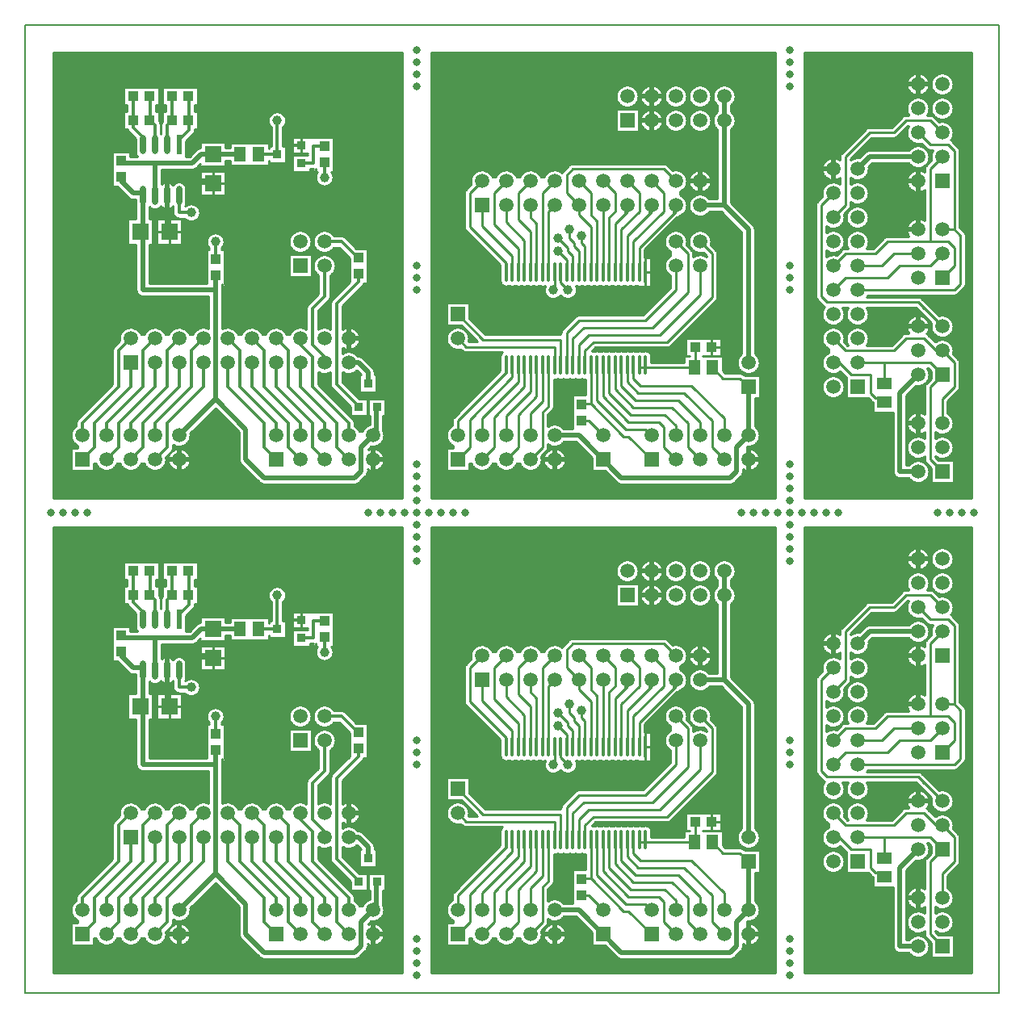
<source format=gtl>
%FSLAX44Y44*%
%MOMM*%
%SFA1B1*%

%IPPOS*%
%ADD10C,0.253999*%
%ADD11R,0.349999X2.199996*%
%ADD12R,1.499997X1.299997*%
%ADD13O,0.349999X2.199996*%
%ADD14R,1.099998X0.999998*%
%ADD15R,0.999998X1.099998*%
%ADD16R,0.949998X0.899998*%
%ADD17R,0.899998X0.949998*%
%ADD18R,1.799996X1.699997*%
%ADD19R,1.699997X1.799996*%
%ADD20O,0.634999X2.031996*%
%ADD21R,0.634999X2.031996*%
%ADD22R,1.299997X1.499997*%
%ADD23C,0.507999*%
%ADD24C,0.380999*%
%ADD25R,2.539995X4.698991*%
%ADD26C,0.799998*%
%ADD27R,1.523997X1.523997*%
%ADD28C,1.499997*%
%ADD29R,1.499997X1.499997*%
%ADD30C,1.499997*%
%ADD31C,0.999998*%
%ADD32C,0.999998*%
%ADD58C,0.127000*%
%LNu2s_hvpp-1*%
%LPD*%
G54D10*
X979771Y385666D02*
D01*
X979757Y386056*
X979716Y386444*
X979649Y386828*
X979554Y387206*
X979434Y387577*
X979288Y387939*
X979116Y388289*
X978922Y388627*
X978703Y388950*
X978463Y389258*
X978202Y389548*
X978134Y389617*
G54D58*
X0Y0D02*
X1021266D01*
Y1015678*
X0*
Y0*
G54D10*
X979771Y385666D02*
D01*
X979757Y386056*
X979716Y386444*
X979649Y386828*
X979554Y387206*
X979434Y387577*
X979288Y387939*
X979116Y388289*
X978922Y388627*
X978703Y388950*
X978463Y389258*
X978202Y389548*
X978124Y389627*
X973301Y455516D02*
D01*
X973272Y456340*
X973186Y457161*
X973042Y457973*
X972843Y458773*
X972588Y459558*
X972279Y460323*
X971917Y461064*
X971505Y461778*
X971044Y462462*
X970536Y463112*
X969984Y463725*
X969391Y464298*
X968759Y464829*
X968091Y465314*
X967392Y465751*
X966663Y466138*
X965910Y466473*
X965135Y466756*
X964342Y466983*
X963535Y467154*
X962718Y467269*
X961895Y467327*
X961070*
X960247Y467269*
X959430Y467154*
X958623Y466983*
X957831Y466756*
X957056Y466473*
X956302Y466138*
X955574Y465751*
X954874Y465314*
X954207Y464829*
X953575Y464298*
X952981Y463725*
X952429Y463112*
X951922Y462462*
X951460Y461778*
X951048Y461064*
X950686Y460323*
X950377Y459558*
X950122Y458773*
X949923Y457973*
X949780Y457161*
X949693Y456340*
X949665Y455516*
X949693Y454692*
X949780Y453871*
X949923Y453059*
X950122Y452258*
X950377Y451474*
X950686Y450709*
X951048Y449968*
X951460Y449253*
X951922Y448569*
X952429Y447919*
X952981Y447306*
X953575Y446733*
X954207Y446203*
X954874Y445718*
X955574Y445281*
X956302Y444894*
X957056Y444558*
X957831Y444276*
X958623Y444049*
X959430Y443877*
X960247Y443763*
X961070Y443705*
X961895*
X962718Y443763*
X963535Y443877*
X964342Y444049*
X965135Y444276*
X965910Y444558*
X966663Y444894*
X967392Y445281*
X968091Y445718*
X968759Y446203*
X969391Y446733*
X969984Y447306*
X970536Y447919*
X971044Y448569*
X971505Y449253*
X971917Y449968*
X972279Y450709*
X972588Y451474*
X972843Y452258*
X973042Y453059*
X973186Y453871*
X973272Y454692*
X973301Y455516*
Y430116D02*
D01*
X973272Y430940*
X973186Y431761*
X973042Y432573*
X972843Y433373*
X972588Y434158*
X972279Y434923*
X971917Y435664*
X971505Y436378*
X971044Y437062*
X970536Y437712*
X969984Y438325*
X969391Y438898*
X968759Y439429*
X968091Y439914*
X967392Y440351*
X966663Y440738*
X965910Y441073*
X965135Y441356*
X964342Y441583*
X963535Y441754*
X962718Y441869*
X961895Y441927*
X961070*
X960247Y441869*
X959430Y441754*
X958623Y441583*
X957831Y441356*
X957056Y441073*
X956302Y440738*
X955574Y440351*
X954874Y439914*
X954207Y439429*
X953575Y438898*
X952981Y438325*
X952429Y437712*
X951922Y437062*
X951460Y436378*
X951048Y435664*
X950686Y434923*
X950377Y434158*
X950122Y433373*
X949923Y432573*
X949780Y431761*
X949693Y430940*
X949665Y430116*
X949693Y429292*
X949780Y428471*
X949923Y427659*
X950122Y426858*
X950377Y426074*
X950686Y425309*
X951048Y424568*
X951460Y423853*
X951922Y423169*
X952429Y422519*
X952981Y421906*
X953575Y421333*
X954207Y420803*
X954874Y420318*
X955574Y419881*
X956302Y419494*
X957056Y419158*
X957831Y418876*
X958623Y418649*
X959430Y418477*
X960247Y418363*
X961070Y418305*
X961895*
X962718Y418363*
X963535Y418477*
X964342Y418649*
X965135Y418876*
X965910Y419158*
X966663Y419494*
X967392Y419881*
X968091Y420318*
X968759Y420803*
X969391Y421333*
X969984Y421906*
X970536Y422519*
X971044Y423169*
X971505Y423853*
X971917Y424568*
X972279Y425309*
X972588Y426074*
X972843Y426858*
X973042Y427659*
X973186Y428471*
X973272Y429292*
X973301Y430116*
Y404716D02*
D01*
X973272Y405540*
X973186Y406361*
X973042Y407173*
X972843Y407973*
X972588Y408758*
X972279Y409523*
X971917Y410264*
X971505Y410978*
X971044Y411662*
X970536Y412312*
X969984Y412925*
X969391Y413498*
X968759Y414029*
X968091Y414514*
X967392Y414951*
X966663Y415338*
X965910Y415673*
X965135Y415956*
X964342Y416183*
X963535Y416354*
X962718Y416469*
X961895Y416527*
X961070*
X960247Y416469*
X959430Y416354*
X958623Y416183*
X958071Y416031*
X970412Y396974D02*
D01*
X970930Y397616*
X971402Y398292*
X971826Y398999*
X972200Y399735*
X972521Y400495*
X972789Y401275*
X973001Y402072*
X973158Y402882*
X973257Y403701*
X973299Y404524*
X973301Y404716*
X986121Y296766D02*
D01*
X986107Y297156*
X986066Y297544*
X985999Y297928*
X985904Y298306*
X985784Y298677*
X985638Y299039*
X985466Y299389*
X985272Y299727*
X985053Y300050*
X984813Y300358*
X984552Y300648*
X984474Y300727*
X986121Y296766D02*
D01*
X986107Y297156*
X986066Y297544*
X985999Y297928*
X985904Y298306*
X985784Y298677*
X985638Y299039*
X985466Y299389*
X985272Y299727*
X985053Y300050*
X984813Y300358*
X984552Y300648*
X984484Y300717*
Y242015D02*
D01*
X984750Y242300*
X984995Y242603*
X985219Y242923*
X985420Y243257*
X985597Y243605*
X985749Y243963*
X985876Y244332*
X985977Y244709*
X986051Y245092*
X986099Y245479*
X986119Y245868*
X986121Y245966*
X984474Y242005D02*
D01*
X984740Y242289*
X984987Y242592*
X985211Y242911*
X985413Y243245*
X985591Y243592*
X985744Y243950*
X985872Y244319*
X985974Y244695*
X986049Y245078*
X986098Y245465*
X986119Y245854*
X986121Y245966*
X974183Y234028D02*
D01*
X974572Y234041*
X974960Y234082*
X975345Y234150*
X975723Y234244*
X976094Y234365*
X976456Y234511*
X976806Y234682*
X977144Y234877*
X977467Y235095*
X977775Y235335*
X978064Y235596*
X978144Y235675*
X974183Y234028D02*
D01*
X974572Y234041*
X974960Y234082*
X975345Y234150*
X975723Y234244*
X976094Y234365*
X976456Y234511*
X976806Y234682*
X977144Y234877*
X977467Y235095*
X977775Y235335*
X978064Y235596*
X978134Y235665*
X952744Y421357D02*
D01*
X952459Y421624*
X952157Y421870*
X951838Y422094*
X951504Y422296*
X951157Y422474*
X950798Y422627*
X950430Y422755*
X950053Y422857*
X949671Y422932*
X949284Y422981*
X948894Y423002*
X948783Y423004*
X952734Y421367D02*
D01*
X952448Y421633*
X952145Y421878*
X951826Y422102*
X951491Y422303*
X951144Y422480*
X950785Y422632*
X950416Y422759*
X950040Y422860*
X949657Y422935*
X949270Y422982*
X948880Y423002*
X948783Y423004*
X945521D02*
D01*
X945994Y423680*
X946419Y424387*
X946793Y425122*
X947115Y425881*
X947384Y426661*
X947597Y427458*
X947755Y428267*
X947855Y429086*
X947899Y429910*
X947901Y430116*
Y455516D02*
D01*
X947872Y456340*
X947786Y457161*
X947642Y457973*
X947443Y458773*
X947188Y459558*
X946879Y460323*
X946517Y461064*
X946105Y461778*
X945644Y462462*
X945136Y463112*
X944584Y463725*
X943991Y464298*
X943359Y464829*
X942691Y465314*
X941992Y465751*
X941263Y466138*
X940510Y466473*
X939735Y466756*
X938942Y466983*
X938135Y467154*
X937318Y467269*
X936495Y467327*
X935670*
X934847Y467269*
X934030Y467154*
X933223Y466983*
X932431Y466756*
X931656Y466473*
X930902Y466138*
X930174Y465751*
X929474Y465314*
X928807Y464829*
X928175Y464298*
X927581Y463725*
X927029Y463112*
X926522Y462462*
X926060Y461778*
X925648Y461064*
X925286Y460323*
X924977Y459558*
X924722Y458773*
X924523Y457973*
X924380Y457161*
X924293Y456340*
X924265Y455516*
X924293Y454692*
X924380Y453871*
X924523Y453059*
X924722Y452258*
X924977Y451474*
X925286Y450709*
X925648Y449968*
X926060Y449253*
X926522Y448569*
X927029Y447919*
X927581Y447306*
X928175Y446733*
X928807Y446203*
X929474Y445718*
X930174Y445281*
X930902Y444894*
X931656Y444558*
X932431Y444276*
X933223Y444049*
X934030Y443877*
X934847Y443763*
X935670Y443705*
X936495*
X937318Y443763*
X938135Y443877*
X938942Y444049*
X939735Y444276*
X940510Y444558*
X941263Y444894*
X941992Y445281*
X942691Y445718*
X943359Y446203*
X943991Y446733*
X944584Y447306*
X945136Y447919*
X945644Y448569*
X946105Y449253*
X946517Y449968*
X946879Y450709*
X947188Y451474*
X947443Y452258*
X947642Y453059*
X947786Y453871*
X947872Y454692*
X947901Y455516*
Y430116D02*
D01*
X947872Y430940*
X947786Y431761*
X947642Y432573*
X947443Y433373*
X947188Y434158*
X946879Y434923*
X946517Y435664*
X946105Y436378*
X945644Y437062*
X945136Y437712*
X944584Y438325*
X943991Y438898*
X943359Y439429*
X942691Y439914*
X941992Y440351*
X941263Y440738*
X940510Y441073*
X939735Y441356*
X938942Y441583*
X938135Y441754*
X937318Y441869*
X936495Y441927*
X935670*
X934847Y441869*
X934030Y441754*
X933223Y441583*
X932431Y441356*
X931656Y441073*
X930902Y440738*
X930174Y440351*
X929474Y439914*
X928807Y439429*
X928175Y438898*
X927581Y438325*
X927029Y437712*
X926522Y437062*
X926060Y436378*
X925648Y435664*
X925286Y434923*
X924977Y434158*
X924722Y433373*
X924523Y432573*
X924380Y431761*
X924293Y430940*
X924265Y430116*
X924293Y429292*
X924380Y428471*
X924523Y427659*
X924722Y426858*
X924977Y426074*
X925286Y425309*
X925648Y424568*
X926060Y423853*
X926522Y423169*
X926645Y423004*
X923383D02*
D01*
X922993Y422990*
X922605Y422949*
X922221Y422882*
X921842Y422787*
X921471Y422667*
X921110Y422521*
X920759Y422350*
X920421Y422155*
X920098Y421937*
X919791Y421696*
X919501Y421436*
X919432Y421367*
X926645Y411828D02*
D01*
X926171Y411152*
X925747Y410445*
X925372Y409710*
X925050Y408951*
X924781Y408171*
X924568Y407374*
X924410Y406565*
X924310Y405746*
X924267Y404922*
X924281Y404097*
X924353Y403276*
X924482Y402461*
X924668Y401657*
X924909Y400868*
X925204Y400098*
X925553Y399351*
X925953Y398629*
X926402Y397938*
X926899Y397279*
X927440Y396656*
X928023Y396073*
X928646Y395532*
X929304Y395035*
X929996Y394586*
X930718Y394186*
X931465Y393838*
X932235Y393542*
X933024Y393301*
X933828Y393115*
X934643Y392986*
X935464Y392914*
X936289Y392900*
X937113Y392943*
X937931Y393044*
X938741Y393201*
X939495Y393401*
X923383Y423004D02*
D01*
X922993Y422990*
X922605Y422949*
X922221Y422882*
X921842Y422787*
X921471Y422667*
X921110Y422521*
X920759Y422350*
X920421Y422155*
X920098Y421937*
X919791Y421696*
X919501Y421436*
X919422Y421357*
X952044Y386428D02*
D01*
X951570Y385752*
X951146Y385045*
X950771Y384310*
X950449Y383551*
X950180Y382771*
X949967Y381974*
X949809Y381165*
X949709Y380346*
X949666Y379522*
X949680Y378697*
X949752Y377876*
X949881Y377061*
X950067Y376257*
X950168Y375904*
X944822Y388075D02*
D01*
X945106Y387808*
X945409Y387562*
X945728Y387338*
X946061Y387136*
X946408Y386958*
X946767Y386804*
X947136Y386677*
X947512Y386575*
X947895Y386499*
X948282Y386451*
X948671Y386430*
X948783Y386428*
X944832Y388065D02*
D01*
X945117Y387799*
X945420Y387553*
X945739Y387330*
X946074Y387129*
X946421Y386952*
X946780Y386799*
X947149Y386672*
X947526Y386572*
X947908Y386497*
X948296Y386450*
X948685Y386429*
X948783Y386428*
X944842Y370577D02*
D01*
X944575Y370292*
X944329Y369990*
X944104Y369671*
X943902Y369337*
X943725Y368990*
X943571Y368631*
X943443Y368263*
X943342Y367887*
X943266Y367504*
X943218Y367117*
X943196Y366728*
X943195Y366616*
X944832Y370567D02*
D01*
X944566Y370282*
X944320Y369978*
X944096Y369659*
X943896Y369325*
X943719Y368977*
X943566Y368618*
X943439Y368249*
X943338Y367873*
X943264Y367490*
X943216Y367103*
X943196Y366713*
X943195Y366616*
X940044Y230857D02*
D01*
X939759Y231124*
X939457Y231370*
X939138Y231594*
X938804Y231796*
X938457Y231974*
X938098Y232127*
X937730Y232255*
X937353Y232357*
X936971Y232432*
X936584Y232481*
X936194Y232502*
X936083Y232504*
X940034Y230867D02*
D01*
X939748Y231133*
X939445Y231378*
X939126Y231602*
X938791Y231803*
X938444Y231980*
X938085Y232132*
X937716Y232259*
X937340Y232360*
X936957Y232435*
X936570Y232482*
X936180Y232502*
X936083Y232504*
X947901Y379316D02*
D01*
X947872Y380140*
X947786Y380961*
X947642Y381773*
X947443Y382573*
X947188Y383358*
X946879Y384123*
X946517Y384864*
X946105Y385578*
X945644Y386262*
X945136Y386912*
X944584Y387525*
X943991Y388098*
X943359Y388629*
X942691Y389114*
X941992Y389551*
X941263Y389938*
X940510Y390273*
X939735Y390556*
X938942Y390783*
X938135Y390954*
X937318Y391069*
X936495Y391127*
X935670*
X934847Y391069*
X934030Y390954*
X933223Y390783*
X932431Y390556*
X931656Y390273*
X930902Y389938*
X930174Y389551*
X929474Y389114*
X928807Y388629*
X928175Y388098*
X927581Y387525*
X927029Y386912*
X926522Y386262*
X926458Y386174*
Y372458D02*
D01*
X926960Y371803*
X927506Y371185*
X928094Y370607*
X928721Y370071*
X929384Y369579*
X930079Y369136*
X930804Y368742*
X931554Y368400*
X932327Y368110*
X933118Y367876*
X933923Y367697*
X934739Y367574*
X935561Y367509*
X936386Y367501*
X937209Y367551*
X938027Y367659*
X938836Y367823*
X939631Y368043*
X940408Y368318*
X941165Y368646*
X941897Y369027*
X942601Y369458*
X943272Y369936*
X943909Y370461*
X944508Y371028*
X945065Y371636*
X945579Y372281*
X946047Y372961*
X946466Y373671*
X946834Y374409*
X947150Y375171*
X947412Y375954*
X947619Y376752*
X947770Y377563*
X947864Y378383*
X947900Y379207*
X947901Y379316*
X943195Y363355D02*
D01*
X942519Y363828*
X941812Y364253*
X941077Y364627*
X940318Y364950*
X939538Y365218*
X938741Y365432*
X937931Y365589*
X937112Y365690*
X936289Y365733*
X935464Y365718*
X934642Y365646*
X933828Y365517*
X933024Y365332*
X932235Y365091*
X931465Y364795*
X930718Y364446*
X929996Y364047*
X929304Y363597*
X928646Y363101*
X928023Y362560*
X927440Y361976*
X926899Y361354*
X926402Y360695*
X925953Y360003*
X925553Y359282*
X925204Y358534*
X924909Y357764*
X924668Y356975*
X924482Y356172*
X924353Y355357*
X924281Y354535*
X924267Y353711*
X924310Y352887*
X924410Y352068*
X924568Y351258*
X924781Y350462*
X925050Y349682*
X925372Y348923*
X925747Y348188*
X926171Y347480*
X926645Y346805*
X927164Y346164*
X927726Y345560*
X928330Y344998*
X928971Y344479*
X929646Y344006*
X930353Y343581*
X931088Y343206*
X931848Y342884*
X932628Y342616*
X933424Y342402*
X934234Y342245*
X935053Y342144*
X935877Y342101*
X936701Y342115*
X937523Y342187*
X938338Y342316*
X939141Y342502*
X939930Y342743*
X940700Y343039*
X941448Y343387*
X942169Y343787*
X942861Y344237*
X943195Y344477*
X910683Y399128D02*
D01*
X911072Y399141*
X911460Y399182*
X911845Y399250*
X912223Y399344*
X912594Y399465*
X912956Y399611*
X913306Y399782*
X913644Y399977*
X913967Y400195*
X914275Y400435*
X914564Y400696*
X914634Y400765*
X910683Y399128D02*
D01*
X911072Y399141*
X911460Y399182*
X911845Y399250*
X912223Y399344*
X912594Y399465*
X912956Y399611*
X913306Y399782*
X913644Y399977*
X913967Y400195*
X914275Y400435*
X914564Y400696*
X914644Y400775*
X943195Y312555D02*
D01*
X942519Y313028*
X941812Y313453*
X941077Y313827*
X940318Y314150*
X939538Y314418*
X938741Y314632*
X937931Y314789*
X937112Y314890*
X936289Y314933*
X935464Y314918*
X934642Y314846*
X933828Y314717*
X933024Y314532*
X932235Y314291*
X931465Y313995*
X930718Y313646*
X929996Y313247*
X929304Y312797*
X928646Y312301*
X928023Y311760*
X927440Y311176*
X926899Y310554*
X926402Y309895*
X925953Y309203*
X925553Y308482*
X925204Y307734*
X924909Y306964*
X924668Y306175*
X924482Y305372*
X924353Y304557*
X924281Y303735*
X924267Y302911*
X924310Y302087*
X924410Y301268*
X924568Y300458*
X924781Y299662*
X925050Y298882*
X925372Y298123*
X925747Y297388*
X926171Y296680*
X926645Y296005*
Y296004*
X940034Y230867D02*
D01*
X939748Y231133*
X939445Y231378*
X939126Y231602*
X938791Y231803*
X938444Y231980*
X938085Y232132*
X937716Y232259*
X937340Y232360*
X936957Y232435*
X936570Y232482*
X936180Y232502*
X936083Y232504*
X979771Y163416D02*
D01*
X979757Y163806*
X979716Y164194*
X979649Y164578*
X979554Y164956*
X979434Y165327*
X979288Y165689*
X979116Y166039*
X978922Y166377*
X978703Y166700*
X978463Y167008*
X978202Y167298*
X978124Y167377*
X979771Y163416D02*
D01*
X979757Y163806*
X979716Y164194*
X979649Y164578*
X979554Y164956*
X979434Y165327*
X979288Y165689*
X979116Y166039*
X978922Y166377*
X978703Y166700*
X978463Y167008*
X978202Y167298*
X978134Y167367*
Y134065D02*
D01*
X978400Y134350*
X978645Y134653*
X978869Y134973*
X979070Y135307*
X979247Y135655*
X979399Y136013*
X979526Y136382*
X979627Y136759*
X979701Y137142*
X979749Y137529*
X979769Y137918*
X979771Y138016*
X978124Y134055D02*
D01*
X978390Y134339*
X978637Y134642*
X978861Y134961*
X979063Y135295*
X979241Y135642*
X979394Y136000*
X979522Y136369*
X979624Y136745*
X979699Y137128*
X979748Y137515*
X979769Y137904*
X979771Y138016*
X973301Y201516D02*
D01*
X973272Y202340*
X973186Y203161*
X973042Y203973*
X972843Y204773*
X972588Y205558*
X972279Y206323*
X971917Y207064*
X971505Y207778*
X971044Y208462*
X970536Y209112*
X969984Y209725*
X969391Y210298*
X968759Y210829*
X968091Y211314*
X967392Y211751*
X966663Y212138*
X965910Y212473*
X965135Y212756*
X964342Y212983*
X963535Y213154*
X962718Y213269*
X961895Y213327*
X961070*
X960247Y213269*
X959430Y213154*
X958623Y212983*
X958071Y212831*
X950168Y204928D02*
D01*
X949957Y204130*
X949803Y203320*
X949706Y202501*
X949665Y201677*
X949683Y200852*
X949758Y200031*
X949890Y199217*
X950079Y198413*
X950323Y197625*
X950622Y196856*
X950973Y196110*
X951376Y195390*
X951828Y194700*
X952327Y194043*
X952870Y193423*
X953456Y192842*
X954080Y192303*
X954741Y191809*
X955435Y191362*
X956158Y190965*
X956907Y190619*
X957678Y190327*
X958468Y190089*
X959272Y189906*
X960087Y189780*
X960909Y189712*
X961734Y189700*
X962558Y189747*
X963376Y189850*
X964185Y190011*
X964981Y190227*
X965760Y190499*
X966518Y190824*
X967252Y191201*
X967957Y191629*
X968631Y192105*
X969270Y192626*
X969871Y193191*
X970432Y193797*
X970948Y194440*
X971419Y195117*
X971841Y195826*
X972213Y196562*
X972532Y197323*
X972798Y198104*
X973008Y198902*
X973162Y199712*
X973260Y200531*
X973300Y201355*
X973301Y201516*
X972798Y172704D02*
D01*
X973008Y173502*
X973162Y174312*
X973260Y175131*
X973300Y175955*
X973301Y176116*
X973272Y176940*
X973186Y177761*
X973042Y178573*
X972843Y179373*
X972588Y180158*
X972279Y180923*
X971917Y181664*
X971505Y182378*
X971044Y183062*
X970536Y183712*
X969984Y184325*
X969391Y184898*
X968759Y185429*
X968091Y185914*
X967392Y186351*
X966663Y186738*
X965910Y187073*
X965135Y187356*
X964342Y187583*
X963535Y187754*
X962718Y187869*
X961895Y187927*
X961070*
X960247Y187869*
X959430Y187754*
X958623Y187583*
X957831Y187356*
X957056Y187073*
X956302Y186738*
X955574Y186351*
X954874Y185914*
X954207Y185429*
X953939Y185213*
X973301Y99916D02*
D01*
X973272Y100740*
X973186Y101561*
X973042Y102373*
X972843Y103173*
X972588Y103958*
X972279Y104723*
X971917Y105464*
X971505Y106178*
X971044Y106862*
X970536Y107512*
X969984Y108125*
X969391Y108698*
X968759Y109229*
X968091Y109714*
X967392Y110151*
X967071Y110329*
X954371Y90478D02*
D01*
X955046Y90005*
X955753Y89580*
X956488Y89205*
X957248Y88883*
X958028Y88615*
X958824Y88401*
X959634Y88244*
X960453Y88143*
X961277Y88100*
X962101Y88114*
X962923Y88186*
X963738Y88315*
X964541Y88501*
X965330Y88742*
X966100Y89038*
X966848Y89386*
X967569Y89786*
X968261Y90236*
X968920Y90732*
X969542Y91273*
X970126Y91856*
X970667Y92479*
X971163Y93138*
X971612Y93829*
X972012Y94551*
X972361Y95298*
X972656Y96068*
X972898Y96857*
X973083Y97661*
X973212Y98476*
X973284Y99298*
X973301Y99916*
Y74516D02*
D01*
X973272Y75340*
X973186Y76161*
X973042Y76973*
X972843Y77773*
X972588Y78558*
X972279Y79323*
X971917Y80064*
X971505Y80778*
X971044Y81462*
X970536Y82112*
X969984Y82725*
X969391Y83298*
X968759Y83829*
X968091Y84314*
X967392Y84751*
X966663Y85138*
X965910Y85473*
X965135Y85756*
X964342Y85983*
X963535Y86154*
X962718Y86269*
X961895Y86327*
X961070*
X960247Y86269*
X959430Y86154*
X958623Y85983*
X957831Y85756*
X957056Y85473*
X956302Y85138*
X955574Y84751*
X954874Y84314*
X954371Y83954*
Y65078D02*
D01*
X955046Y64605*
X955753Y64180*
X956488Y63805*
X957248Y63483*
X958028Y63215*
X958824Y63001*
X959634Y62844*
X960453Y62743*
X961277Y62700*
X962101Y62714*
X962923Y62786*
X963738Y62915*
X964541Y63101*
X965330Y63342*
X966100Y63638*
X966848Y63986*
X967569Y64386*
X968261Y64836*
X968920Y65332*
X969542Y65873*
X970126Y66456*
X970667Y67079*
X971163Y67738*
X971612Y68429*
X972012Y69151*
X972361Y69898*
X972656Y70668*
X972898Y71457*
X973083Y72261*
X973212Y73076*
X973284Y73898*
X973301Y74516*
X945012Y193773D02*
D01*
X945530Y194415*
X946002Y195091*
X946426Y195798*
X946800Y196534*
X947121Y197294*
X947389Y198074*
X947601Y198871*
X947758Y199681*
X947857Y200500*
X947899Y201324*
X947901Y201516*
Y150716D02*
D01*
X947872Y151540*
X947786Y152361*
X947642Y153173*
X947443Y153973*
X947188Y154758*
X946879Y155523*
X946517Y156264*
X946105Y156978*
X945644Y157662*
X945521Y157828*
X944842Y141977D02*
D01*
X944575Y141692*
X944329Y141390*
X944104Y141071*
X943902Y140737*
X943725Y140390*
X943571Y140031*
X943443Y139663*
X943342Y139287*
X943266Y138904*
X943218Y138517*
X943196Y138128*
X943195Y138016*
X934127Y139061D02*
D01*
X934944Y138953*
X935768Y138902*
X936593Y138909*
X937415Y138973*
X938231Y139095*
X939036Y139273*
X939827Y139507*
X940600Y139795*
X941351Y140137*
X942076Y140530*
X942772Y140973*
X943435Y141464*
X944063Y141999*
X944651Y142577*
X945198Y143195*
X945701Y143849*
X946156Y144536*
X946563Y145254*
X946918Y145998*
X947221Y146766*
X947469Y147552*
X947662Y148354*
X947799Y149168*
X947878Y149989*
X947901Y150716*
X944832Y141967D02*
D01*
X944566Y141682*
X944320Y141378*
X944096Y141059*
X943896Y140725*
X943719Y140377*
X943566Y140018*
X943439Y139649*
X943338Y139273*
X943264Y138890*
X943216Y138503*
X943196Y138113*
X943195Y138016*
X947901Y201516D02*
D01*
X947872Y202340*
X947786Y203161*
X947642Y203973*
X947443Y204773*
X947188Y205558*
X946879Y206323*
X946517Y207064*
X946105Y207778*
X945644Y208462*
X945136Y209112*
X944584Y209725*
X943991Y210298*
X943359Y210829*
X942691Y211314*
X941992Y211751*
X941263Y212138*
X940510Y212473*
X939735Y212756*
X938942Y212983*
X938135Y213154*
X937318Y213269*
X936495Y213327*
X935670*
X934847Y213269*
X934030Y213154*
X933223Y212983*
X932431Y212756*
X931656Y212473*
X930902Y212138*
X930174Y211751*
X929474Y211314*
X928807Y210829*
X928175Y210298*
X927581Y209725*
X927029Y209112*
X926522Y208462*
X926060Y207778*
X925648Y207064*
X925286Y206323*
X924977Y205558*
X924722Y204773*
X924523Y203973*
X924380Y203161*
X924293Y202340*
X924265Y201516*
X924293Y200692*
X924380Y199871*
X924523Y199059*
X924722Y198258*
X924977Y197474*
X925286Y196709*
X925648Y195968*
X926060Y195253*
X926522Y194569*
X926645Y194404*
X923383D02*
D01*
X922993Y194390*
X922605Y194349*
X922221Y194282*
X921842Y194187*
X921471Y194067*
X921110Y193921*
X920759Y193750*
X920421Y193555*
X920098Y193337*
X919791Y193096*
X919501Y192836*
X919432Y192767*
X923383Y194404D02*
D01*
X922993Y194390*
X922605Y194349*
X922221Y194282*
X921842Y194187*
X921471Y194067*
X921110Y193921*
X920759Y193750*
X920421Y193555*
X920098Y193337*
X919791Y193096*
X919501Y192836*
X919422Y192757*
X943195Y109355D02*
D01*
X942519Y109828*
X941812Y110253*
X941077Y110627*
X940318Y110950*
X939538Y111218*
X938741Y111432*
X937931Y111589*
X937112Y111690*
X936289Y111733*
X935464Y111718*
X934642Y111646*
X933828Y111517*
X933024Y111332*
X932235Y111091*
X931465Y110795*
X930718Y110446*
X929996Y110047*
X929304Y109597*
X928646Y109101*
X928023Y108560*
X927440Y107976*
X926899Y107354*
X926402Y106695*
X925953Y106003*
X925553Y105282*
X925204Y104534*
X924909Y103764*
X924668Y102975*
X924482Y102172*
X924353Y101357*
X924281Y100535*
X924267Y99711*
X924310Y98887*
X924410Y98068*
X924568Y97258*
X924781Y96462*
X925050Y95682*
X925372Y94923*
X925747Y94188*
X926171Y93480*
X926645Y92805*
X927164Y92164*
X927726Y91560*
X928330Y90998*
X928971Y90479*
X929646Y90006*
X930353Y89581*
X931088Y89206*
X931848Y88884*
X932628Y88616*
X933424Y88402*
X934234Y88245*
X935053Y88144*
X935877Y88101*
X936701Y88115*
X937523Y88187*
X938338Y88316*
X939141Y88502*
X939930Y88743*
X940700Y89039*
X941448Y89387*
X942169Y89787*
X942861Y90237*
X943195Y90478*
Y61816D02*
D01*
X943208Y61426*
X943249Y61038*
X943317Y60654*
X943411Y60275*
X943532Y59905*
X943678Y59543*
X943849Y59192*
X944044Y58855*
X944262Y58531*
X944502Y58224*
X944763Y57934*
X944832Y57865*
X943195Y61816D02*
D01*
X943208Y61426*
X943249Y61038*
X943317Y60654*
X943411Y60275*
X943532Y59905*
X943678Y59543*
X943849Y59192*
X944044Y58855*
X944262Y58531*
X944502Y58224*
X944763Y57934*
X944842Y57855*
X943195Y83954D02*
D01*
X942519Y84427*
X941812Y84852*
X941077Y85226*
X940318Y85548*
X939538Y85817*
X938741Y86031*
X937931Y86188*
X937112Y86289*
X936289Y86332*
X935464Y86317*
X934642Y86245*
X933828Y86116*
X933024Y85931*
X932235Y85690*
X931465Y85394*
X930718Y85046*
X929996Y84646*
X929304Y84196*
X928646Y83700*
X928023Y83159*
X927440Y82575*
X926899Y81953*
X926402Y81294*
X925953Y80602*
X925553Y79881*
X925204Y79133*
X924909Y78363*
X924668Y77574*
X924482Y76771*
X924353Y75956*
X924281Y75134*
X924267Y74310*
X924310Y73486*
X924410Y72667*
X924568Y71857*
X924781Y71061*
X925050Y70281*
X925372Y69522*
X925747Y68787*
X926171Y68079*
X926645Y67404*
X927164Y66763*
X927726Y66159*
X928330Y65597*
X928971Y65078*
X929646Y64605*
X930353Y64180*
X931088Y63805*
X931848Y63483*
X932628Y63215*
X933424Y63001*
X934234Y62844*
X935053Y62743*
X935877Y62700*
X936701Y62714*
X937523Y62786*
X938338Y62915*
X939141Y63101*
X939930Y63342*
X940700Y63638*
X941448Y63986*
X942169Y64386*
X942861Y64836*
X943195Y65078*
X947901Y49116D02*
D01*
X947872Y49940*
X947786Y50761*
X947642Y51573*
X947443Y52373*
X947188Y53158*
X946879Y53923*
X946517Y54664*
X946105Y55378*
X945644Y56062*
X945136Y56712*
X944584Y57325*
X943991Y57898*
X943359Y58429*
X942691Y58914*
X941992Y59351*
X941263Y59738*
X940510Y60073*
X939735Y60356*
X938942Y60583*
X938135Y60754*
X937318Y60869*
X936495Y60927*
X935670*
X934847Y60869*
X934030Y60754*
X933223Y60583*
X932431Y60356*
X931656Y60073*
X930902Y59738*
X930174Y59351*
X929474Y58914*
X928807Y58429*
X928175Y57898*
X927581Y57325*
X927029Y56712*
X926522Y56062*
X926458Y55974*
Y42258D02*
D01*
X926960Y41603*
X927506Y40985*
X928094Y40407*
X928721Y39871*
X929384Y39379*
X930079Y38936*
X930804Y38542*
X931554Y38200*
X932327Y37910*
X933118Y37676*
X933923Y37497*
X934739Y37374*
X935561Y37309*
X936386Y37301*
X937209Y37351*
X938027Y37459*
X938836Y37623*
X939631Y37843*
X940408Y38118*
X941165Y38446*
X941897Y38827*
X942601Y39258*
X943272Y39736*
X943909Y40261*
X944508Y40828*
X945065Y41436*
X945579Y42081*
X946047Y42761*
X946466Y43471*
X946834Y44209*
X947150Y44971*
X947412Y45754*
X947619Y46552*
X947770Y47363*
X947864Y48183*
X947900Y49007*
X947901Y49116*
X910175D02*
D01*
X910191Y48637*
X910241Y48161*
X910325Y47690*
X910440Y47225*
X910588Y46770*
X910768Y46327*
X910977Y45896*
X911217Y45482*
X911484Y45085*
X911779Y44708*
X912099Y44352*
X912444Y44019*
X912811Y43712*
X913198Y43430*
X913604Y43177*
X914026Y42952*
X914464Y42757*
X914913Y42594*
X915374Y42462*
X915842Y42362*
X916316Y42295*
X916793Y42262*
X917033Y42258*
X910175Y49116D02*
D01*
X910191Y48637*
X910241Y48161*
X910325Y47690*
X910440Y47225*
X910588Y46770*
X910768Y46327*
X910977Y45896*
X911217Y45482*
X911484Y45085*
X911779Y44708*
X912099Y44352*
X912444Y44019*
X912811Y43712*
X913198Y43430*
X913604Y43177*
X914026Y42952*
X914464Y42757*
X914913Y42594*
X915374Y42462*
X915842Y42362*
X916316Y42295*
X916793Y42262*
X917033Y42258*
X885283Y410304D02*
D01*
X884893Y410290*
X884505Y410249*
X884121Y410182*
X883742Y410087*
X883371Y409967*
X883010Y409821*
X882659Y409650*
X882321Y409455*
X881998Y409237*
X881691Y408996*
X881401Y408736*
X881332Y408667*
X885283Y410304D02*
D01*
X884893Y410290*
X884505Y410249*
X884121Y410182*
X883742Y410087*
X883371Y409967*
X883010Y409821*
X882659Y409650*
X882321Y409455*
X881998Y409237*
X881691Y408996*
X881401Y408736*
X881322Y408657*
X904333Y296004D02*
D01*
X903943Y295990*
X903555Y295949*
X903171Y295882*
X902792Y295787*
X902421Y295667*
X902060Y295521*
X901709Y295350*
X901371Y295155*
X901048Y294937*
X900741Y294696*
X900451Y294436*
X900382Y294367*
X904333Y296004D02*
D01*
X903943Y295990*
X903555Y295949*
X903171Y295882*
X902792Y295787*
X902421Y295667*
X902060Y295521*
X901709Y295350*
X901371Y295155*
X901048Y294937*
X900741Y294696*
X900451Y294436*
X900372Y294357*
X885283Y386174D02*
D01*
X884804Y386157*
X884328Y386107*
X883857Y386024*
X883392Y385908*
X882937Y385760*
X882493Y385581*
X882063Y385371*
X881649Y385132*
X881252Y384864*
X880874Y384569*
X880519Y384249*
X880434Y384165*
X885283Y386174D02*
D01*
X884804Y386157*
X884328Y386107*
X883857Y386024*
X883392Y385908*
X882937Y385760*
X882493Y385581*
X882063Y385371*
X881649Y385132*
X881252Y384864*
X880874Y384569*
X880519Y384249*
X880434Y384165*
X865471Y357178D02*
D01*
X866146Y356705*
X866853Y356280*
X867588Y355905*
X868348Y355583*
X869128Y355315*
X869924Y355101*
X870734Y354944*
X871553Y354843*
X872377Y354800*
X873201Y354814*
X874023Y354886*
X874838Y355015*
X875641Y355201*
X876430Y355442*
X877200Y355738*
X877948Y356086*
X878669Y356486*
X879361Y356936*
X880020Y357432*
X880642Y357973*
X881226Y358556*
X881767Y359179*
X882263Y359838*
X882712Y360529*
X883112Y361251*
X883461Y361998*
X883756Y362768*
X883998Y363557*
X884183Y364361*
X884312Y365176*
X884384Y365998*
X884401Y366616*
Y341216D02*
D01*
X884372Y342040*
X884286Y342861*
X884142Y343673*
X883943Y344473*
X883688Y345258*
X883379Y346023*
X883017Y346764*
X882605Y347478*
X882144Y348162*
X881636Y348812*
X881084Y349425*
X880491Y349998*
X879859Y350529*
X879191Y351014*
X878492Y351451*
X877763Y351838*
X877010Y352173*
X876235Y352456*
X875442Y352683*
X874635Y352854*
X873818Y352969*
X872995Y353027*
X872170*
X871347Y352969*
X870530Y352854*
X869723Y352683*
X868931Y352456*
X868156Y352173*
X867402Y351838*
X866674Y351451*
X865974Y351014*
X865471Y350654*
Y331777D02*
D01*
X866146Y331304*
X866853Y330879*
X867588Y330505*
X868348Y330182*
X869128Y329914*
X869924Y329700*
X870734Y329543*
X871553Y329442*
X872377Y329399*
X873201Y329413*
X874023Y329485*
X874838Y329614*
X875641Y329800*
X876430Y330041*
X877200Y330337*
X877948Y330685*
X878669Y331085*
X879361Y331535*
X880020Y332031*
X880642Y332572*
X881226Y333155*
X881767Y333778*
X882263Y334436*
X882712Y335128*
X883112Y335850*
X883461Y336597*
X883756Y337367*
X883998Y338156*
X884183Y338960*
X884312Y339775*
X884384Y340597*
X884401Y341216*
Y315816D02*
D01*
X884372Y316640*
X884286Y317461*
X884142Y318273*
X883943Y319073*
X883688Y319858*
X883379Y320623*
X883017Y321364*
X882605Y322078*
X882144Y322762*
X881636Y323412*
X881084Y324025*
X880491Y324598*
X879859Y325129*
X879191Y325614*
X878492Y326051*
X877763Y326438*
X877010Y326773*
X876235Y327056*
X875442Y327283*
X874635Y327454*
X873818Y327569*
X872995Y327627*
X872170*
X871347Y327569*
X870530Y327454*
X869723Y327283*
X868931Y327056*
X868156Y326773*
X867402Y326438*
X866674Y326051*
X865974Y325614*
X865307Y325129*
X864675Y324598*
X864081Y324025*
X863529Y323412*
X863022Y322762*
X862560Y322078*
X862148Y321364*
X861786Y320623*
X861477Y319858*
X861222Y319073*
X861023Y318273*
X860880Y317461*
X860793Y316640*
X860765Y315816*
X860793Y314992*
X860880Y314171*
X861023Y313359*
X861222Y312558*
X861477Y311774*
X861786Y311009*
X862148Y310268*
X862560Y309553*
X863022Y308869*
X863529Y308219*
X864081Y307606*
X864675Y307033*
X865307Y306503*
X865974Y306018*
X866674Y305581*
X867402Y305194*
X868156Y304858*
X868931Y304576*
X869723Y304349*
X870530Y304177*
X871347Y304063*
X872170Y304005*
X872995*
X873818Y304063*
X874635Y304177*
X875442Y304349*
X876235Y304576*
X877010Y304858*
X877763Y305194*
X878492Y305581*
X879191Y306018*
X879859Y306503*
X880491Y307033*
X881084Y307606*
X881636Y308219*
X882144Y308869*
X882605Y309553*
X883017Y310268*
X883379Y311009*
X883688Y311774*
X883943Y312558*
X884142Y313359*
X884286Y314171*
X884372Y314992*
X884401Y315816*
X855942Y383277D02*
D01*
X855675Y382992*
X855429Y382690*
X855204Y382371*
X855002Y382037*
X854825Y381690*
X854671Y381331*
X854543Y380963*
X854442Y380587*
X854366Y380204*
X854318Y379817*
X854296Y379428*
X854295Y379316*
X855932Y383267D02*
D01*
X855666Y382982*
X855420Y382678*
X855196Y382359*
X854996Y382025*
X854819Y381677*
X854666Y381318*
X854539Y380949*
X854438Y380573*
X854364Y380190*
X854316Y379803*
X854296Y379413*
X854295Y379316*
X874539Y378271D02*
D01*
X873721Y378379*
X872897Y378430*
X872073Y378423*
X871250Y378358*
X870434Y378237*
X869629Y378059*
X868838Y377825*
X868065Y377536*
X867315Y377195*
X866589Y376801*
X865893Y376358*
X865471Y376054*
X854295D02*
D01*
X853619Y376527*
X852912Y376952*
X852177Y377326*
X851418Y377648*
X850638Y377917*
X849841Y378131*
X849031Y378288*
X848212Y378389*
X847389Y378432*
X846564Y378417*
X845742Y378345*
X844928Y378216*
X844124Y378031*
X843335Y377790*
X842565Y377494*
X841818Y377146*
X841096Y376746*
X840404Y376296*
X839746Y375800*
X839123Y375259*
X838540Y374675*
X837999Y374053*
X837502Y373394*
X837053Y372702*
X836653Y371981*
X836304Y371233*
X836009Y370463*
X835768Y369674*
X835582Y368871*
X835453Y368056*
X835381Y367234*
X835367Y366410*
X835410Y365586*
X835510Y364767*
X835668Y363957*
X835881Y363161*
X836150Y362381*
X836472Y361622*
X836847Y360887*
X837271Y360179*
X837745Y359504*
X838264Y358863*
X838826Y358259*
X839430Y357697*
X840071Y357178*
X840746Y356705*
X841453Y356280*
X842188Y355905*
X842948Y355583*
X843728Y355315*
X844524Y355101*
X845334Y354944*
X846153Y354843*
X846977Y354800*
X847801Y354814*
X848623Y354886*
X849438Y355015*
X850241Y355201*
X851030Y355442*
X851800Y355738*
X852548Y356086*
X853269Y356486*
X853961Y356936*
X854295Y357178*
X863834Y324565D02*
D01*
X864100Y324850*
X864345Y325153*
X864569Y325473*
X864770Y325807*
X864947Y326155*
X865099Y326513*
X865226Y326882*
X865327Y327259*
X865401Y327642*
X865449Y328029*
X865469Y328418*
X865471Y328516*
X863824Y324555D02*
D01*
X864090Y324839*
X864337Y325142*
X864561Y325461*
X864763Y325795*
X864941Y326142*
X865094Y326500*
X865222Y326869*
X865324Y327245*
X865399Y327628*
X865448Y328015*
X865469Y328404*
X865471Y328516*
X859001Y315816D02*
D01*
X858972Y316640*
X858886Y317461*
X858742Y318273*
X858543Y319073*
X858498Y319228*
X840071Y306378D02*
D01*
X840746Y305905*
X841453Y305480*
X842188Y305105*
X842948Y304783*
X843728Y304515*
X844524Y304301*
X845334Y304144*
X846153Y304043*
X846977Y304000*
X847801Y304014*
X848623Y304086*
X849438Y304215*
X850241Y304401*
X851030Y304642*
X851800Y304938*
X852548Y305286*
X853269Y305686*
X853961Y306136*
X854620Y306632*
X855242Y307173*
X855826Y307756*
X856367Y308379*
X856863Y309038*
X857312Y309729*
X857712Y310451*
X858061Y311198*
X858356Y311968*
X858598Y312757*
X858783Y313561*
X858912Y314376*
X858984Y315198*
X859001Y315816*
X854295Y350654D02*
D01*
X853619Y351127*
X852912Y351552*
X852177Y351926*
X851418Y352248*
X850638Y352517*
X849841Y352731*
X849031Y352888*
X848212Y352989*
X847389Y353032*
X846564Y353017*
X845742Y352945*
X844928Y352816*
X844124Y352631*
X843335Y352390*
X842565Y352094*
X841818Y351746*
X841096Y351346*
X840404Y350896*
X839746Y350400*
X839123Y349859*
X838540Y349275*
X837999Y348653*
X837502Y347994*
X837053Y347302*
X836653Y346581*
X836304Y345833*
X836009Y345063*
X835768Y344274*
X835582Y343471*
X835453Y342656*
X835381Y341834*
X835367Y341010*
X835410Y340186*
X835510Y339367*
X835668Y338557*
X835868Y337804*
X830542Y332477D02*
D01*
X830275Y332192*
X830029Y331890*
X829804Y331571*
X829602Y331237*
X829425Y330890*
X829271Y330531*
X829143Y330163*
X829042Y329787*
X828966Y329404*
X828918Y329017*
X828896Y328628*
X828895Y328516*
X830532Y332467D02*
D01*
X830266Y332182*
X830020Y331878*
X829796Y331559*
X829596Y331225*
X829419Y330877*
X829266Y330518*
X829139Y330149*
X829038Y329773*
X828964Y329390*
X828916Y329003*
X828896Y328613*
X828895Y328516*
X859001Y290416D02*
D01*
X858972Y291240*
X858886Y292061*
X858742Y292873*
X858543Y293673*
X858288Y294458*
X857979Y295223*
X857617Y295964*
X857205Y296678*
X856744Y297362*
X856236Y298012*
X855684Y298625*
X855091Y299198*
X854459Y299729*
X853791Y300214*
X853092Y300651*
X852363Y301038*
X851610Y301373*
X850835Y301656*
X850042Y301883*
X849235Y302054*
X848418Y302169*
X847595Y302227*
X846770*
X845947Y302169*
X845130Y302054*
X844323Y301883*
X843531Y301656*
X842756Y301373*
X842002Y301038*
X841274Y300651*
X840574Y300214*
X840071Y299854*
X882021Y283304D02*
D01*
X882494Y283980*
X882919Y284687*
X883293Y285422*
X883615Y286181*
X883884Y286961*
X884097Y287758*
X884255Y288567*
X884355Y289386*
X884399Y290210*
X884401Y290416*
Y214216D02*
D01*
X884372Y215040*
X884286Y215861*
X884142Y216673*
X883943Y217473*
X883688Y218258*
X883379Y219023*
X883017Y219764*
X882605Y220478*
X882144Y221162*
X882021Y221328*
X884401Y290416D02*
D01*
X884372Y291240*
X884286Y292061*
X884142Y292873*
X883943Y293673*
X883688Y294458*
X883379Y295223*
X883017Y295964*
X882605Y296678*
X882144Y297362*
X881636Y298012*
X881084Y298625*
X880491Y299198*
X879859Y299729*
X879191Y300214*
X878492Y300651*
X877763Y301038*
X877010Y301373*
X876235Y301656*
X875442Y301883*
X874635Y302054*
X873818Y302169*
X872995Y302227*
X872170*
X871347Y302169*
X870530Y302054*
X869723Y301883*
X868931Y301656*
X868156Y301373*
X867402Y301038*
X866674Y300651*
X865974Y300214*
X865307Y299729*
X864675Y299198*
X864081Y298625*
X863529Y298012*
X863022Y297362*
X862560Y296678*
X862148Y295964*
X861786Y295223*
X861477Y294458*
X861222Y293673*
X861023Y292873*
X860880Y292061*
X860793Y291240*
X860765Y290416*
X860793Y289592*
X860880Y288771*
X861023Y287959*
X861222Y287158*
X861477Y286374*
X861786Y285609*
X862148Y284868*
X862560Y284153*
X863022Y283469*
X863144Y283304*
Y221328D02*
D01*
X862670Y220652*
X862246Y219945*
X861871Y219210*
X861549Y218451*
X861280Y217671*
X861067Y216874*
X860909Y216065*
X860809Y215246*
X860766Y214422*
X860780Y213597*
X860852Y212776*
X860981Y211961*
X861167Y211157*
X861408Y210368*
X861703Y209598*
X862052Y208851*
X862452Y208129*
X862901Y207438*
X863398Y206779*
X863939Y206156*
X864522Y205573*
X865145Y205032*
X865803Y204535*
X866495Y204086*
X867216Y203686*
X867964Y203338*
X868734Y203042*
X869523Y202801*
X870327Y202615*
X871142Y202486*
X871963Y202414*
X872788Y202400*
X873612Y202443*
X874430Y202544*
X875240Y202701*
X876037Y202915*
X876817Y203183*
X877576Y203506*
X878311Y203880*
X879018Y204305*
X879694Y204778*
X880335Y205297*
X880938Y205860*
X881500Y206463*
X882020Y207104*
X882493Y207780*
X882918Y208487*
X883292Y209222*
X883614Y209981*
X883883Y210761*
X884096Y211558*
X884254Y212367*
X884354Y213186*
X884398Y214010*
X884401Y214216*
Y188816D02*
D01*
X884372Y189640*
X884286Y190461*
X884142Y191273*
X883943Y192073*
X883688Y192858*
X883379Y193623*
X883017Y194364*
X882605Y195078*
X882144Y195762*
X881636Y196412*
X881084Y197025*
X880491Y197598*
X879859Y198129*
X879191Y198614*
X878492Y199051*
X877763Y199438*
X877010Y199773*
X876235Y200056*
X875442Y200283*
X874635Y200454*
X873818Y200569*
X872995Y200627*
X872170*
X871347Y200569*
X870530Y200454*
X869723Y200283*
X868931Y200056*
X868156Y199773*
X867402Y199438*
X866674Y199051*
X865974Y198614*
X865307Y198129*
X864675Y197598*
X864081Y197025*
X863529Y196412*
X863022Y195762*
X862560Y195078*
X862148Y194364*
X861786Y193623*
X861477Y192858*
X861222Y192073*
X861023Y191273*
X860880Y190461*
X860793Y189640*
X860765Y188816*
X860793Y187992*
X860880Y187171*
X861023Y186359*
X861222Y185558*
X861477Y184774*
X861786Y184009*
X862148Y183268*
X862560Y182553*
X863022Y181869*
X863144Y181704*
X882021D02*
D01*
X882494Y182380*
X882919Y183087*
X883293Y183822*
X883615Y184581*
X883884Y185361*
X884097Y186158*
X884255Y186967*
X884355Y187786*
X884399Y188610*
X884401Y188816*
X859883Y283304D02*
D01*
X859493Y283290*
X859105Y283249*
X858721Y283182*
X858342Y283087*
X857971Y282967*
X857610Y282821*
X857259Y282650*
X856921Y282455*
X856598Y282237*
X856291Y281996*
X856001Y281736*
X855932Y281667*
X859883Y283304D02*
D01*
X859493Y283290*
X859105Y283249*
X858721Y283182*
X858342Y283087*
X857971Y282967*
X857610Y282821*
X857259Y282650*
X856921Y282455*
X856598Y282237*
X856291Y281996*
X856001Y281736*
X855922Y281657*
X840071Y280978D02*
D01*
X840746Y280505*
X841453Y280080*
X842188Y279705*
X842948Y279383*
X843728Y279115*
X844524Y278901*
X845334Y278744*
X846153Y278643*
X846977Y278600*
X847801Y278614*
X848623Y278686*
X849438Y278815*
X850241Y279001*
X851030Y279242*
X851800Y279538*
X852548Y279886*
X853269Y280286*
X853961Y280736*
X854620Y281232*
X855242Y281773*
X855826Y282356*
X856367Y282979*
X856863Y283638*
X857312Y284329*
X857712Y285051*
X858061Y285798*
X858356Y286568*
X858598Y287357*
X858783Y288161*
X858912Y288976*
X858984Y289798*
X859001Y290416*
Y214216D02*
D01*
X858972Y215040*
X858886Y215861*
X858742Y216673*
X858543Y217473*
X858288Y218258*
X857979Y219023*
X857617Y219764*
X857205Y220478*
X856744Y221162*
X856621Y221328*
X850595Y276331D02*
D01*
X849797Y276541*
X848987Y276696*
X848168Y276793*
X847344Y276833*
X846519Y276816*
X845697Y276740*
X844883Y276608*
X844080Y276420*
X843292Y276175*
X842523Y275877*
X841777Y275526*
X841057Y275123*
X840367Y274671*
X840071Y274454*
X838254Y221958D02*
D01*
X837735Y221316*
X837263Y220640*
X836839Y219932*
X836465Y219197*
X836144Y218437*
X835877Y217657*
X835664Y216860*
X835508Y216050*
X835408Y215231*
X835366Y214407*
X835382Y213583*
X835455Y212761*
X835585Y211946*
X835771Y211143*
X836013Y210354*
X836310Y209584*
X836660Y208837*
X837060Y208116*
X837510Y207425*
X838008Y206767*
X838550Y206145*
X839134Y205562*
X839757Y205022*
X840416Y204526*
X841109Y204078*
X841831Y203679*
X842579Y203332*
X843349Y203037*
X844138Y202797*
X844942Y202612*
X845757Y202484*
X846579Y202413*
X847404Y202400*
X848227Y202444*
X849046Y202546*
X849856Y202704*
X850652Y202919*
X851432Y203188*
X852191Y203511*
X852925Y203887*
X853632Y204313*
X854307Y204787*
X854947Y205306*
X855550Y205870*
X856112Y206474*
X856630Y207116*
X857102Y207792*
X857526Y208499*
X857900Y209235*
X858221Y209995*
X858489Y210775*
X858701Y211572*
X858858Y212382*
X858957Y213201*
X858999Y214024*
X859001Y214216*
X828895Y233266D02*
D01*
X828908Y232876*
X828949Y232488*
X829017Y232104*
X829111Y231725*
X829232Y231355*
X829378Y230993*
X829549Y230642*
X829744Y230305*
X829962Y229981*
X830202Y229674*
X830463Y229384*
X830532Y229315*
X828895Y233266D02*
D01*
X828908Y232876*
X828949Y232488*
X829017Y232104*
X829111Y231725*
X829232Y231355*
X829378Y230993*
X829549Y230642*
X829744Y230305*
X829962Y229981*
X830202Y229674*
X830463Y229384*
X830542Y229305*
X859001Y188816D02*
D01*
X858972Y189640*
X858886Y190461*
X858742Y191273*
X858543Y192073*
X858288Y192858*
X857979Y193623*
X857617Y194364*
X857205Y195078*
X856744Y195762*
X856236Y196412*
X855684Y197025*
X855091Y197598*
X854459Y198129*
X853791Y198614*
X853092Y199051*
X852363Y199438*
X851610Y199773*
X850835Y200056*
X850042Y200283*
X849235Y200454*
X848418Y200569*
X847595Y200627*
X846770*
X845947Y200569*
X845130Y200454*
X844323Y200283*
X843531Y200056*
X842756Y199773*
X842002Y199438*
X841274Y199051*
X840574Y198614*
X839907Y198129*
X839275Y197598*
X838681Y197025*
X838129Y196412*
X837622Y195762*
X837160Y195078*
X836748Y194364*
X836386Y193623*
X836077Y192858*
X835822Y192073*
X835623Y191273*
X835480Y190461*
X835393Y189640*
X835365Y188816*
X835393Y187992*
X835480Y187171*
X835623Y186359*
X835822Y185558*
X836077Y184774*
X836386Y184009*
X836748Y183268*
X837160Y182553*
X837622Y181869*
X838129Y181219*
X838681Y180606*
X839275Y180033*
X839907Y179503*
X840574Y179018*
X841274Y178581*
X842002Y178194*
X842756Y177858*
X842865Y177815*
X858498Y185404D02*
D01*
X858708Y186202*
X858862Y187012*
X858960Y187831*
X859000Y188655*
X859001Y188816*
X842865Y174417D02*
D01*
X842108Y174089*
X841376Y173709*
X840672Y173279*
X840000Y172801*
X839362Y172277*
X838763Y171710*
X838205Y171102*
X837691Y170457*
X837223Y169778*
X836804Y169068*
X836434Y168330*
X836118Y167568*
X835855Y166786*
X835648Y165988*
X835496Y165177*
X835402Y164357*
X835365Y163533*
X835386Y162709*
X835464Y161887*
X835599Y161074*
X835791Y160271*
X836038Y159484*
X836339Y158716*
X836693Y157972*
X837098Y157253*
X837553Y156565*
X838055Y155910*
X838600Y155291*
X839188Y154712*
X839814Y154176*
X840477Y153685*
X841172Y153240*
X841897Y152846*
X842647Y152503*
X843419Y152213*
X844210Y151978*
X845015Y151798*
X845830Y151675*
X846653Y151610*
X847478Y151601*
X848301Y151651*
X849119Y151757*
X849927Y151921*
X850723Y152140*
X851501Y152415*
X852257Y152743*
X852990Y153123*
X853694Y153553*
X854366Y154031*
X854727Y154319*
X859001Y138016D02*
D01*
X858972Y138840*
X858886Y139661*
X858742Y140473*
X858543Y141273*
X858288Y142058*
X857979Y142823*
X857617Y143564*
X857205Y144278*
X856744Y144962*
X856236Y145612*
X855684Y146225*
X855091Y146798*
X854459Y147329*
X853791Y147814*
X853092Y148251*
X852363Y148638*
X851610Y148973*
X850835Y149256*
X850042Y149483*
X849235Y149654*
X848418Y149769*
X847595Y149827*
X846770*
X845947Y149769*
X845130Y149654*
X844323Y149483*
X843531Y149256*
X842756Y148973*
X842002Y148638*
X841274Y148251*
X840574Y147814*
X839907Y147329*
X839275Y146798*
X838681Y146225*
X838129Y145612*
X837622Y144962*
X837160Y144278*
X836748Y143564*
X836386Y142823*
X836077Y142058*
X835822Y141273*
X835623Y140473*
X835480Y139661*
X835393Y138840*
X835365Y138016*
X835393Y137192*
X835480Y136371*
X835623Y135559*
X835822Y134758*
X836077Y133974*
X836386Y133209*
X836748Y132468*
X837160Y131753*
X837622Y131069*
X838129Y130419*
X838681Y129806*
X839275Y129233*
X839907Y128703*
X840574Y128218*
X841274Y127781*
X842002Y127394*
X842756Y127058*
X843531Y126776*
X844323Y126549*
X845130Y126377*
X845947Y126263*
X846770Y126205*
X847595*
X848418Y126263*
X849235Y126377*
X850042Y126549*
X850835Y126776*
X851610Y127058*
X852363Y127394*
X853092Y127781*
X853791Y128218*
X854459Y128703*
X855091Y129233*
X855684Y129806*
X856236Y130419*
X856744Y131069*
X857205Y131753*
X857617Y132468*
X857979Y133209*
X858288Y133974*
X858543Y134758*
X858742Y135559*
X858886Y136371*
X858972Y137192*
X859001Y138016*
X744701Y442816D02*
D01*
X744672Y443640*
X744586Y444461*
X744442Y445273*
X744243Y446073*
X743988Y446858*
X743679Y447623*
X743317Y448364*
X742905Y449078*
X742444Y449762*
X741936Y450412*
X741384Y451025*
X740791Y451598*
X740159Y452129*
X739491Y452614*
X738792Y453051*
X738063Y453438*
X737310Y453773*
X736535Y454056*
X735742Y454283*
X734935Y454454*
X734118Y454569*
X733295Y454627*
X732470*
X731647Y454569*
X730830Y454454*
X730023Y454283*
X729231Y454056*
X728456Y453773*
X727702Y453438*
X726974Y453051*
X726274Y452614*
X725607Y452129*
X724975Y451598*
X724381Y451025*
X723829Y450412*
X723322Y449762*
X722860Y449078*
X722448Y448364*
X722086Y447623*
X721777Y446858*
X721522Y446073*
X721323Y445273*
X721180Y444461*
X721093Y443640*
X721065Y442816*
X721093Y441992*
X721180Y441171*
X721323Y440359*
X721522Y439558*
X721777Y438774*
X722086Y438009*
X722448Y437268*
X722860Y436553*
X723322Y435869*
X723829Y435219*
X724381Y434606*
X724975Y434033*
X725607Y433503*
X726025Y433191*
X739741D02*
D01*
X740395Y433693*
X741014Y434239*
X741592Y434827*
X742128Y435454*
X742619Y436117*
X743063Y436812*
X743457Y437537*
X743799Y438288*
X744088Y439060*
X744323Y439851*
X744502Y440656*
X744624Y441472*
X744689Y442294*
X744701Y442816*
Y417416D02*
D01*
X744672Y418240*
X744586Y419061*
X744442Y419873*
X744243Y420673*
X743988Y421458*
X743679Y422223*
X743317Y422964*
X742905Y423678*
X742444Y424362*
X741936Y425012*
X741384Y425625*
X740791Y426198*
X740159Y426729*
X739741Y427041*
Y407791D02*
D01*
X740395Y408293*
X741014Y408839*
X741592Y409427*
X742128Y410054*
X742619Y410717*
X743063Y411412*
X743457Y412137*
X743799Y412888*
X744088Y413660*
X744323Y414451*
X744502Y415256*
X744624Y416072*
X744689Y416894*
X744701Y417416*
X726025Y427041D02*
D01*
X725370Y426539*
X724752Y425993*
X724173Y425405*
X723637Y424778*
X723146Y424115*
X722703Y423419*
X722309Y422695*
X721966Y421944*
X721677Y421172*
X721442Y420381*
X721263Y419576*
X721141Y418760*
X721076Y417937*
X721068Y417112*
X721118Y416289*
X721225Y415471*
X721390Y414663*
X721609Y413868*
X721885Y413090*
X722213Y412333*
X722593Y411601*
X723024Y410898*
X723503Y410226*
X724027Y409589*
X724595Y408991*
X725203Y408433*
X725848Y407919*
X726025Y407791*
X719301Y442816D02*
D01*
X719272Y443640*
X719186Y444461*
X719042Y445273*
X718843Y446073*
X718588Y446858*
X718279Y447623*
X717917Y448364*
X717505Y449078*
X717044Y449762*
X716536Y450412*
X715984Y451025*
X715391Y451598*
X714759Y452129*
X714091Y452614*
X713392Y453051*
X712663Y453438*
X711910Y453773*
X711135Y454056*
X710342Y454283*
X709535Y454454*
X708718Y454569*
X707895Y454627*
X707070*
X706247Y454569*
X705430Y454454*
X704623Y454283*
X703831Y454056*
X703056Y453773*
X702302Y453438*
X701574Y453051*
X700874Y452614*
X700207Y452129*
X699575Y451598*
X698981Y451025*
X698429Y450412*
X697922Y449762*
X697460Y449078*
X697048Y448364*
X696686Y447623*
X696377Y446858*
X696122Y446073*
X695923Y445273*
X695780Y444461*
X695693Y443640*
X695665Y442816*
X695693Y441992*
X695780Y441171*
X695923Y440359*
X696122Y439558*
X696377Y438774*
X696686Y438009*
X697048Y437268*
X697460Y436553*
X697922Y435869*
X698429Y435219*
X698981Y434606*
X699575Y434033*
X700207Y433503*
X700874Y433018*
X701574Y432581*
X702302Y432194*
X703056Y431858*
X703831Y431576*
X704623Y431349*
X705430Y431177*
X706247Y431063*
X707070Y431005*
X707895*
X708718Y431063*
X709535Y431177*
X710342Y431349*
X711135Y431576*
X711910Y431858*
X712663Y432194*
X713392Y432581*
X714091Y433018*
X714759Y433503*
X715391Y434033*
X715984Y434606*
X716536Y435219*
X717044Y435869*
X717505Y436553*
X717917Y437268*
X718279Y438009*
X718588Y438774*
X718843Y439558*
X719042Y440359*
X719186Y441171*
X719272Y441992*
X719301Y442816*
Y417416D02*
D01*
X719272Y418240*
X719186Y419061*
X719042Y419873*
X718843Y420673*
X718588Y421458*
X718279Y422223*
X717917Y422964*
X717505Y423678*
X717044Y424362*
X716536Y425012*
X715984Y425625*
X715391Y426198*
X714759Y426729*
X714091Y427214*
X713392Y427651*
X712663Y428038*
X711910Y428373*
X711135Y428656*
X710342Y428883*
X709535Y429054*
X708718Y429169*
X707895Y429227*
X707070*
X706247Y429169*
X705430Y429054*
X704623Y428883*
X703831Y428656*
X703056Y428373*
X702302Y428038*
X701574Y427651*
X700874Y427214*
X700207Y426729*
X699575Y426198*
X698981Y425625*
X698429Y425012*
X697922Y424362*
X697460Y423678*
X697048Y422964*
X696686Y422223*
X696377Y421458*
X696122Y420673*
X695923Y419873*
X695780Y419061*
X695693Y418240*
X695665Y417416*
X695693Y416592*
X695780Y415771*
X695923Y414959*
X696122Y414158*
X696377Y413374*
X696686Y412609*
X697048Y411868*
X697460Y411153*
X697922Y410469*
X698429Y409819*
X698981Y409206*
X699575Y408633*
X700207Y408103*
X700874Y407618*
X701574Y407181*
X702302Y406794*
X703056Y406458*
X703831Y406176*
X704623Y405949*
X705430Y405777*
X706247Y405663*
X707070Y405605*
X707895*
X708718Y405663*
X709535Y405777*
X710342Y405949*
X711135Y406176*
X711910Y406458*
X712663Y406794*
X713392Y407181*
X714091Y407618*
X714759Y408103*
X715391Y408633*
X715984Y409206*
X716536Y409819*
X717044Y410469*
X717505Y411153*
X717917Y411868*
X718279Y412609*
X718588Y413374*
X718843Y414158*
X719042Y414959*
X719186Y415771*
X719272Y416592*
X719301Y417416*
X765141Y303116D02*
D01*
X765124Y303594*
X765074Y304070*
X764991Y304542*
X764875Y305006*
X764727Y305461*
X764548Y305905*
X764338Y306335*
X764099Y306750*
X763831Y307147*
X763536Y307524*
X763216Y307880*
X763132Y307965*
X765141Y303116D02*
D01*
X765124Y303594*
X765074Y304070*
X764991Y304542*
X764875Y305006*
X764727Y305461*
X764548Y305905*
X764338Y306335*
X764099Y306750*
X763831Y307147*
X763536Y307524*
X763216Y307880*
X763132Y307965*
X719301Y353916D02*
D01*
X719272Y354740*
X719186Y355561*
X719042Y356373*
X718843Y357173*
X718588Y357958*
X718279Y358723*
X717917Y359464*
X717505Y360178*
X717044Y360862*
X716536Y361512*
X715984Y362125*
X715391Y362698*
X714759Y363229*
X714091Y363714*
X713392Y364151*
X712663Y364538*
X711910Y364873*
X711135Y365156*
X710342Y365383*
X709535Y365554*
X708718Y365669*
X707895Y365727*
X707070*
X706247Y365669*
X705430Y365554*
X704623Y365383*
X703831Y365156*
X703056Y364873*
X702302Y364538*
X701574Y364151*
X700874Y363714*
X700207Y363229*
X699575Y362698*
X698981Y362125*
X698429Y361512*
X697922Y360862*
X697460Y360178*
X697048Y359464*
X696686Y358723*
X696377Y357958*
X696122Y357173*
X695923Y356373*
X695780Y355561*
X695693Y354740*
X695665Y353916*
X695693Y353092*
X695780Y352271*
X695923Y351459*
X696122Y350658*
X696377Y349874*
X696686Y349109*
X697048Y348368*
X697460Y347653*
X697922Y346969*
X698429Y346319*
X698981Y345706*
X699575Y345133*
X700207Y344603*
X700874Y344118*
X701574Y343681*
X702302Y343294*
X703056Y342958*
X703831Y342676*
X704623Y342449*
X705430Y342277*
X706247Y342163*
X707070Y342105*
X707895*
X708718Y342163*
X709535Y342277*
X710342Y342449*
X711135Y342676*
X711910Y342958*
X712663Y343294*
X713392Y343681*
X714091Y344118*
X714759Y344603*
X715391Y345133*
X715984Y345706*
X716536Y346319*
X717044Y346969*
X717505Y347653*
X717917Y348368*
X718279Y349109*
X718588Y349874*
X718843Y350658*
X719042Y351459*
X719186Y352271*
X719272Y353092*
X719301Y353916*
X718798Y287004D02*
D01*
X719008Y287802*
X719162Y288612*
X719260Y289431*
X719300Y290255*
X719301Y290416*
X693901Y442816D02*
D01*
X693872Y443640*
X693786Y444461*
X693642Y445273*
X693443Y446073*
X693188Y446858*
X692879Y447623*
X692517Y448364*
X692105Y449078*
X691644Y449762*
X691136Y450412*
X690584Y451025*
X689991Y451598*
X689359Y452129*
X688691Y452614*
X687992Y453051*
X687263Y453438*
X686510Y453773*
X685735Y454056*
X684942Y454283*
X684135Y454454*
X683318Y454569*
X682495Y454627*
X681670*
X680847Y454569*
X680030Y454454*
X679223Y454283*
X678431Y454056*
X677656Y453773*
X676902Y453438*
X676174Y453051*
X675474Y452614*
X674807Y452129*
X674175Y451598*
X673581Y451025*
X673029Y450412*
X672522Y449762*
X672060Y449078*
X671648Y448364*
X671286Y447623*
X670977Y446858*
X670722Y446073*
X670523Y445273*
X670380Y444461*
X670293Y443640*
X670265Y442816*
X670293Y441992*
X670380Y441171*
X670523Y440359*
X670722Y439558*
X670977Y438774*
X671286Y438009*
X671648Y437268*
X672060Y436553*
X672522Y435869*
X673029Y435219*
X673581Y434606*
X674175Y434033*
X674807Y433503*
X675474Y433018*
X676174Y432581*
X676902Y432194*
X677656Y431858*
X678431Y431576*
X679223Y431349*
X680030Y431177*
X680847Y431063*
X681670Y431005*
X682495*
X683318Y431063*
X684135Y431177*
X684942Y431349*
X685735Y431576*
X686510Y431858*
X687263Y432194*
X687992Y432581*
X688691Y433018*
X689359Y433503*
X689991Y434033*
X690584Y434606*
X691136Y435219*
X691644Y435869*
X692105Y436553*
X692517Y437268*
X692879Y438009*
X693188Y438774*
X693443Y439558*
X693642Y440359*
X693786Y441171*
X693872Y441992*
X693901Y442816*
X668501D02*
D01*
X668472Y443640*
X668386Y444461*
X668242Y445273*
X668043Y446073*
X667788Y446858*
X667479Y447623*
X667117Y448364*
X666705Y449078*
X666244Y449762*
X665736Y450412*
X665184Y451025*
X664591Y451598*
X663959Y452129*
X663291Y452614*
X662592Y453051*
X661863Y453438*
X661110Y453773*
X660335Y454056*
X659542Y454283*
X658735Y454454*
X657918Y454569*
X657095Y454627*
X656270*
X655447Y454569*
X654630Y454454*
X653823Y454283*
X653031Y454056*
X652256Y453773*
X651502Y453438*
X650774Y453051*
X650074Y452614*
X649407Y452129*
X648775Y451598*
X648181Y451025*
X647629Y450412*
X647122Y449762*
X646660Y449078*
X646248Y448364*
X645886Y447623*
X645577Y446858*
X645322Y446073*
X645123Y445273*
X644980Y444461*
X644893Y443640*
X644865Y442816*
X644893Y441992*
X644980Y441171*
X645123Y440359*
X645322Y439558*
X645577Y438774*
X645886Y438009*
X646248Y437268*
X646660Y436553*
X647122Y435869*
X647629Y435219*
X648181Y434606*
X648775Y434033*
X649407Y433503*
X650074Y433018*
X650774Y432581*
X651502Y432194*
X652256Y431858*
X653031Y431576*
X653823Y431349*
X654630Y431177*
X655447Y431063*
X656270Y431005*
X657095*
X657918Y431063*
X658735Y431177*
X659542Y431349*
X660335Y431576*
X661110Y431858*
X661863Y432194*
X662592Y432581*
X663291Y433018*
X663959Y433503*
X664591Y434033*
X665184Y434606*
X665736Y435219*
X666244Y435869*
X666705Y436553*
X667117Y437268*
X667479Y438009*
X667788Y438774*
X668043Y439558*
X668242Y440359*
X668386Y441171*
X668472Y441992*
X668501Y442816*
X693901Y417416D02*
D01*
X693872Y418240*
X693786Y419061*
X693642Y419873*
X693443Y420673*
X693188Y421458*
X692879Y422223*
X692517Y422964*
X692105Y423678*
X691644Y424362*
X691136Y425012*
X690584Y425625*
X689991Y426198*
X689359Y426729*
X688691Y427214*
X687992Y427651*
X687263Y428038*
X686510Y428373*
X685735Y428656*
X684942Y428883*
X684135Y429054*
X683318Y429169*
X682495Y429227*
X681670*
X680847Y429169*
X680030Y429054*
X679223Y428883*
X678431Y428656*
X677656Y428373*
X676902Y428038*
X676174Y427651*
X675474Y427214*
X674807Y426729*
X674175Y426198*
X673581Y425625*
X673029Y425012*
X672522Y424362*
X672060Y423678*
X671648Y422964*
X671286Y422223*
X670977Y421458*
X670722Y420673*
X670523Y419873*
X670380Y419061*
X670293Y418240*
X670265Y417416*
X670293Y416592*
X670380Y415771*
X670523Y414959*
X670722Y414158*
X670977Y413374*
X671286Y412609*
X671648Y411868*
X672060Y411153*
X672522Y410469*
X673029Y409819*
X673581Y409206*
X674175Y408633*
X674807Y408103*
X675474Y407618*
X676174Y407181*
X676902Y406794*
X677656Y406458*
X678431Y406176*
X679223Y405949*
X680030Y405777*
X680847Y405663*
X681670Y405605*
X682495*
X683318Y405663*
X684135Y405777*
X684942Y405949*
X685735Y406176*
X686510Y406458*
X687263Y406794*
X687992Y407181*
X688691Y407618*
X689359Y408103*
X689991Y408633*
X690584Y409206*
X691136Y409819*
X691644Y410469*
X692105Y411153*
X692517Y411868*
X692879Y412609*
X693188Y413374*
X693443Y414158*
X693642Y414959*
X693786Y415771*
X693872Y416592*
X693901Y417416*
X668501D02*
D01*
X668472Y418240*
X668386Y419061*
X668242Y419873*
X668043Y420673*
X667788Y421458*
X667479Y422223*
X667117Y422964*
X666705Y423678*
X666244Y424362*
X665736Y425012*
X665184Y425625*
X664591Y426198*
X663959Y426729*
X663291Y427214*
X662592Y427651*
X661863Y428038*
X661110Y428373*
X660335Y428656*
X659542Y428883*
X658735Y429054*
X657918Y429169*
X657095Y429227*
X656270*
X655447Y429169*
X654630Y429054*
X653823Y428883*
X653031Y428656*
X652256Y428373*
X651502Y428038*
X650774Y427651*
X650074Y427214*
X649407Y426729*
X648775Y426198*
X648181Y425625*
X647629Y425012*
X647122Y424362*
X646660Y423678*
X646248Y422964*
X645886Y422223*
X645577Y421458*
X645322Y420673*
X645123Y419873*
X644980Y419061*
X644893Y418240*
X644865Y417416*
X644893Y416592*
X644980Y415771*
X645123Y414959*
X645322Y414158*
X645577Y413374*
X645886Y412609*
X646248Y411868*
X646660Y411153*
X647122Y410469*
X647629Y409819*
X648181Y409206*
X648775Y408633*
X649407Y408103*
X650074Y407618*
X650774Y407181*
X651502Y406794*
X652256Y406458*
X653031Y406176*
X653823Y405949*
X654630Y405777*
X655447Y405663*
X656270Y405605*
X657095*
X657918Y405663*
X658735Y405777*
X659542Y405949*
X660335Y406176*
X661110Y406458*
X661863Y406794*
X662592Y407181*
X663291Y407618*
X663959Y408103*
X664591Y408633*
X665184Y409206*
X665736Y409819*
X666244Y410469*
X666705Y411153*
X667117Y411868*
X667479Y412609*
X667788Y413374*
X668043Y414158*
X668242Y414959*
X668386Y415771*
X668472Y416592*
X668501Y417416*
X717108Y335374D02*
D01*
X716606Y336029*
X716060Y336647*
X715472Y337225*
X714844Y337761*
X714181Y338252*
X713486Y338696*
X712761Y339090*
X712011Y339432*
X711238Y339721*
X710447Y339956*
X709642Y340135*
X708826Y340258*
X708004Y340323*
X707179Y340330*
X706356Y340280*
X705538Y340173*
X704730Y340009*
X703935Y339789*
X703157Y339514*
X702400Y339186*
X701668Y338805*
X700965Y338374*
X700293Y337896*
X699656Y337371*
X699058Y336804*
X698500Y336196*
X697986Y335551*
X697518Y334871*
X697099Y334160*
X696731Y333422*
X696415Y332661*
X696153Y331878*
X695946Y331080*
X695795Y330269*
X695701Y329449*
X695665Y328625*
X695686Y327800*
X695765Y326979*
X695900Y326166*
X696093Y325363*
X696340Y324576*
X696642Y323809*
X696997Y323064*
X697403Y322346*
X697858Y321658*
X698360Y321003*
X698906Y320385*
X699494Y319807*
X700121Y319271*
X700784Y318779*
X701479Y318336*
X702204Y317942*
X702954Y317600*
X703727Y317310*
X704518Y317076*
X705323Y316897*
X706139Y316774*
X706961Y316709*
X707786Y316701*
X708609Y316751*
X709427Y316859*
X710236Y317023*
X711031Y317243*
X711808Y317518*
X712565Y317846*
X713297Y318227*
X714001Y318658*
X714672Y319136*
X715309Y319661*
X715908Y320228*
X716465Y320836*
X716979Y321481*
X717108Y321658*
X693398Y287004D02*
D01*
X693608Y287802*
X693762Y288612*
X693860Y289431*
X693900Y290255*
X693901Y290416*
X673344Y370557D02*
D01*
X673059Y370824*
X672757Y371070*
X672438Y371294*
X672104Y371496*
X671757Y371674*
X671398Y371827*
X671030Y371955*
X670653Y372057*
X670271Y372132*
X669884Y372181*
X669494Y372202*
X669383Y372204*
X673334Y370567D02*
D01*
X673048Y370833*
X672745Y371078*
X672426Y371302*
X672091Y371503*
X671744Y371680*
X671385Y371832*
X671016Y371959*
X670640Y372060*
X670257Y372135*
X669870Y372182*
X669480Y372202*
X669383Y372204*
X686401Y342915D02*
D01*
X687157Y343243*
X687890Y343623*
X688594Y344053*
X689266Y344531*
X689903Y345055*
X690502Y345622*
X691060Y346230*
X691574Y346875*
X692042Y347554*
X692462Y348264*
X692831Y349002*
X693147Y349764*
X693410Y350546*
X693617Y351344*
X693769Y352155*
X693863Y352974*
X693900Y353798*
X693901Y353916*
X693872Y354740*
X693786Y355561*
X693642Y356373*
X693443Y357173*
X693188Y357958*
X692879Y358723*
X692517Y359464*
X692105Y360178*
X691644Y360862*
X691136Y361512*
X690584Y362125*
X689991Y362698*
X689359Y363229*
X688691Y363714*
X687992Y364151*
X687263Y364538*
X686510Y364873*
X685735Y365156*
X684942Y365383*
X684135Y365554*
X683318Y365669*
X682495Y365727*
X681670*
X680847Y365669*
X680030Y365554*
X679223Y365383*
X678671Y365231*
X693901Y328516D02*
D01*
X693872Y329340*
X693786Y330161*
X693642Y330973*
X693443Y331773*
X693188Y332558*
X692879Y333323*
X692517Y334064*
X692105Y334778*
X691644Y335462*
X691136Y336112*
X690584Y336725*
X689991Y337298*
X689359Y337829*
X688691Y338314*
X687992Y338751*
X687263Y339138*
X686510Y339473*
X686401Y339517*
X684845Y317025D02*
D01*
X685640Y317246*
X686417Y317521*
X687173Y317850*
X687905Y318231*
X688608Y318663*
X689280Y319142*
X689916Y319667*
X690514Y320235*
X691071Y320843*
X691585Y321489*
X692052Y322169*
X692470Y322879*
X692838Y323618*
X693154Y324380*
X693415Y325162*
X693621Y325961*
X693772Y326772*
X693865Y327592*
X693900Y328416*
X693901Y328516*
X770101Y163416D02*
D01*
X770072Y164240*
X769986Y165061*
X769842Y165873*
X769643Y166673*
X769388Y167458*
X769079Y168223*
X768717Y168964*
X768305Y169678*
X767844Y170362*
X767336Y171012*
X766784Y171625*
X766191Y172198*
X765559Y172729*
X765141Y173041*
X751425D02*
D01*
X750770Y172539*
X750152Y171993*
X749573Y171405*
X749037Y170778*
X748546Y170115*
X748103Y169419*
X747709Y168695*
X747366Y167944*
X747077Y167172*
X746842Y166381*
X746663Y165576*
X746541Y164760*
X746476Y163937*
X746468Y163112*
X746518Y162289*
X746625Y161471*
X746790Y160663*
X747009Y159868*
X747285Y159090*
X747613Y158333*
X747993Y157601*
X748424Y156898*
X748903Y156226*
X749427Y155589*
X749995Y154991*
X750603Y154433*
X751248Y153919*
X751927Y153452*
X752638Y153033*
X753376Y152664*
X754138Y152348*
X754920Y152086*
X755719Y151879*
X756530Y151728*
X757349Y151634*
X758174Y151598*
X758998Y151619*
X759819Y151698*
X760633Y151834*
X761435Y152026*
X762222Y152274*
X762990Y152575*
X763734Y152930*
X764452Y153336*
X765141Y153791*
X765795Y154293*
X766414Y154839*
X766992Y155427*
X767528Y156054*
X768019Y156717*
X768463Y157412*
X768857Y158137*
X769199Y158888*
X769488Y159660*
X769723Y160451*
X769902Y161256*
X770024Y162072*
X770089Y162894*
X770101Y163416*
Y87216D02*
D01*
X770072Y88040*
X769986Y88861*
X769842Y89673*
X769643Y90473*
X769388Y91258*
X769079Y92023*
X768717Y92764*
X768305Y93478*
X767844Y94162*
X767336Y94812*
X766784Y95425*
X766191Y95998*
X765559Y96529*
X765141Y96841*
X753354Y150847D02*
D01*
X753069Y151114*
X752767Y151360*
X752448Y151584*
X752114Y151786*
X751767Y151964*
X751408Y152117*
X751040Y152245*
X750663Y152347*
X750281Y152422*
X749894Y152471*
X749504Y152492*
X749393Y152494*
X753344Y150857D02*
D01*
X753058Y151123*
X752755Y151368*
X752436Y151592*
X752101Y151793*
X751754Y151970*
X751395Y152122*
X751026Y152249*
X750650Y152350*
X750267Y152425*
X749880Y152472*
X749490Y152492*
X749393Y152494*
X757267Y75442D02*
D01*
X758090Y75400*
X758915Y75415*
X759737Y75488*
X760551Y75618*
X761355Y75805*
X762143Y76047*
X762913Y76343*
X763660Y76693*
X764381Y77093*
X765072Y77543*
X765731Y78041*
X766353Y78583*
X766935Y79166*
X767476Y79790*
X767971Y80449*
X768420Y81141*
X768819Y81863*
X769166Y82611*
X769461Y83382*
X769701Y84171*
X769886Y84975*
X770014Y85790*
X770085Y86611*
X770101Y87216*
Y61816D02*
D01*
X770072Y62640*
X769986Y63461*
X769842Y64273*
X769643Y65073*
X769388Y65858*
X769079Y66623*
X768717Y67364*
X768305Y68078*
X767844Y68762*
X767336Y69412*
X766784Y70025*
X766191Y70598*
X765559Y71129*
X764891Y71614*
X764192Y72051*
X763463Y72438*
X762710Y72773*
X761935Y73056*
X761142Y73283*
X760335Y73454*
X759518Y73569*
X758695Y73627*
X757870*
X757267Y73590*
X752441Y51543D02*
D01*
X753172Y51160*
X753927Y50830*
X754704Y50553*
X755499Y50331*
X756307Y50164*
X757124Y50055*
X757947Y50003*
X758772Y50008*
X759595Y50071*
X760411Y50191*
X761216Y50368*
X762008Y50600*
X762781Y50888*
X763532Y51228*
X764258Y51620*
X764955Y52062*
X765619Y52551*
X766247Y53085*
X766837Y53662*
X767385Y54279*
X767889Y54932*
X768345Y55619*
X768753Y56336*
X769110Y57080*
X769414Y57846*
X769664Y58633*
X769858Y59434*
X769996Y60248*
X770077Y61068*
X770101Y61816*
X750432Y44267D02*
D01*
X750758Y44617*
X751059Y44989*
X751334Y45381*
X751580Y45791*
X751798Y46218*
X751985Y46658*
X752141Y47111*
X752264Y47573*
X752356Y48043*
X752414Y48518*
X752439Y48996*
X752441Y49116*
X750432Y44267D02*
D01*
X750758Y44617*
X751059Y44989*
X751334Y45381*
X751580Y45791*
X751798Y46218*
X751985Y46658*
X752141Y47111*
X752264Y47573*
X752356Y48043*
X752414Y48518*
X752439Y48996*
X752441Y49116*
X725771Y277716D02*
D01*
X725757Y278106*
X725716Y278494*
X725649Y278878*
X725554Y279256*
X725434Y279627*
X725288Y279989*
X725116Y280339*
X724922Y280677*
X724703Y281000*
X724463Y281308*
X724202Y281598*
X724134Y281667*
X719301Y290416D02*
D01*
X719272Y291240*
X719186Y292061*
X719042Y292873*
X718843Y293673*
X718588Y294458*
X718279Y295223*
X717917Y295964*
X717505Y296678*
X717044Y297362*
X716536Y298012*
X715984Y298625*
X715391Y299198*
X714759Y299729*
X714091Y300214*
X713392Y300651*
X712663Y301038*
X711910Y301373*
X711135Y301656*
X710342Y301883*
X709535Y302054*
X708718Y302169*
X707895Y302227*
X707070*
X706247Y302169*
X705430Y302054*
X704623Y301883*
X703831Y301656*
X703056Y301373*
X702302Y301038*
X701574Y300651*
X700874Y300214*
X700207Y299729*
X699575Y299198*
X698981Y298625*
X698429Y298012*
X697922Y297362*
X697460Y296678*
X697048Y295964*
X696686Y295223*
X696377Y294458*
X696122Y293673*
X695923Y292873*
X695780Y292061*
X695693Y291240*
X695665Y290416*
X695693Y289592*
X695780Y288771*
X695923Y287959*
X696122Y287158*
X696377Y286374*
X696686Y285609*
X697048Y284868*
X697460Y284153*
X697922Y283469*
X698429Y282819*
X698981Y282206*
X699575Y281633*
X700207Y281103*
X700874Y280618*
X701574Y280181*
X702302Y279794*
X703056Y279458*
X703831Y279176*
X704623Y278949*
X705430Y278777*
X706247Y278663*
X707070Y278605*
X707895*
X708718Y278663*
X709535Y278777*
X710342Y278949*
X710895Y279101*
X725771Y277716D02*
D01*
X725757Y278106*
X725716Y278494*
X725649Y278878*
X725554Y279256*
X725434Y279627*
X725288Y279989*
X725116Y280339*
X724922Y280677*
X724703Y281000*
X724463Y281308*
X724202Y281598*
X724124Y281677*
X724134Y228045D02*
D01*
X724400Y228330*
X724645Y228633*
X724869Y228953*
X725070Y229287*
X725247Y229635*
X725399Y229993*
X725526Y230362*
X725627Y230739*
X725701Y231122*
X725749Y231509*
X725769Y231898*
X725771Y231996*
X724124Y228035D02*
D01*
X724390Y228319*
X724637Y228622*
X724861Y228941*
X725063Y229275*
X725241Y229622*
X725394Y229980*
X725522Y230349*
X725624Y230725*
X725699Y231108*
X725748Y231495*
X725769Y231884*
X725771Y231996*
X700371Y277716D02*
D01*
X700357Y278106*
X700316Y278494*
X700249Y278878*
X700154Y279256*
X700034Y279627*
X699888Y279989*
X699716Y280339*
X699522Y280677*
X699303Y281000*
X699063Y281308*
X698802Y281598*
X698734Y281667*
X700371Y277716D02*
D01*
X700357Y278106*
X700316Y278494*
X700249Y278878*
X700154Y279256*
X700034Y279627*
X699888Y279989*
X699716Y280339*
X699522Y280677*
X699303Y281000*
X699063Y281308*
X698802Y281598*
X698724Y281677*
X714595Y274454D02*
D01*
X713919Y274927*
X713212Y275352*
X712477Y275726*
X711718Y276048*
X710938Y276317*
X710141Y276531*
X709331Y276688*
X708512Y276789*
X707689Y276832*
X706864Y276817*
X706042Y276745*
X705228Y276616*
X704424Y276431*
X703635Y276190*
X702865Y275894*
X702118Y275546*
X701396Y275146*
X700704Y274696*
X700371Y274454*
X693901Y290416D02*
D01*
X693872Y291240*
X693786Y292061*
X693642Y292873*
X693443Y293673*
X693188Y294458*
X692879Y295223*
X692517Y295964*
X692105Y296678*
X691644Y297362*
X691136Y298012*
X690584Y298625*
X689991Y299198*
X689359Y299729*
X688691Y300214*
X687992Y300651*
X687263Y301038*
X686510Y301373*
X685735Y301656*
X684942Y301883*
X684135Y302054*
X683318Y302169*
X682495Y302227*
X681670*
X680847Y302169*
X680030Y302054*
X679223Y301883*
X678431Y301656*
X677656Y301373*
X676902Y301038*
X676174Y300651*
X675474Y300214*
X674807Y299729*
X674175Y299198*
X673581Y298625*
X673029Y298012*
X672522Y297362*
X672060Y296678*
X671648Y295964*
X671286Y295223*
X670977Y294458*
X670722Y293673*
X670523Y292873*
X670380Y292061*
X670293Y291240*
X670265Y290416*
X670293Y289592*
X670380Y288771*
X670523Y287959*
X670722Y287158*
X670977Y286374*
X671286Y285609*
X671648Y284868*
X672060Y284153*
X672522Y283469*
X673029Y282819*
X673581Y282206*
X674175Y281633*
X674807Y281103*
X675474Y280618*
X676174Y280181*
X676580Y279957*
Y275475D02*
D01*
X675864Y275066*
X675178Y274607*
X674525Y274102*
X673910Y273553*
X673334Y272962*
X672801Y272332*
X672314Y271667*
X671873Y270970*
X671483Y270243*
X671144Y269491*
X670859Y268717*
X670628Y267925*
X670453Y267119*
X670334Y266302*
X670273Y265480*
X670270Y264655*
X670324Y263832*
X670435Y263014*
X670603Y262207*
X670827Y261413*
X671106Y260636*
X671438Y259881*
X671822Y259151*
X672256Y258450*
X672738Y257780*
X673266Y257146*
X673836Y256550*
X674447Y255995*
X675094Y255485*
X675776Y255021*
X676489Y254605*
X676495Y254603*
X739233Y35908D02*
D01*
X739711Y35925*
X740187Y35975*
X740658Y36058*
X741123Y36173*
X741578Y36322*
X742022Y36501*
X742452Y36711*
X742867Y36950*
X743264Y37218*
X743641Y37512*
X743997Y37833*
X744082Y37917*
X739233Y35908D02*
D01*
X739711Y35925*
X740187Y35975*
X740658Y36058*
X741123Y36173*
X741578Y36322*
X742022Y36501*
X742452Y36711*
X742867Y36950*
X743264Y37218*
X743641Y37512*
X743997Y37833*
X744082Y37917*
X673193Y179418D02*
D01*
X673582Y179431*
X673970Y179472*
X674355Y179540*
X674733Y179634*
X675104Y179755*
X675466Y179901*
X675816Y180072*
X676154Y180267*
X676477Y180485*
X676785Y180725*
X677074Y180986*
X677154Y181065*
X673193Y179418D02*
D01*
X673582Y179431*
X673970Y179472*
X674355Y179540*
X674733Y179634*
X675104Y179755*
X675466Y179901*
X675816Y180072*
X676154Y180267*
X676477Y180485*
X676785Y180725*
X677074Y180986*
X677144Y181055*
X656401Y169916D02*
D01*
X656386Y170339*
X656342Y170760*
X656268Y171177*
X656166Y171588*
X656035Y171991*
X655876Y172384*
X655690Y172765*
X655479Y173132*
X655242Y173483*
X654981Y173816*
X654697Y174131*
X654393Y174425*
X654069Y174697*
X653726Y174947*
X653367Y175171*
X652993Y175370*
X652606Y175542*
X652208Y175687*
X651801Y175804*
X651386Y175892*
X650967Y175951*
X650544Y175980*
X650121*
X649698Y175951*
X649279Y175892*
X648865Y175804*
X648457Y175687*
X648059Y175542*
X647673Y175370*
X647299Y175171*
X647158Y175087*
X643101Y442816D02*
D01*
X643072Y443640*
X642986Y444461*
X642842Y445273*
X642643Y446073*
X642388Y446858*
X642079Y447623*
X641717Y448364*
X641305Y449078*
X640844Y449762*
X640336Y450412*
X639784Y451025*
X639191Y451598*
X638559Y452129*
X637891Y452614*
X637192Y453051*
X636463Y453438*
X635710Y453773*
X634935Y454056*
X634142Y454283*
X633335Y454454*
X632518Y454569*
X631695Y454627*
X630870*
X630047Y454569*
X629230Y454454*
X628423Y454283*
X627631Y454056*
X626856Y453773*
X626102Y453438*
X625374Y453051*
X624674Y452614*
X624007Y452129*
X623375Y451598*
X622781Y451025*
X622229Y450412*
X621722Y449762*
X621260Y449078*
X620848Y448364*
X620486Y447623*
X620177Y446858*
X619922Y446073*
X619723Y445273*
X619580Y444461*
X619493Y443640*
X619465Y442816*
X619493Y441992*
X619580Y441171*
X619723Y440359*
X619922Y439558*
X620177Y438774*
X620486Y438009*
X620848Y437268*
X621260Y436553*
X621722Y435869*
X622229Y435219*
X622781Y434606*
X623375Y434033*
X624007Y433503*
X624674Y433018*
X625374Y432581*
X626102Y432194*
X626856Y431858*
X627631Y431576*
X628423Y431349*
X629230Y431177*
X630047Y431063*
X630870Y431005*
X631695*
X632518Y431063*
X633335Y431177*
X634142Y431349*
X634935Y431576*
X635710Y431858*
X636463Y432194*
X637192Y432581*
X637891Y433018*
X638559Y433503*
X639191Y434033*
X639784Y434606*
X640336Y435219*
X640844Y435869*
X641305Y436553*
X641717Y437268*
X642079Y438009*
X642388Y438774*
X642643Y439558*
X642842Y440359*
X642986Y441171*
X643072Y441992*
X643101Y442816*
X640808Y244245D02*
D01*
X641176Y244036*
X641558Y243853*
X641952Y243698*
X642356Y243570*
X642768Y243471*
X643185Y243401*
X643607Y243359*
X644030Y243348*
X644265Y243354*
X634458Y244245D02*
D01*
X634826Y244036*
X635208Y243853*
X635602Y243698*
X636006Y243570*
X636418Y243471*
X636835Y243401*
X637257Y243359*
X637680Y243348*
X638103Y243366*
X638524Y243414*
X638941Y243491*
X639351Y243596*
X639753Y243730*
X640144Y243892*
X640523Y244081*
X640808Y244245*
X628108D02*
D01*
X628476Y244036*
X628858Y243853*
X629252Y243698*
X629656Y243570*
X630068Y243471*
X630485Y243401*
X630907Y243359*
X631330Y243348*
X631753Y243366*
X632174Y243414*
X632591Y243491*
X633001Y243596*
X633403Y243730*
X633794Y243892*
X634173Y244081*
X634458Y244245*
X621758D02*
D01*
X622126Y244036*
X622508Y243853*
X622902Y243698*
X623306Y243570*
X623718Y243471*
X624135Y243401*
X624557Y243359*
X624980Y243348*
X625403Y243366*
X625824Y243414*
X626241Y243491*
X626651Y243596*
X627053Y243730*
X627444Y243892*
X627823Y244081*
X628108Y244245*
X615408D02*
D01*
X615776Y244036*
X616158Y243853*
X616552Y243698*
X616956Y243570*
X617368Y243471*
X617785Y243401*
X618207Y243359*
X618630Y243348*
X619053Y243366*
X619474Y243414*
X619891Y243491*
X620301Y243596*
X620703Y243730*
X621094Y243892*
X621473Y244081*
X621758Y244245*
X609058D02*
D01*
X609426Y244036*
X609808Y243853*
X610202Y243698*
X610606Y243570*
X611018Y243471*
X611435Y243401*
X611857Y243359*
X612280Y243348*
X612703Y243366*
X613124Y243414*
X613541Y243491*
X613951Y243596*
X614353Y243730*
X614744Y243892*
X615123Y244081*
X615408Y244245*
X602708D02*
D01*
X603076Y244036*
X603458Y243853*
X603852Y243698*
X604256Y243570*
X604668Y243471*
X605085Y243401*
X605507Y243359*
X605930Y243348*
X606353Y243366*
X606774Y243414*
X607191Y243491*
X607601Y243596*
X608003Y243730*
X608394Y243892*
X608773Y244081*
X609058Y244245*
X596358D02*
D01*
X596726Y244036*
X597108Y243853*
X597502Y243698*
X597906Y243570*
X598318Y243471*
X598735Y243401*
X599157Y243359*
X599580Y243348*
X600003Y243366*
X600424Y243414*
X600841Y243491*
X601251Y243596*
X601653Y243730*
X602044Y243892*
X602423Y244081*
X602708Y244245*
X590008D02*
D01*
X590376Y244036*
X590758Y243853*
X591152Y243698*
X591556Y243570*
X591968Y243471*
X592385Y243401*
X592807Y243359*
X593230Y243348*
X593653Y243366*
X594074Y243414*
X594491Y243491*
X594901Y243596*
X595303Y243730*
X595694Y243892*
X596073Y244081*
X596358Y244245*
X583658D02*
D01*
X584026Y244036*
X584408Y243853*
X584802Y243698*
X585206Y243570*
X585618Y243471*
X586035Y243401*
X586457Y243359*
X586880Y243348*
X587303Y243366*
X587724Y243414*
X588141Y243491*
X588551Y243596*
X588953Y243730*
X589344Y243892*
X589723Y244081*
X590008Y244245*
X574133Y372204D02*
D01*
X573743Y372190*
X573355Y372149*
X572971Y372082*
X572592Y371987*
X572221Y371867*
X571860Y371721*
X571509Y371550*
X571171Y371355*
X570848Y371137*
X570541Y370896*
X570251Y370636*
X570182Y370567*
X574133Y372204D02*
D01*
X573743Y372190*
X573355Y372149*
X572971Y372082*
X572592Y371987*
X572221Y371867*
X571860Y371721*
X571509Y371550*
X571171Y371355*
X570848Y371137*
X570541Y370896*
X570251Y370636*
X570172Y370557*
X562825Y362845D02*
D01*
X562183Y363363*
X561507Y363835*
X560799Y364259*
X560063Y364633*
X559304Y364954*
X558523Y365222*
X557726Y365434*
X556917Y365591*
X556098Y365690*
X555274Y365732*
X554449Y365717*
X553628Y365644*
X552813Y365514*
X552009Y365327*
X551221Y365085*
X550451Y364788*
X549704Y364439*
X548983Y364038*
X548292Y363588*
X547634Y363091*
X547012Y362549*
X546429Y361965*
X545889Y361341*
X545393Y360682*
X544945Y359990*
X544546Y359268*
X544198Y358520*
X544082Y358234*
X577308Y244245D02*
D01*
X577676Y244036*
X578058Y243853*
X578452Y243698*
X578856Y243570*
X579268Y243471*
X579685Y243401*
X580107Y243359*
X580530Y243348*
X580953Y243366*
X581374Y243414*
X581791Y243491*
X582201Y243596*
X582603Y243730*
X582994Y243892*
X583373Y244081*
X583658Y244245*
X578371Y239616D02*
D01*
X578348Y240266*
X578280Y240913*
X578167Y241553*
X578010Y242184*
X577809Y242803*
X577565Y243406*
X577280Y243990*
X577182Y244170*
X561433Y234253D02*
D01*
X561825Y233734*
X562253Y233245*
X562714Y232786*
X563206Y232360*
X563726Y231970*
X564273Y231617*
X564842Y231303*
X565432Y231030*
X566040Y230798*
X566663Y230609*
X567297Y230465*
X567939Y230365*
X568587Y230309*
X569238Y230300*
X569887Y230335*
X570533Y230416*
X571171Y230542*
X571798Y230712*
X572413Y230925*
X573011Y231180*
X573590Y231477*
X574146Y231813*
X574678Y232188*
X575183Y232598*
X575657Y233043*
X576100Y233520*
X576508Y234026*
X576880Y234560*
X577213Y235118*
X577507Y235698*
X577760Y236297*
X577970Y236913*
X578137Y237542*
X578259Y238180*
X578337Y238826*
X578370Y239476*
X578371Y239616*
X580483Y213454D02*
D01*
X580093Y213440*
X579705Y213399*
X579321Y213332*
X578942Y213237*
X578571Y213117*
X578210Y212971*
X577859Y212800*
X577521Y212605*
X577198Y212387*
X576891Y212146*
X576601Y211886*
X576532Y211817*
X580483Y213454D02*
D01*
X580093Y213440*
X579705Y213399*
X579321Y213332*
X578942Y213237*
X578571Y213117*
X578210Y212971*
X577859Y212800*
X577521Y212605*
X577198Y212387*
X576891Y212146*
X576601Y211886*
X576522Y211807*
X545684Y244170D02*
D01*
X545386Y243592*
X545129Y242994*
X544914Y242380*
X544743Y241753*
X544616Y241115*
X544534Y240470*
X544497Y239820*
X544506Y239170*
X544559Y238522*
X544658Y237879*
X544802Y237245*
X544989Y236622*
X545219Y236014*
X545491Y235423*
X545804Y234853*
X546156Y234306*
X546545Y233785*
X546969Y233292*
X547427Y232830*
X547916Y232401*
X548434Y232007*
X548978Y231651*
X549545Y231333*
X550133Y231055*
X550739Y230819*
X551360Y230627*
X551994Y230478*
X552635Y230373*
X553283Y230313*
X553933Y230299*
X554583Y230330*
X555229Y230406*
X555868Y230528*
X556497Y230693*
X557112Y230902*
X557712Y231153*
X558293Y231446*
X558852Y231779*
X559387Y232149*
X559894Y232556*
X560372Y232998*
X560817Y233471*
X561229Y233975*
X561433Y234253*
X540684Y358234D02*
D01*
X540356Y358991*
X539976Y359723*
X539546Y360427*
X539067Y361099*
X538543Y361736*
X537976Y362335*
X537369Y362893*
X536724Y363407*
X536045Y363875*
X535334Y364295*
X534597Y364664*
X533835Y364981*
X533053Y365243*
X532255Y365451*
X531444Y365602*
X530624Y365696*
X529800Y365733*
X528975Y365713*
X528154Y365635*
X527341Y365500*
X526538Y365308*
X525751Y365061*
X524983Y364760*
X524238Y364405*
X523520Y364000*
X522832Y363545*
X522177Y363044*
X521558Y362498*
X520979Y361911*
X520443Y361284*
X519951Y360622*
X519507Y359926*
X519113Y359202*
X518770Y358452*
X518682Y358234*
X515284D02*
D01*
X514956Y358991*
X514576Y359723*
X514146Y360427*
X513667Y361099*
X513143Y361736*
X512576Y362335*
X511969Y362893*
X511324Y363407*
X510645Y363875*
X509936Y364295*
X509198Y364664*
X508436Y364981*
X507654Y365243*
X506856Y365451*
X506045Y365602*
X505225Y365696*
X504401Y365733*
X503577Y365713*
X502755Y365635*
X501942Y365500*
X501139Y365308*
X500352Y365061*
X499584Y364760*
X498840Y364405*
X498121Y364000*
X497433Y363545*
X496778Y363044*
X496159Y362498*
X495580Y361911*
X495044Y361284*
X494553Y360622*
X494108Y359926*
X493714Y359202*
X493371Y358452*
X493283Y358234*
X489885D02*
D01*
X489557Y358991*
X489177Y359723*
X488747Y360427*
X488269Y361099*
X487745Y361736*
X487178Y362335*
X486570Y362893*
X485925Y363407*
X485246Y363875*
X484536Y364295*
X483798Y364664*
X483036Y364981*
X482254Y365243*
X481456Y365451*
X480645Y365602*
X479825Y365696*
X479001Y365733*
X478177Y365713*
X477355Y365635*
X476542Y365500*
X475739Y365308*
X474952Y365061*
X474184Y364760*
X473440Y364405*
X472721Y364000*
X472033Y363545*
X471378Y363044*
X470759Y362498*
X470180Y361911*
X469644Y361284*
X469153Y360622*
X468708Y359926*
X468314Y359202*
X467971Y358452*
X467681Y357680*
X467446Y356889*
X467266Y356084*
X467143Y355268*
X467078Y354446*
X467069Y353621*
X467119Y352797*
X467225Y351980*
X467389Y351171*
X467569Y350504*
X539208Y244245D02*
D01*
X539576Y244036*
X539958Y243853*
X540352Y243698*
X540756Y243570*
X541168Y243471*
X541585Y243401*
X542007Y243359*
X542430Y243348*
X542853Y243366*
X543274Y243414*
X543691Y243491*
X544101Y243596*
X544503Y243730*
X544894Y243892*
X545273Y244081*
X545558Y244245*
X462243Y345177D02*
D01*
X461976Y344892*
X461730Y344590*
X461506Y344271*
X461304Y343937*
X461126Y343590*
X460972Y343231*
X460845Y342863*
X460743Y342487*
X460667Y342104*
X460619Y341717*
X460598Y341328*
X460596Y341216*
X462233Y345167D02*
D01*
X461967Y344882*
X461721Y344578*
X461498Y344259*
X461297Y343925*
X461120Y343577*
X460967Y343218*
X460840Y342849*
X460740Y342473*
X460665Y342090*
X460618Y341703*
X460597Y341313*
X460596Y341216*
Y305656D02*
D01*
X460609Y305266*
X460650Y304878*
X460718Y304494*
X460812Y304115*
X460933Y303745*
X461079Y303383*
X461250Y303032*
X461445Y302695*
X461663Y302371*
X461903Y302064*
X462164Y301774*
X462233Y301705*
X460596Y305656D02*
D01*
X460609Y305266*
X460650Y304878*
X460718Y304494*
X460812Y304115*
X460933Y303745*
X461079Y303383*
X461250Y303032*
X461445Y302695*
X461663Y302371*
X461903Y302064*
X462164Y301774*
X462243Y301695*
X532858Y244245D02*
D01*
X533226Y244036*
X533608Y243853*
X534002Y243698*
X534406Y243570*
X534818Y243471*
X535235Y243401*
X535657Y243359*
X536080Y243348*
X536503Y243366*
X536924Y243414*
X537341Y243491*
X537751Y243596*
X538153Y243730*
X538544Y243892*
X538923Y244081*
X539208Y244245*
X526508D02*
D01*
X526876Y244036*
X527258Y243853*
X527652Y243698*
X528056Y243570*
X528468Y243471*
X528885Y243401*
X529307Y243359*
X529730Y243348*
X530153Y243366*
X530574Y243414*
X530991Y243491*
X531401Y243596*
X531803Y243730*
X532194Y243892*
X532573Y244081*
X532858Y244245*
X520158D02*
D01*
X520526Y244036*
X520908Y243853*
X521302Y243698*
X521706Y243570*
X522118Y243471*
X522535Y243401*
X522957Y243359*
X523380Y243348*
X523803Y243366*
X524224Y243414*
X524641Y243491*
X525051Y243596*
X525453Y243730*
X525844Y243892*
X526223Y244081*
X526508Y244245*
X513808D02*
D01*
X514176Y244036*
X514558Y243853*
X514952Y243698*
X515356Y243570*
X515768Y243471*
X516185Y243401*
X516607Y243359*
X517030Y243348*
X517453Y243366*
X517874Y243414*
X518291Y243491*
X518701Y243596*
X519103Y243730*
X519494Y243892*
X519873Y244081*
X520158Y244245*
X507459D02*
D01*
X507827Y244036*
X508209Y243853*
X508603Y243698*
X509007Y243570*
X509419Y243471*
X509837Y243401*
X510258Y243359*
X510680Y243348*
X511103Y243366*
X511524Y243414*
X511941Y243491*
X512351Y243596*
X512753Y243730*
X513144Y243892*
X513523Y244081*
X513808Y244245*
X498216Y249416D02*
D01*
X498231Y248993*
X498275Y248571*
X498349Y248154*
X498451Y247743*
X498582Y247340*
X498740Y246948*
X498926Y246567*
X499138Y246200*
X499375Y245849*
X499636Y245515*
X499919Y245201*
X500224Y244907*
X500548Y244634*
X500891Y244385*
X501250Y244161*
X501624Y243962*
X502011Y243790*
X502409Y243645*
X502816Y243528*
X503230Y243440*
X503650Y243381*
X504072Y243352*
X504496*
X504918Y243381*
X505338Y243440*
X505752Y243528*
X506159Y243645*
X506557Y243790*
X506944Y243962*
X507318Y244161*
X507459Y244245*
X647158Y175087D02*
D01*
X646789Y175296*
X646407Y175478*
X646013Y175634*
X645609Y175762*
X645198Y175861*
X644780Y175931*
X644358Y175972*
X643935Y175984*
X643512Y175966*
X643091Y175918*
X642674Y175841*
X642264Y175736*
X641863Y175601*
X641471Y175440*
X641092Y175251*
X640808Y175087*
X640439Y175296*
X640057Y175478*
X639663Y175634*
X639259Y175762*
X638848Y175861*
X638430Y175931*
X638008Y175972*
X637585Y175984*
X637162Y175966*
X636741Y175918*
X636324Y175841*
X635914Y175736*
X635513Y175601*
X635121Y175440*
X634742Y175251*
X634458Y175087*
X634089Y175296*
X633707Y175478*
X633313Y175634*
X632909Y175762*
X632498Y175861*
X632080Y175931*
X631658Y175972*
X631235Y175984*
X630812Y175966*
X630391Y175918*
X629974Y175841*
X629564Y175736*
X629163Y175601*
X628771Y175440*
X628392Y175251*
X628108Y175087*
X627739Y175296*
X627357Y175478*
X626963Y175634*
X626559Y175762*
X626148Y175861*
X625730Y175931*
X625308Y175972*
X624885Y175984*
X624462Y175966*
X624041Y175918*
X623624Y175841*
X623214Y175736*
X622813Y175601*
X622421Y175440*
X622042Y175251*
X621758Y175087*
X621389Y175296*
X621007Y175478*
X620613Y175634*
X620209Y175762*
X619798Y175861*
X619380Y175931*
X618958Y175972*
X618535Y175984*
X618112Y175966*
X617691Y175918*
X617274Y175841*
X616864Y175736*
X616463Y175601*
X616071Y175440*
X615692Y175251*
X615408Y175087*
X615039Y175296*
X614657Y175478*
X614263Y175634*
X613859Y175762*
X613448Y175861*
X613030Y175931*
X612608Y175972*
X612185Y175984*
X611762Y175966*
X611341Y175918*
X610924Y175841*
X610514Y175736*
X610113Y175601*
X609721Y175440*
X609342Y175251*
X609058Y175087*
X608689Y175296*
X608307Y175478*
X607913Y175634*
X607509Y175762*
X607098Y175861*
X606680Y175931*
X606258Y175972*
X605835Y175984*
X605412Y175966*
X604991Y175918*
X604574Y175841*
X604164Y175736*
X603763Y175601*
X603371Y175440*
X602992Y175251*
X602708Y175087*
X602339Y175296*
X601957Y175478*
X601563Y175634*
X601159Y175762*
X600748Y175861*
X600330Y175931*
X599908Y175972*
X599485Y175984*
X599062Y175966*
X598641Y175918*
X598224Y175841*
X597814Y175736*
X597413Y175601*
X597021Y175440*
X596642Y175251*
X596358Y175087*
X583658Y146245D02*
D01*
X584026Y146036*
X584408Y145853*
X584802Y145698*
X585206Y145570*
X585618Y145471*
X586035Y145401*
X586457Y145360*
X586880Y145348*
X587303Y145366*
X587595Y145396*
X577308Y146245D02*
D01*
X577676Y146036*
X578058Y145853*
X578452Y145698*
X578856Y145570*
X579268Y145471*
X579685Y145401*
X580107Y145360*
X580530Y145348*
X580953Y145366*
X581374Y145414*
X581791Y145491*
X582201Y145596*
X582603Y145730*
X582994Y145892*
X583373Y146081*
X583658Y146245*
X570958D02*
D01*
X571326Y146036*
X571708Y145853*
X572102Y145698*
X572506Y145570*
X572918Y145471*
X573335Y145401*
X573757Y145360*
X574180Y145348*
X574603Y145366*
X575024Y145414*
X575441Y145491*
X575851Y145596*
X576253Y145730*
X576644Y145892*
X577023Y146081*
X577308Y146245*
X564608D02*
D01*
X564976Y146036*
X565358Y145853*
X565752Y145698*
X566156Y145570*
X566568Y145471*
X566985Y145401*
X567407Y145360*
X567830Y145348*
X568253Y145366*
X568674Y145414*
X569091Y145491*
X569501Y145596*
X569903Y145730*
X570294Y145892*
X570673Y146081*
X570958Y146245*
X563842Y199127D02*
D01*
X563575Y198842*
X563329Y198540*
X563104Y198221*
X562902Y197887*
X562725Y197540*
X562571Y197181*
X562443Y196813*
X562342Y196437*
X562266Y196054*
X562218Y195667*
X562196Y195278*
X562195Y195166*
X563832Y199117D02*
D01*
X563566Y198832*
X563320Y198528*
X563096Y198209*
X562896Y197875*
X562719Y197527*
X562566Y197168*
X562439Y196799*
X562338Y196423*
X562264Y196040*
X562216Y195653*
X562196Y195263*
X562195Y195166*
X558258Y146245D02*
D01*
X558626Y146036*
X559008Y145853*
X559402Y145698*
X559806Y145570*
X560218Y145471*
X560635Y145401*
X561057Y145360*
X561480Y145348*
X561903Y145366*
X562324Y145414*
X562741Y145491*
X563151Y145596*
X563553Y145730*
X563944Y145892*
X564323Y146081*
X564608Y146245*
X554321Y145396D02*
D01*
X554742Y145357*
X555166Y145348*
X555589Y145369*
X556010Y145419*
X556426Y145498*
X556835Y145606*
X557236Y145743*
X557627Y145907*
X558005Y146098*
X558258Y146245*
X552684Y113745D02*
D01*
X552950Y114030*
X553195Y114333*
X553419Y114653*
X553620Y114987*
X553797Y115335*
X553949Y115693*
X554076Y116062*
X554177Y116439*
X554251Y116822*
X554299Y117209*
X554319Y117598*
X554321Y117696*
X552674Y113735D02*
D01*
X552940Y114019*
X553187Y114322*
X553411Y114641*
X553613Y114975*
X553791Y115322*
X553944Y115680*
X554072Y116049*
X554174Y116425*
X554249Y116808*
X554298Y117195*
X554319Y117584*
X554321Y117696*
X564708Y94074D02*
D01*
X564206Y94729*
X563660Y95347*
X563072Y95925*
X562444Y96461*
X561781Y96952*
X561086Y97396*
X560361Y97790*
X559611Y98132*
X558838Y98421*
X558047Y98656*
X557242Y98835*
X556426Y98958*
X555604Y99023*
X554779Y99030*
X553956Y98980*
X553138Y98873*
X552330Y98709*
X551535Y98489*
X550757Y98214*
X550000Y97886*
X549268Y97505*
X548565Y97074*
X547971Y96654*
X620084Y37917D02*
D01*
X620434Y37591*
X620806Y37289*
X621198Y37015*
X621608Y36768*
X622035Y36551*
X622475Y36364*
X622928Y36208*
X623390Y36084*
X623860Y35993*
X624335Y35934*
X624813Y35909*
X624933Y35908*
X620084Y37917D02*
D01*
X620434Y37591*
X620806Y37289*
X621198Y37015*
X621608Y36768*
X622035Y36551*
X622475Y36364*
X622928Y36208*
X623390Y36084*
X623860Y35993*
X624335Y35934*
X624813Y35909*
X624933Y35908*
X547971Y77778D02*
D01*
X548646Y77305*
X549353Y76880*
X550088Y76505*
X550848Y76183*
X551628Y75915*
X552424Y75701*
X553234Y75544*
X554053Y75443*
X554877Y75400*
X555701Y75414*
X556523Y75486*
X557338Y75615*
X558141Y75801*
X558930Y76042*
X559700Y76338*
X560448Y76686*
X561169Y77086*
X561861Y77536*
X562520Y78032*
X563142Y78573*
X563726Y79156*
X564267Y79779*
X564708Y80358*
X566901Y61816D02*
D01*
X566872Y62640*
X566786Y63461*
X566642Y64273*
X566443Y65073*
X566188Y65858*
X565879Y66623*
X565517Y67364*
X565105Y68078*
X564644Y68762*
X564136Y69412*
X563584Y70025*
X562991Y70598*
X562359Y71129*
X561691Y71614*
X560992Y72051*
X560263Y72438*
X559510Y72773*
X558735Y73056*
X557942Y73283*
X557135Y73454*
X556318Y73569*
X555495Y73627*
X554670*
X553847Y73569*
X553030Y73454*
X552223Y73283*
X551431Y73056*
X550656Y72773*
X549902Y72438*
X549174Y72051*
X548474Y71614*
X547807Y71129*
X547175Y70598*
X546581Y70025*
X546029Y69412*
X545522Y68762*
X545060Y68078*
X544648Y67364*
X544286Y66623*
X543977Y65858*
X543722Y65073*
X543523Y64273*
X543380Y63461*
X543293Y62640*
X543265Y61816*
X543293Y60992*
X543380Y60171*
X543523Y59359*
X543722Y58558*
X543977Y57774*
X544286Y57009*
X544648Y56268*
X545060Y55553*
X545522Y54869*
X546029Y54219*
X546581Y53606*
X547175Y53033*
X547807Y52503*
X548474Y52018*
X549174Y51581*
X549902Y51194*
X550656Y50858*
X551431Y50576*
X552223Y50349*
X553030Y50177*
X553847Y50063*
X554670Y50005*
X555495*
X556318Y50063*
X557135Y50177*
X557942Y50349*
X558735Y50576*
X559510Y50858*
X560263Y51194*
X560992Y51581*
X561691Y52018*
X562359Y52503*
X562991Y53033*
X563584Y53606*
X564136Y54219*
X564644Y54869*
X565105Y55553*
X565517Y56268*
X565879Y57009*
X566188Y57774*
X566443Y58558*
X566642Y59359*
X566786Y60171*
X566872Y60992*
X566901Y61816*
X546334Y70565D02*
D01*
X546600Y70850*
X546845Y71153*
X547069Y71473*
X547270Y71807*
X547447Y72155*
X547599Y72513*
X547726Y72882*
X547827Y73259*
X547901Y73642*
X547949Y74029*
X547969Y74418*
X547971Y74516*
X546324Y70555D02*
D01*
X546590Y70839*
X546837Y71142*
X547061Y71461*
X547263Y71795*
X547441Y72142*
X547594Y72500*
X547722Y72869*
X547824Y73245*
X547899Y73628*
X547948Y74015*
X547969Y74404*
X547971Y74516*
X541501Y61816D02*
D01*
X541472Y62640*
X541386Y63461*
X541242Y64273*
X541043Y65073*
X540998Y65228*
X518682Y57498D02*
D01*
X519010Y56741*
X519390Y56009*
X519820Y55305*
X520298Y54633*
X520822Y53996*
X521389Y53397*
X521996Y52839*
X522641Y52324*
X523321Y51856*
X524031Y51437*
X524769Y51068*
X525530Y50751*
X526312Y50489*
X527111Y50281*
X527922Y50130*
X528741Y50035*
X529565Y49998*
X530390Y50019*
X531211Y50097*
X532025Y50232*
X532827Y50424*
X533614Y50671*
X534382Y50972*
X535127Y51327*
X535845Y51732*
X536534Y52186*
X537189Y52688*
X537807Y53234*
X538386Y53821*
X538923Y54448*
X539414Y55110*
X539858Y55805*
X540253Y56530*
X540596Y57280*
X540885Y58052*
X541121Y58843*
X541300Y59648*
X541423Y60464*
X541489Y61286*
X541501Y61816*
X500129Y174338D02*
D01*
X499831Y174037*
X499554Y173716*
X499300Y173377*
X499071Y173021*
X498867Y172650*
X498689Y172266*
X498539Y171870*
X498417Y171464*
X498323Y171051*
X498259Y170633*
X498223Y170211*
X498216Y169916*
X464831Y185514D02*
D01*
X465034Y186313*
X465180Y187125*
X465269Y187945*
X465301Y188770*
X465302Y188816*
X465273Y189640*
X465187Y190461*
X465044Y191273*
X464844Y192073*
X464589Y192858*
X464280Y193623*
X463919Y194364*
X463506Y195078*
X463045Y195762*
X462537Y196412*
X461985Y197025*
X461392Y197598*
X460760Y198129*
X460092Y198614*
X459393Y199051*
X458665Y199438*
X457911Y199773*
X457136Y200056*
X456343Y200283*
X455536Y200454*
X454719Y200569*
X453896Y200627*
X453072*
X452249Y200569*
X451432Y200454*
X450625Y200283*
X449832Y200056*
X449057Y199773*
X448303Y199438*
X447575Y199051*
X446875Y198614*
X446208Y198129*
X445576Y197598*
X444983Y197025*
X444431Y196412*
X443923Y195762*
X443462Y195078*
X443049Y194364*
X442687Y193623*
X442379Y192858*
X442124Y192073*
X441924Y191273*
X441781Y190461*
X441695Y189640*
X441666Y188816*
X441695Y187992*
X441781Y187171*
X441924Y186359*
X442124Y185558*
X442379Y184774*
X442687Y184009*
X443049Y183268*
X443462Y182553*
X443923Y181869*
X444431Y181219*
X444983Y180606*
X445576Y180033*
X446208Y179503*
X446875Y179018*
X447575Y178581*
X448303Y178194*
X449057Y177858*
X449832Y177576*
X450625Y177349*
X451432Y177177*
X452249Y177063*
X453072Y177005*
X453896*
X454719Y177063*
X455536Y177177*
X456343Y177349*
X456896Y177501*
X458423Y175975D02*
D01*
X458708Y175709*
X459011Y175463*
X459331Y175240*
X459665Y175039*
X460013Y174862*
X460371Y174709*
X460740Y174582*
X461117Y174482*
X461500Y174407*
X461887Y174360*
X462276Y174339*
X462374Y174338*
X458413Y175985D02*
D01*
X458697Y175718*
X459000Y175472*
X459319Y175248*
X459653Y175046*
X460000Y174868*
X460358Y174714*
X460727Y174587*
X461103Y174485*
X461486Y174409*
X461873Y174361*
X462262Y174340*
X462374Y174338*
X493283Y57498D02*
D01*
X493611Y56741*
X493991Y56009*
X494421Y55305*
X494899Y54633*
X495423Y53996*
X495990Y53397*
X496598Y52839*
X497243Y52324*
X497922Y51856*
X498632Y51437*
X499370Y51068*
X500132Y50751*
X500914Y50489*
X501712Y50281*
X502523Y50130*
X503342Y50035*
X504166Y49998*
X504991Y50019*
X505812Y50097*
X506626Y50232*
X507428Y50424*
X508215Y50671*
X508983Y50972*
X509728Y51327*
X510447Y51732*
X511134Y52186*
X511789Y52688*
X512407Y53234*
X512986Y53821*
X513523Y54448*
X514014Y55110*
X514458Y55805*
X514853Y56530*
X515196Y57280*
X515284Y57498*
X467883D02*
D01*
X468211Y56741*
X468591Y56009*
X469021Y55305*
X469499Y54633*
X470023Y53996*
X470590Y53397*
X471198Y52839*
X471843Y52324*
X472522Y51856*
X473232Y51437*
X473970Y51068*
X474732Y50751*
X475514Y50489*
X476312Y50281*
X477123Y50130*
X477942Y50035*
X478766Y49998*
X479591Y50019*
X480412Y50097*
X481226Y50232*
X482028Y50424*
X482815Y50671*
X483583Y50972*
X484328Y51327*
X485047Y51732*
X485735Y52186*
X486390Y52688*
X487008Y53234*
X487587Y53821*
X488124Y54448*
X488615Y55110*
X489060Y55805*
X489454Y56530*
X489797Y57280*
X489885Y57498*
X449543Y106417D02*
D01*
X449276Y106132*
X449030Y105830*
X448806Y105511*
X448604Y105177*
X448426Y104830*
X448272Y104471*
X448145Y104103*
X448043Y103727*
X447967Y103344*
X447919Y102957*
X447898Y102568*
X447896Y102456*
X449533Y106407D02*
D01*
X449267Y106122*
X449021Y105818*
X448798Y105499*
X448597Y105165*
X448420Y104817*
X448267Y104458*
X448140Y104089*
X448040Y103713*
X447965Y103330*
X447918Y102943*
X447897Y102553*
X447896Y102456*
Y97629D02*
D01*
X447183Y97214*
X446501Y96750*
X445853Y96240*
X445242Y95685*
X444671Y95090*
X444144Y94456*
X443661Y93787*
X443227Y93085*
X442842Y92356*
X442510Y91601*
X442231Y90825*
X442007Y90031*
X441838Y89223*
X441726Y88406*
X441672Y87583*
X441675Y86758*
X441736Y85936*
X441854Y85119*
X442028Y84313*
X442259Y83521*
X442544Y82747*
X442882Y81995*
X443272Y81268*
X443712Y80570*
X444200Y79905*
X444732Y79275*
X445307Y78684*
X445922Y78134*
X446574Y77629*
X447260Y77170*
X447976Y76760*
X448719Y76402*
X449166Y76215*
X323102Y357726D02*
D01*
X323079Y358376*
X323011Y359023*
X322898Y359663*
X322741Y360294*
X322540Y360913*
X322296Y361516*
X322011Y362100*
X321686Y362664*
X321322Y363203*
X321067Y363538*
X306501D02*
D01*
X306113Y363016*
X305763Y362468*
X305452Y361897*
X305181Y361305*
X304952Y360697*
X304766Y360073*
X304625Y359438*
X304528Y358795*
X304476Y358147*
X304469Y357497*
X304508Y356847*
X304591Y356203*
X304720Y355565*
X304893Y354938*
X305109Y354325*
X305367Y353728*
X305667Y353150*
X306006Y352595*
X306383Y352065*
X306795Y351563*
X307242Y351090*
X307721Y350650*
X308230Y350244*
X308765Y349875*
X309325Y349544*
X309906Y349253*
X310507Y349003*
X311123Y348796*
X311753Y348632*
X312392Y348513*
X313038Y348438*
X313688Y348409*
X314338Y348425*
X314985Y348486*
X315627Y348592*
X316260Y348743*
X316880Y348938*
X317486Y349175*
X318073Y349454*
X318640Y349774*
X319183Y350132*
X319699Y350527*
X320187Y350957*
X320644Y351420*
X321067Y351914*
X321455Y352436*
X321805Y352984*
X322116Y353555*
X322387Y354146*
X322616Y354755*
X322801Y355379*
X322943Y356013*
X323040Y356656*
X323092Y357305*
X323102Y357726*
X335970Y294810D02*
D01*
X335653Y295107*
X335316Y295380*
X334960Y295630*
X334588Y295854*
X334201Y296052*
X333802Y296222*
X333391Y296364*
X332972Y296477*
X332546Y296561*
X332115Y296614*
X331681Y296637*
X331564Y296639*
X335964Y294816D02*
D01*
X335646Y295112*
X335309Y295386*
X334953Y295634*
X334581Y295858*
X334194Y296055*
X333794Y296225*
X333383Y296366*
X332964Y296479*
X332537Y296562*
X332106Y296615*
X331672Y296637*
X331564Y296639*
X353744Y244106D02*
D01*
X354040Y244423*
X354314Y244761*
X354562Y245117*
X354786Y245489*
X354983Y245876*
X355153Y246276*
X355294Y246687*
X355298Y246698*
X353738Y244100D02*
D01*
X354035Y244417*
X354308Y244754*
X354558Y245110*
X354782Y245482*
X354980Y245868*
X355150Y246268*
X355292Y246678*
X355298Y246698*
X323831Y296639D02*
D01*
X323372Y297325*
X322867Y297977*
X322317Y298592*
X321726Y299167*
X321097Y299700*
X320431Y300187*
X319733Y300627*
X319007Y301017*
X318254Y301356*
X317480Y301641*
X316688Y301872*
X315882Y302046*
X315066Y302164*
X314243Y302225*
X313418Y302228*
X312595Y302174*
X311778Y302062*
X310970Y301894*
X310176Y301670*
X309400Y301391*
X308645Y301058*
X307915Y300674*
X307214Y300239*
X306545Y299757*
X305911Y299230*
X305315Y298659*
X304761Y298048*
X304250Y297400*
X303786Y296718*
X303371Y296005*
X303007Y295265*
X302695Y294502*
X302437Y293718*
X302234Y292919*
X302087Y292107*
X301998Y291287*
X301966Y290462*
X301991Y289638*
X302074Y288817*
X302214Y288005*
X302411Y287203*
X302663Y286418*
X302969Y285652*
X303327Y284909*
X303737Y284193*
X304196Y283507*
X304701Y282855*
X305250Y282240*
X305841Y281665*
X306471Y281132*
X307137Y280644*
X307834Y280204*
X308561Y279814*
X309313Y279476*
X310088Y279191*
X310880Y278960*
X311686Y278786*
X312502Y278667*
X313325Y278607*
X314150Y278603*
X314973Y278658*
X315790Y278769*
X316598Y278937*
X317391Y279162*
X318168Y279441*
X318923Y279773*
X319652Y280158*
X320354Y280592*
X321023Y281074*
X321657Y281602*
X322253Y282173*
X322807Y282784*
X323317Y283432*
X323781Y284114*
X323831Y284193*
X320007Y254969D02*
D01*
X320693Y255428*
X321345Y255933*
X321960Y256482*
X322535Y257073*
X323068Y257703*
X323555Y258369*
X323995Y259066*
X324385Y259793*
X324724Y260545*
X325009Y261320*
X325240Y262112*
X325414Y262918*
X325532Y263734*
X325593Y264557*
X325602Y265016*
X325573Y265840*
X325487Y266661*
X325344Y267473*
X325144Y268273*
X324889Y269058*
X324580Y269823*
X324219Y270564*
X323806Y271278*
X323345Y271962*
X322837Y272612*
X322285Y273225*
X321692Y273798*
X321060Y274329*
X320392Y274814*
X319693Y275251*
X318965Y275638*
X318211Y275973*
X317436Y276256*
X316643Y276483*
X315836Y276654*
X315019Y276769*
X314196Y276827*
X313372*
X312549Y276769*
X311732Y276654*
X310925Y276483*
X310132Y276256*
X309357Y275973*
X308603Y275638*
X307875Y275251*
X307175Y274814*
X306508Y274329*
X305876Y273798*
X305283Y273225*
X304731Y272612*
X304223Y271962*
X303762Y271278*
X303349Y270564*
X302987Y269823*
X302679Y269058*
X302424Y268273*
X302224Y267473*
X302081Y266661*
X301995Y265840*
X301966Y265016*
X301995Y264192*
X302081Y263371*
X302224Y262559*
X302424Y261758*
X302679Y260974*
X302987Y260209*
X303349Y259468*
X303762Y258753*
X304223Y258069*
X304731Y257419*
X305283Y256806*
X305876Y256233*
X306508Y255703*
X307175Y255218*
X307561Y254969*
X318184Y228866D02*
D01*
X318480Y229183*
X318754Y229521*
X319002Y229877*
X319226Y230249*
X319423Y230636*
X319593Y231036*
X319734Y231447*
X319847Y231866*
X319930Y232292*
X319983Y232723*
X320005Y233157*
X320007Y233266*
X318178Y228860D02*
D01*
X318475Y229177*
X318748Y229514*
X318998Y229870*
X319222Y230242*
X319420Y230628*
X319590Y231028*
X319732Y231438*
X319845Y231858*
X319929Y232284*
X319982Y232715*
X320005Y233149*
X320007Y233266*
X322090Y230052D02*
D01*
X321793Y229735*
X321519Y229398*
X321270Y229042*
X321046Y228670*
X320848Y228283*
X320678Y227884*
X320536Y227473*
X320423Y227054*
X320339Y226628*
X320286Y226197*
X320263Y225763*
X320261Y225646*
X322084Y230046D02*
D01*
X321788Y229728*
X321514Y229391*
X321265Y229035*
X321042Y228663*
X320844Y228276*
X320675Y227876*
X320533Y227465*
X320421Y227046*
X320338Y226619*
X320285Y226188*
X320262Y225754*
X320261Y225646*
X270477Y410481D02*
D01*
X270945Y410932*
X271382Y411414*
X271783Y411926*
X272147Y412465*
X272473Y413027*
X272760Y413612*
X273004Y414214*
X273206Y414832*
X273365Y415463*
X273479Y416103*
X273548Y416750*
X273571Y417400*
X273572Y417416*
X273549Y418066*
X273481Y418713*
X273368Y419353*
X273211Y419984*
X273010Y420603*
X272766Y421206*
X272481Y421790*
X272156Y422354*
X271792Y422893*
X271392Y423405*
X270957Y423889*
X270489Y424341*
X269991Y424759*
X269465Y425141*
X268913Y425486*
X268339Y425791*
X267744Y426055*
X267133Y426278*
X266508Y426457*
X265872Y426592*
X265228Y426683*
X264579Y426728*
X263929*
X263280Y426683*
X262636Y426592*
X262000Y426457*
X261374Y426278*
X260763Y426055*
X260169Y425791*
X259595Y425486*
X259043Y425141*
X258517Y424759*
X258019Y424341*
X257551Y423889*
X257116Y423405*
X256716Y422893*
X256352Y422354*
X256027Y421790*
X255741Y421206*
X255498Y420603*
X255297Y419984*
X255139Y419353*
X255026Y418713*
X254959Y418066*
X254936Y417416*
X254959Y416766*
X255026Y416119*
X255139Y415478*
X255297Y414848*
X255498Y414229*
X255741Y413626*
X256027Y413041*
X256352Y412478*
X256716Y411939*
X257116Y411426*
X257551Y410943*
X258019Y410491*
X258031Y410481*
X300202Y290416D02*
D01*
X300173Y291240*
X300087Y292061*
X299944Y292873*
X299744Y293673*
X299489Y294458*
X299180Y295223*
X298819Y295964*
X298406Y296678*
X297945Y297362*
X297437Y298012*
X296885Y298625*
X296292Y299198*
X295660Y299729*
X294992Y300214*
X294293Y300651*
X293565Y301038*
X292811Y301373*
X292036Y301656*
X291243Y301883*
X290436Y302054*
X289619Y302169*
X288796Y302227*
X287972*
X287149Y302169*
X286332Y302054*
X285525Y301883*
X284732Y301656*
X283957Y301373*
X283203Y301038*
X282475Y300651*
X281775Y300214*
X281108Y299729*
X280476Y299198*
X279883Y298625*
X279331Y298012*
X278823Y297362*
X278362Y296678*
X277949Y295964*
X277587Y295223*
X277279Y294458*
X277024Y293673*
X276824Y292873*
X276681Y292061*
X276595Y291240*
X276566Y290416*
X276595Y289592*
X276681Y288771*
X276824Y287959*
X277024Y287158*
X277279Y286374*
X277587Y285609*
X277949Y284868*
X278362Y284153*
X278823Y283469*
X279331Y282819*
X279883Y282206*
X280476Y281633*
X281108Y281103*
X281775Y280618*
X282475Y280181*
X283203Y279794*
X283957Y279458*
X284732Y279176*
X285525Y278949*
X286332Y278777*
X287149Y278663*
X287972Y278605*
X288796*
X289619Y278663*
X290436Y278777*
X291243Y278949*
X292036Y279176*
X292811Y279458*
X293565Y279794*
X294293Y280181*
X294992Y280618*
X295660Y281103*
X296292Y281633*
X296885Y282206*
X297437Y282819*
X297945Y283469*
X298406Y284153*
X298819Y284868*
X299180Y285609*
X299489Y286374*
X299744Y287158*
X299944Y287959*
X300087Y288771*
X300173Y289592*
X300202Y290416*
X205707Y283481D02*
D01*
X206175Y283932*
X206612Y284414*
X207013Y284926*
X207377Y285465*
X207703Y286027*
X207990Y286612*
X208234Y287214*
X208436Y287832*
X208595Y288463*
X208709Y289103*
X208778Y289750*
X208801Y290400*
X208802Y290416*
X366362Y153256D02*
D01*
X366345Y153734*
X366295Y154210*
X366212Y154682*
X366096Y155146*
X365948Y155601*
X365769Y156045*
X365559Y156475*
X365320Y156890*
X365052Y157287*
X364757Y157664*
X364437Y158020*
X364353Y158105*
X366362Y153256D02*
D01*
X366345Y153734*
X366295Y154210*
X366212Y154682*
X366096Y155146*
X365948Y155601*
X365769Y156045*
X365559Y156475*
X365320Y156890*
X365052Y157287*
X364757Y157664*
X364437Y158020*
X364353Y158105*
X351002Y188816D02*
D01*
X350973Y189640*
X350887Y190461*
X350744Y191273*
X350544Y192073*
X350289Y192858*
X349980Y193623*
X349619Y194364*
X349206Y195078*
X348745Y195762*
X348237Y196412*
X347685Y197025*
X347092Y197598*
X346460Y198129*
X345792Y198614*
X345093Y199051*
X344365Y199438*
X343611Y199773*
X342836Y200056*
X342043Y200283*
X341236Y200454*
X340419Y200569*
X339596Y200627*
X338772*
X337949Y200569*
X337132Y200454*
X336325Y200283*
X335532Y200056*
X334757Y199773*
X334003Y199438*
X333275Y199051*
X332707Y198701*
Y178931D02*
D01*
X333412Y178503*
X334146Y178126*
X334904Y177800*
X335682Y177529*
X336478Y177312*
X337287Y177151*
X338106Y177047*
X338929Y177001*
X339754Y177012*
X340576Y177080*
X341392Y177206*
X342196Y177388*
X342986Y177626*
X343757Y177919*
X344506Y178264*
X345229Y178661*
X345923Y179108*
X346584Y179601*
X347208Y180140*
X347794Y180721*
X348338Y181341*
X348837Y181998*
X349289Y182688*
X349692Y183408*
X350044Y184154*
X350342Y184923*
X350587Y185711*
X350775Y186513*
X350908Y187328*
X350983Y188149*
X351002Y188816*
X354193Y168265D02*
D01*
X353843Y168591*
X353471Y168893*
X353079Y169167*
X352668Y169414*
X352242Y169631*
X351801Y169818*
X351349Y169974*
X350887Y170098*
X350417Y170189*
X349942Y170247*
X349464Y170272*
X349344Y170274*
X354193Y168265D02*
D01*
X353843Y168591*
X353471Y168893*
X353079Y169167*
X352668Y169414*
X352242Y169631*
X351801Y169818*
X351349Y169974*
X350887Y170098*
X350417Y170189*
X349942Y170247*
X349464Y170272*
X349344Y170274*
X348809D02*
D01*
X348307Y170929*
X347761Y171547*
X347173Y172125*
X346546Y172661*
X345883Y173152*
X345187Y173596*
X344463Y173990*
X343712Y174332*
X342940Y174621*
X342149Y174856*
X341344Y175035*
X340528Y175158*
X339705Y175223*
X338880Y175230*
X338057Y175180*
X337239Y175073*
X336431Y174909*
X335636Y174689*
X334858Y174414*
X334101Y174086*
X333369Y173705*
X332707Y173301*
Y153531D02*
D01*
X333412Y153103*
X334146Y152726*
X334904Y152400*
X335682Y152129*
X336478Y151912*
X337287Y151751*
X338106Y151647*
X338929Y151601*
X339754Y151612*
X340576Y151680*
X341392Y151806*
X342196Y151988*
X342986Y152226*
X343757Y152519*
X344506Y152864*
X345229Y153261*
X345923Y153708*
X346584Y154201*
X347208Y154740*
X347768Y155293*
X376402Y87216D02*
D01*
X376373Y88040*
X376287Y88861*
X376144Y89673*
X375944Y90473*
X375689Y91258*
X375380Y92023*
X375252Y92301*
X362628Y75561D02*
D01*
X363446Y75453*
X364269Y75402*
X365094Y75409*
X365916Y75473*
X366732Y75595*
X367538Y75773*
X368328Y76007*
X369101Y76295*
X369852Y76637*
X370577Y77030*
X371273Y77473*
X371936Y77964*
X372564Y78499*
X373152Y79077*
X373699Y79695*
X374202Y80349*
X374657Y81036*
X375064Y81754*
X375419Y82498*
X375722Y83266*
X375971Y84052*
X376164Y84854*
X376300Y85668*
X376380Y86489*
X376402Y87216*
X345407Y99916D02*
D01*
X345392Y100350*
X345346Y100782*
X345271Y101210*
X345166Y101631*
X345032Y102044*
X344869Y102447*
X344679Y102838*
X344461Y103214*
X344218Y103574*
X343951Y103916*
X343660Y104239*
X343584Y104316*
X345407Y99916D02*
D01*
X345392Y100350*
X345346Y100782*
X345271Y101210*
X345166Y101631*
X345032Y102044*
X344869Y102447*
X344679Y102838*
X344461Y103214*
X344218Y103574*
X343951Y103916*
X343660Y104239*
X343578Y104322*
X376402Y61816D02*
D01*
X376373Y62640*
X376287Y63461*
X376144Y64273*
X375944Y65073*
X375689Y65858*
X375380Y66623*
X375019Y67364*
X374606Y68078*
X374145Y68762*
X373637Y69412*
X373085Y70025*
X372492Y70598*
X371860Y71129*
X371192Y71614*
X370493Y72051*
X369765Y72438*
X369011Y72773*
X368236Y73056*
X367443Y73283*
X366636Y73454*
X365819Y73569*
X364996Y73627*
X364172*
X363349Y73569*
X362532Y73454*
X361725Y73283*
X360932Y73056*
X360157Y72773*
X359597Y72530*
X358742Y51543D02*
D01*
X359473Y51160*
X360228Y50830*
X361005Y50553*
X361800Y50331*
X362608Y50164*
X363425Y50055*
X364248Y50003*
X365073Y50008*
X365896Y50071*
X366712Y50191*
X367518Y50368*
X368309Y50600*
X369082Y50888*
X369834Y51228*
X370560Y51620*
X371256Y52062*
X371920Y52551*
X372549Y53085*
X373138Y53662*
X373686Y54279*
X374190Y54932*
X374647Y55619*
X375054Y56336*
X375411Y57080*
X375715Y57846*
X375965Y58633*
X376159Y59434*
X376297Y60248*
X376378Y61068*
X376402Y61816*
X361536Y98634D02*
D01*
X360747Y98394*
X359976Y98099*
X359229Y97751*
X358507Y97351*
X357814Y96903*
X357155Y96407*
X356532Y95866*
X355949Y95284*
X355407Y94662*
X354910Y94003*
X354460Y93312*
X354059Y92591*
X353710Y91844*
X353583Y91534*
X356733Y44267D02*
D01*
X357059Y44617*
X357361Y44989*
X357635Y45381*
X357882Y45791*
X358099Y46218*
X358286Y46658*
X358442Y47111*
X358566Y47573*
X358657Y48043*
X358715Y48518*
X358740Y48996*
X358742Y49116*
X356733Y44267D02*
D01*
X357059Y44617*
X357361Y44989*
X357635Y45381*
X357882Y45791*
X358099Y46218*
X358286Y46658*
X358442Y47111*
X358566Y47573*
X358657Y48043*
X358715Y48518*
X358740Y48996*
X358742Y49116*
X350185Y91534D02*
D01*
X349857Y92291*
X349477Y93023*
X349047Y93727*
X348569Y94399*
X348045Y95036*
X347478Y95635*
X346870Y96193*
X346225Y96707*
X345546Y97175*
X345407Y97263*
X345534Y35908D02*
D01*
X346012Y35925*
X346488Y35975*
X346960Y36058*
X347424Y36173*
X347879Y36322*
X348323Y36501*
X348753Y36711*
X349168Y36950*
X349565Y37218*
X349942Y37512*
X350298Y37833*
X350383Y37917*
X345534Y35908D02*
D01*
X346012Y35925*
X346488Y35975*
X346960Y36058*
X347424Y36173*
X347879Y36322*
X348323Y36501*
X348753Y36711*
X349168Y36950*
X349565Y37218*
X349942Y37512*
X350298Y37833*
X350383Y37917*
X296690Y224972D02*
D01*
X296393Y224655*
X296119Y224318*
X295870Y223962*
X295646Y223590*
X295448Y223203*
X295278Y222804*
X295136Y222393*
X295023Y221974*
X294939Y221548*
X294886Y221117*
X294863Y220683*
X294861Y220566*
X296684Y224966D02*
D01*
X296388Y224648*
X296114Y224311*
X295865Y223955*
X295642Y223583*
X295444Y223196*
X295275Y222796*
X295133Y222385*
X295021Y221966*
X294938Y221539*
X294885Y221108*
X294862Y220674*
X294861Y220566*
X320261Y198701D02*
D01*
X319556Y199129*
X318822Y199506*
X318064Y199831*
X317285Y200103*
X316489Y200320*
X315680Y200481*
X314862Y200585*
X314039Y200631*
X313214Y200620*
X312392Y200552*
X311576Y200426*
X310772Y200243*
X309982Y200006*
X309211Y199713*
X308462Y199368*
X307739Y198971*
X307307Y198701*
Y153531D02*
D01*
X308012Y153103*
X308746Y152726*
X309504Y152400*
X310282Y152129*
X311078Y151912*
X311887Y151751*
X312706Y151647*
X313529Y151601*
X314354Y151612*
X315176Y151680*
X315992Y151806*
X316796Y151988*
X317586Y152226*
X318357Y152519*
X319106Y152864*
X319829Y153261*
X320261Y153531*
X294861Y198701D02*
D01*
X294156Y199129*
X293422Y199506*
X292664Y199831*
X291885Y200103*
X291089Y200320*
X290280Y200481*
X289462Y200585*
X288639Y200631*
X287814Y200620*
X286992Y200552*
X286176Y200426*
X285372Y200243*
X284582Y200006*
X283811Y199713*
X283062Y199368*
X282339Y198971*
X281645Y198524*
X280984Y198031*
X280359Y197492*
X279774Y196911*
X279230Y196291*
X278731Y195634*
X278279Y194944*
X277876Y194224*
X277524Y193478*
X277383Y193134*
X273985D02*
D01*
X273657Y193891*
X273277Y194623*
X272847Y195327*
X272369Y195999*
X271845Y196636*
X271278Y197235*
X270670Y197793*
X270025Y198307*
X269346Y198775*
X268636Y199195*
X267898Y199564*
X267136Y199881*
X266354Y200143*
X265556Y200351*
X264745Y200502*
X263925Y200596*
X263101Y200633*
X262277Y200613*
X261455Y200535*
X260642Y200400*
X259839Y200208*
X259052Y199961*
X258284Y199660*
X257540Y199305*
X256821Y198900*
X256133Y198445*
X255478Y197944*
X254859Y197398*
X254280Y196811*
X253744Y196184*
X253253Y195522*
X252808Y194826*
X252414Y194102*
X252071Y193352*
X251983Y193134*
X248585D02*
D01*
X248257Y193891*
X247877Y194623*
X247447Y195327*
X246969Y195999*
X246445Y196636*
X245878Y197235*
X245270Y197793*
X244625Y198307*
X243946Y198775*
X243236Y199195*
X242498Y199564*
X241736Y199881*
X240954Y200143*
X240156Y200351*
X239345Y200502*
X238525Y200596*
X237701Y200633*
X236877Y200613*
X236055Y200535*
X235242Y200400*
X234439Y200208*
X233652Y199961*
X232884Y199660*
X232140Y199305*
X231421Y198900*
X230733Y198445*
X230078Y197944*
X229459Y197398*
X228880Y196811*
X228344Y196184*
X227853Y195522*
X227408Y194826*
X227014Y194102*
X226671Y193352*
X226583Y193134*
X223185D02*
D01*
X222857Y193891*
X222477Y194623*
X222047Y195327*
X221569Y195999*
X221045Y196636*
X220478Y197235*
X219870Y197793*
X219225Y198307*
X218546Y198775*
X217836Y199195*
X217098Y199564*
X216336Y199881*
X215554Y200143*
X214756Y200351*
X213945Y200502*
X213125Y200596*
X212301Y200633*
X211477Y200613*
X210655Y200535*
X209842Y200400*
X209039Y200208*
X208252Y199961*
X207484Y199660*
X206740Y199305*
X206342Y199089*
X320261Y140556D02*
D01*
X320276Y140122*
X320321Y139690*
X320397Y139262*
X320502Y138840*
X320636Y138427*
X320799Y138025*
X320989Y137634*
X321206Y137258*
X321449Y136898*
X321717Y136556*
X322008Y136233*
X322084Y136156*
X320261Y140556D02*
D01*
X320276Y140122*
X320321Y139690*
X320397Y139262*
X320502Y138840*
X320636Y138427*
X320799Y138025*
X320989Y137634*
X321206Y137258*
X321449Y136898*
X321717Y136556*
X322008Y136233*
X322090Y136150*
X245435Y37917D02*
D01*
X245785Y37591*
X246157Y37289*
X246549Y37015*
X246959Y36768*
X247386Y36551*
X247826Y36364*
X248279Y36208*
X248741Y36084*
X249211Y35993*
X249686Y35934*
X250164Y35909*
X250284Y35908*
X245435Y37917D02*
D01*
X245785Y37591*
X246157Y37289*
X246549Y37015*
X246959Y36768*
X247386Y36551*
X247826Y36364*
X248279Y36208*
X248741Y36084*
X249211Y35993*
X249686Y35934*
X250164Y35909*
X250284Y35908*
X224376Y61816D02*
D01*
X224393Y61337*
X224443Y60861*
X224526Y60390*
X224641Y59925*
X224790Y59470*
X224969Y59027*
X225179Y58596*
X225418Y58182*
X225686Y57785*
X225980Y57408*
X226301Y57052*
X226385Y56967*
X224376Y61816D02*
D01*
X224393Y61337*
X224443Y60861*
X224526Y60390*
X224641Y59925*
X224790Y59470*
X224969Y59027*
X225179Y58596*
X225418Y58182*
X225686Y57785*
X225980Y57408*
X226301Y57052*
X226385Y56967*
X175944Y402856D02*
D01*
X176240Y403173*
X176514Y403511*
X176762Y403867*
X176986Y404239*
X177183Y404626*
X177353Y405026*
X177494Y405437*
X177607Y405856*
X177690Y406282*
X177743Y406713*
X177765Y407147*
X177767Y407256*
X175938Y402850D02*
D01*
X176235Y403167*
X176508Y403504*
X176758Y403860*
X176982Y404232*
X177180Y404618*
X177350Y405018*
X177492Y405428*
X177605Y405848*
X177689Y406274*
X177742Y406705*
X177765Y407139*
X177767Y407256*
X183626Y388686D02*
D01*
X183151Y388626*
X182681Y388533*
X182219Y388408*
X181767Y388251*
X181327Y388062*
X180901Y387844*
X180492Y387596*
X180101Y387321*
X179729Y387018*
X179395Y386705*
X183626Y388686D02*
D01*
X183151Y388626*
X182681Y388533*
X182219Y388408*
X181767Y388251*
X181327Y388062*
X180901Y387844*
X180492Y387596*
X180101Y387321*
X179729Y387018*
X179395Y386705*
X175354Y366108D02*
D01*
X175832Y366125*
X176308Y366175*
X176780Y366258*
X177244Y366373*
X177699Y366522*
X178143Y366701*
X178573Y366911*
X178988Y367150*
X179385Y367418*
X179762Y367712*
X180118Y368033*
X180203Y368117*
X175354Y366108D02*
D01*
X175832Y366125*
X176308Y366175*
X176780Y366258*
X177244Y366373*
X177699Y366522*
X178143Y366701*
X178573Y366911*
X178988Y367150*
X179385Y367418*
X179762Y367712*
X180118Y368033*
X180203Y368117*
X167737Y327718D02*
D01*
X167998Y328171*
X168228Y328641*
X168424Y329126*
X168586Y329623*
X168713Y330130*
X168804Y330645*
X168858Y331165*
X168877Y331688*
X168877Y331691*
X183402Y320896D02*
D01*
X183379Y321546*
X183311Y322193*
X183198Y322833*
X183041Y323464*
X182840Y324083*
X182596Y324686*
X182311Y325270*
X181986Y325834*
X181622Y326373*
X181222Y326885*
X180787Y327369*
X180319Y327821*
X179821Y328239*
X179295Y328621*
X178743Y328966*
X178169Y329271*
X177574Y329535*
X176963Y329758*
X176338Y329937*
X175702Y330072*
X175058Y330163*
X174409Y330208*
X173759*
X173110Y330163*
X172466Y330072*
X171830Y329937*
X171204Y329758*
X170593Y329535*
X169999Y329271*
X169425Y328966*
X168873Y328621*
X168347Y328239*
X167849Y327821*
X167737Y327718*
X168877Y345661D02*
D01*
X168859Y346183*
X168804Y346704*
X168713Y347219*
X168587Y347726*
X168425Y348224*
X168229Y348708*
X168000Y349179*
X167738Y349632*
X167446Y350065*
X167124Y350477*
X166774Y350866*
X166398Y351229*
X165997Y351565*
X165574Y351873*
X165130Y352150*
X164668Y352396*
X164191Y352608*
X163699Y352787*
X163197Y352931*
X162685Y353040*
X162167Y353113*
X161645Y353149*
X161122*
X160601Y353113*
X160083Y353040*
X159571Y352931*
X159068Y352787*
X158577Y352608*
X158099Y352396*
X157637Y352150*
X157194Y351873*
X156771Y351565*
X156370Y351229*
X155994Y350866*
X155644Y350477*
X155322Y350065*
X155034Y349639*
X154741Y350072*
X154419Y350484*
X154068Y350872*
X153691Y351235*
X153290Y351571*
X152867Y351878*
X152423Y352154*
X151961Y352399*
X151483Y352611*
X150991Y352790*
X150488Y352934*
X149977Y353042*
X149459Y353114*
X148937Y353150*
X148414Y353149*
X147892Y353112*
X147374Y353039*
X146863Y352929*
X146360Y352785*
X145869Y352605*
X145391Y352392*
X144930Y352146*
X144487Y351868*
X144064Y351560*
X143664Y351224*
X143288Y350860*
X142938Y350471*
X142842Y350353*
X142334Y327713D02*
D01*
X142627Y327280*
X142949Y326868*
X143300Y326480*
X143676Y326117*
X144077Y325781*
X144501Y325474*
X144945Y325197*
X145407Y324952*
X145885Y324740*
X146376Y324562*
X146879Y324418*
X147391Y324310*
X147909Y324238*
X148431Y324202*
X148954Y324203*
X149476Y324240*
X149993Y324313*
X150505Y324422*
X151008Y324567*
X151499Y324747*
X151976Y324960*
X152438Y325206*
X152881Y325484*
X153304Y325792*
X153704Y326128*
X154080Y326492*
X154429Y326881*
X154751Y327294*
X155034Y327713*
X167149Y314673D02*
D01*
X167600Y314204*
X168082Y313768*
X168594Y313367*
X169133Y313002*
X169695Y312676*
X170280Y312390*
X170882Y312145*
X171500Y311944*
X172131Y311785*
X172771Y311671*
X173418Y311602*
X174068Y311578*
X174718Y311600*
X175365Y311667*
X176006Y311778*
X176637Y311935*
X177256Y312135*
X177859Y312377*
X178444Y312661*
X179008Y312986*
X179548Y313348*
X180061Y313748*
X180545Y314182*
X180998Y314649*
X181416Y315147*
X181800Y315672*
X182145Y316223*
X182452Y316797*
X182717Y317391*
X182941Y318001*
X183121Y318626*
X183257Y319262*
X183349Y319906*
X183395Y320555*
X183402Y320896*
X155161D02*
D01*
X155176Y320462*
X155221Y320030*
X155297Y319602*
X155402Y319180*
X155536Y318767*
X155699Y318365*
X155889Y317974*
X156106Y317598*
X156349Y317238*
X156617Y316896*
X156908Y316573*
X157220Y316271*
X157553Y315992*
X157904Y315737*
X158272Y315507*
X158656Y315303*
X159053Y315126*
X159461Y314978*
X159878Y314858*
X160303Y314767*
X160734Y314707*
X161167Y314677*
X161384Y314673*
X155161Y320896D02*
D01*
X155176Y320462*
X155221Y320030*
X155297Y319602*
X155402Y319180*
X155536Y318767*
X155699Y318365*
X155889Y317974*
X156106Y317598*
X156349Y317238*
X156617Y316896*
X156908Y316573*
X157220Y316271*
X157553Y315992*
X157904Y315737*
X158272Y315507*
X158656Y315303*
X159053Y315126*
X159461Y314978*
X159878Y314858*
X160303Y314767*
X160734Y314707*
X161167Y314677*
X161384Y314673*
X144290Y416742D02*
D01*
X143993Y416425*
X143719Y416088*
X143470Y415732*
X143246Y415360*
X143048Y414973*
X142878Y414574*
X142736Y414163*
X142623Y413744*
X142539Y413318*
X142486Y412887*
X142463Y412453*
X142461Y412336*
X144284Y416736D02*
D01*
X143988Y416418*
X143714Y416081*
X143465Y415725*
X143242Y415353*
X143044Y414966*
X142875Y414566*
X142733Y414155*
X142621Y413736*
X142538Y413309*
X142485Y412878*
X142462Y412444*
X142461Y412336*
X142207D02*
D01*
X142192Y412770*
X142146Y413202*
X142071Y413630*
X141966Y414051*
X141832Y414464*
X141669Y414867*
X141479Y415258*
X141261Y415634*
X141018Y415994*
X140751Y416336*
X140460Y416659*
X140384Y416736*
X142207Y412336D02*
D01*
X142192Y412770*
X142146Y413202*
X142071Y413630*
X141966Y414051*
X141832Y414464*
X141669Y414867*
X141479Y415258*
X141261Y415634*
X141018Y415994*
X140751Y416336*
X140460Y416659*
X140378Y416742*
X115791Y385031D02*
D01*
X115809Y384508*
X115864Y383988*
X115955Y383473*
X116081Y382965*
X116243Y382468*
X116439Y381983*
X116668Y381513*
X116929Y381060*
X117222Y380627*
X117544Y380214*
X117894Y379826*
X117896Y379824*
X107137Y408098D02*
D01*
X107270Y407685*
X107431Y407281*
X107621Y406890*
X107837Y406513*
X108079Y406153*
X108345Y405809*
X108635Y405486*
X108724Y405396*
X107137Y408098D02*
D01*
X107270Y407685*
X107431Y407281*
X107621Y406890*
X107837Y406513*
X108079Y406153*
X108345Y405809*
X108635Y405486*
X108730Y405390*
X130142Y326999D02*
D01*
X130483Y326603*
X130852Y326232*
X131245Y325887*
X131661Y325570*
X132099Y325284*
X132555Y325028*
X133028Y324805*
X133516Y324616*
X134016Y324461*
X134525Y324342*
X135041Y324257*
X135562Y324210*
X136085Y324199*
X136607Y324224*
X137126Y324286*
X137640Y324383*
X138146Y324517*
X138641Y324685*
X139123Y324887*
X139590Y325123*
X140040Y325391*
X140469Y325689*
X140877Y326016*
X141261Y326371*
X141619Y326752*
X141950Y327158*
X142251Y327585*
X142334Y327713*
X115791Y331691D02*
D01*
X115809Y331168*
X115864Y330648*
X115955Y330133*
X116081Y329625*
X116243Y329128*
X116426Y328672*
X108275Y336367D02*
D01*
X108625Y336041*
X108997Y335739*
X109389Y335465*
X109799Y335218*
X110226Y335001*
X110666Y334814*
X111119Y334658*
X111581Y334534*
X112051Y334443*
X112526Y334384*
X113004Y334359*
X113124Y334358*
X108275Y336367D02*
D01*
X108625Y336041*
X108997Y335739*
X109389Y335465*
X109799Y335218*
X110226Y335001*
X110666Y334814*
X111119Y334658*
X111581Y334534*
X112051Y334443*
X112526Y334384*
X113004Y334359*
X113124Y334358*
X208802Y290416D02*
D01*
X208779Y291066*
X208711Y291713*
X208598Y292353*
X208441Y292984*
X208240Y293603*
X207996Y294206*
X207711Y294790*
X207386Y295354*
X207022Y295893*
X206622Y296405*
X206187Y296889*
X205719Y297341*
X205221Y297759*
X204695Y298141*
X204143Y298486*
X203569Y298791*
X202974Y299055*
X202363Y299278*
X201738Y299457*
X201102Y299592*
X200458Y299683*
X199809Y299728*
X199159*
X198510Y299683*
X197866Y299592*
X197230Y299457*
X196604Y299278*
X195993Y299055*
X195399Y298791*
X194825Y298486*
X194273Y298141*
X193747Y297759*
X193249Y297341*
X192781Y296889*
X192346Y296405*
X191946Y295893*
X191582Y295354*
X191257Y294790*
X190971Y294206*
X190728Y293603*
X190527Y292984*
X190369Y292353*
X190256Y291713*
X190189Y291066*
X190166Y290416*
X190189Y289766*
X190256Y289119*
X190369Y288478*
X190527Y287848*
X190728Y287229*
X190971Y286626*
X191257Y286041*
X191582Y285478*
X191946Y284939*
X192346Y284426*
X192781Y283943*
X193249Y283491*
X193261Y283481*
X192626Y199089D02*
D01*
X191895Y199471*
X191139Y199802*
X190362Y200079*
X189568Y200301*
X188760Y200467*
X187943Y200577*
X187119Y200629*
X186294Y200624*
X185472Y200561*
X184656Y200441*
X183850Y200264*
X183059Y200031*
X182285Y199744*
X181534Y199404*
X180808Y199012*
X180111Y198570*
X179447Y198081*
X178819Y197546*
X178229Y196970*
X177681Y196353*
X177178Y195700*
X176721Y195013*
X176313Y194296*
X175956Y193552*
X175783Y193134*
X154907Y77331D02*
D01*
X155612Y76903*
X156346Y76526*
X157104Y76200*
X157882Y75929*
X158678Y75712*
X159487Y75551*
X160306Y75447*
X161129Y75401*
X161954Y75412*
X162776Y75480*
X163592Y75606*
X164396Y75788*
X165186Y76026*
X165957Y76319*
X166706Y76664*
X167429Y77061*
X168123Y77508*
X168784Y78001*
X169408Y78540*
X169994Y79121*
X170538Y79741*
X171037Y80398*
X171489Y81088*
X171892Y81808*
X172244Y82554*
X172542Y83323*
X172787Y84111*
X172975Y84913*
X173108Y85728*
X173183Y86549*
X173202Y87216*
X172385Y193134D02*
D01*
X172057Y193891*
X171677Y194623*
X171247Y195327*
X170769Y195999*
X170245Y196636*
X169678Y197235*
X169070Y197793*
X168425Y198307*
X167746Y198775*
X167036Y199195*
X166298Y199564*
X165536Y199881*
X164754Y200143*
X163956Y200351*
X163145Y200502*
X162325Y200596*
X161501Y200633*
X160677Y200613*
X159855Y200535*
X159042Y200400*
X158239Y200208*
X157452Y199961*
X156684Y199660*
X155940Y199305*
X155221Y198900*
X154533Y198445*
X153878Y197944*
X153259Y197398*
X152680Y196811*
X152144Y196184*
X151653Y195522*
X151208Y194826*
X150814Y194102*
X150471Y193352*
X150383Y193134*
X153619Y70725D02*
D01*
X153871Y71078*
X154099Y71449*
X154299Y71834*
X154473Y72232*
X154618Y72641*
X154734Y73060*
X154821Y73486*
X154878Y73916*
X154905Y74350*
X154907Y74516*
X153619Y70725D02*
D01*
X153871Y71078*
X154099Y71449*
X154299Y71834*
X154473Y72232*
X154618Y72641*
X154734Y73060*
X154821Y73486*
X154878Y73916*
X154905Y74350*
X154907Y74516*
X173202Y61816D02*
D01*
X173173Y62640*
X173087Y63461*
X172944Y64273*
X172744Y65073*
X172489Y65858*
X172180Y66623*
X171819Y67364*
X171406Y68078*
X170945Y68762*
X170437Y69412*
X169885Y70025*
X169292Y70598*
X168660Y71129*
X167992Y71614*
X167293Y72051*
X166565Y72438*
X165811Y72773*
X165036Y73056*
X164243Y73283*
X163436Y73454*
X162619Y73569*
X161796Y73627*
X160972*
X160149Y73569*
X159332Y73454*
X158525Y73283*
X157732Y73056*
X156957Y72773*
X156203Y72438*
X155475Y72051*
X154775Y71614*
X154108Y71129*
X153619Y70725*
X152111Y69142D02*
D01*
X151623Y68477*
X151182Y67780*
X150790Y67054*
X150451Y66302*
X150165Y65528*
X149933Y64737*
X149757Y63931*
X149638Y63115*
X149576Y62292*
X149571Y61467*
X149624Y60644*
X149735Y59827*
X149902Y59019*
X150125Y58225*
X150403Y57448*
X150734Y56693*
X151118Y55963*
X151551Y55261*
X152032Y54591*
X152559Y53956*
X153129Y53359*
X153739Y52804*
X154386Y52293*
X155067Y51828*
X155779Y51412*
X156519Y51046*
X157282Y50733*
X158065Y50474*
X158864Y50270*
X159676Y50122*
X160496Y50032*
X161320Y49998*
X162144Y50023*
X162965Y50104*
X163778Y50243*
X164580Y50439*
X165366Y50689*
X166132Y50994*
X166875Y51351*
X167592Y51760*
X168278Y52218*
X168931Y52722*
X169547Y53271*
X170123Y53861*
X170657Y54490*
X171145Y55155*
X171586Y55852*
X171977Y56578*
X172317Y57330*
X172603Y58103*
X172835Y58895*
X173011Y59701*
X173130Y60517*
X173192Y61340*
X173202Y61816*
X146985Y193134D02*
D01*
X146657Y193891*
X146277Y194623*
X145847Y195327*
X145369Y195999*
X144845Y196636*
X144278Y197235*
X143670Y197793*
X143025Y198307*
X142346Y198775*
X141636Y199195*
X140898Y199564*
X140136Y199881*
X139354Y200143*
X138556Y200351*
X137745Y200502*
X136925Y200596*
X136101Y200633*
X135277Y200613*
X134455Y200535*
X133642Y200400*
X132839Y200208*
X132052Y199961*
X131284Y199660*
X130540Y199305*
X129821Y198900*
X129133Y198445*
X128478Y197944*
X127859Y197398*
X127280Y196811*
X126744Y196184*
X126253Y195522*
X125808Y194826*
X125414Y194102*
X125071Y193352*
X124983Y193134*
X147802Y61816D02*
D01*
X147773Y62640*
X147687Y63461*
X147544Y64273*
X147489Y64520*
X124983Y57498D02*
D01*
X125311Y56741*
X125691Y56009*
X126121Y55305*
X126599Y54633*
X127123Y53996*
X127690Y53397*
X128298Y52839*
X128943Y52324*
X129622Y51856*
X130332Y51437*
X131070Y51068*
X131832Y50751*
X132614Y50489*
X133412Y50281*
X134223Y50130*
X135042Y50035*
X135866Y49998*
X136691Y50019*
X137512Y50097*
X138326Y50232*
X139128Y50424*
X139915Y50671*
X140683Y50972*
X141428Y51327*
X142147Y51732*
X142835Y52186*
X143490Y52688*
X144108Y53234*
X144687Y53821*
X145224Y54448*
X145715Y55110*
X146160Y55805*
X146554Y56530*
X146897Y57280*
X147187Y58052*
X147422Y58843*
X147601Y59648*
X147724Y60464*
X147790Y61286*
X147802Y61816*
X116426Y239616D02*
D01*
X116443Y239137*
X116493Y238661*
X116576Y238190*
X116691Y237725*
X116840Y237270*
X117019Y236827*
X117229Y236396*
X117468Y235982*
X117736Y235585*
X118030Y235208*
X118351Y234852*
X118695Y234519*
X119062Y234212*
X119449Y233930*
X119855Y233677*
X120277Y233452*
X120715Y233257*
X121165Y233094*
X121625Y232962*
X122093Y232862*
X122567Y232795*
X123044Y232762*
X123284Y232758*
X116426Y239616D02*
D01*
X116443Y239137*
X116493Y238661*
X116576Y238190*
X116691Y237725*
X116840Y237270*
X117019Y236827*
X117229Y236396*
X117468Y235982*
X117736Y235585*
X118030Y235208*
X118351Y234852*
X118695Y234519*
X119062Y234212*
X119449Y233930*
X119855Y233677*
X120277Y233452*
X120715Y233257*
X121165Y233094*
X121625Y232962*
X122093Y232862*
X122567Y232795*
X123044Y232762*
X123284Y232758*
X121585Y193134D02*
D01*
X121257Y193891*
X120877Y194623*
X120447Y195327*
X119969Y195999*
X119445Y196636*
X118878Y197235*
X118270Y197793*
X117625Y198307*
X116946Y198775*
X116236Y199195*
X115498Y199564*
X114736Y199881*
X113954Y200143*
X113156Y200351*
X112345Y200502*
X111525Y200596*
X110701Y200633*
X109877Y200613*
X109055Y200535*
X108242Y200400*
X107439Y200208*
X106652Y199961*
X105884Y199660*
X105140Y199305*
X104421Y198900*
X103733Y198445*
X103078Y197944*
X102459Y197398*
X101880Y196811*
X101344Y196184*
X100853Y195522*
X100408Y194826*
X100014Y194102*
X99671Y193352*
X99381Y192580*
X99146Y191789*
X98966Y190984*
X98843Y190168*
X98778Y189346*
X98769Y188521*
X98819Y187697*
X98925Y186880*
X99079Y186112*
X93490Y180522D02*
D01*
X93193Y180205*
X92919Y179868*
X92670Y179512*
X92446Y179140*
X92248Y178753*
X92078Y178354*
X91936Y177943*
X91823Y177524*
X91739Y177098*
X91686Y176667*
X91663Y176233*
X91661Y176116*
X93484Y180516D02*
D01*
X93188Y180198*
X92914Y179861*
X92665Y179505*
X92442Y179133*
X92244Y178746*
X92075Y178346*
X91933Y177935*
X91821Y177516*
X91738Y177089*
X91685Y176658*
X91662Y176224*
X91661Y176116*
X99583Y57498D02*
D01*
X99911Y56741*
X100291Y56009*
X100721Y55305*
X101199Y54633*
X101723Y53996*
X102290Y53397*
X102898Y52839*
X103543Y52324*
X104222Y51856*
X104932Y51437*
X105670Y51068*
X106432Y50751*
X107214Y50489*
X108012Y50281*
X108823Y50130*
X109642Y50035*
X110466Y49998*
X111291Y50019*
X112112Y50097*
X112926Y50232*
X113728Y50424*
X114515Y50671*
X115283Y50972*
X116028Y51327*
X116747Y51732*
X117435Y52186*
X118090Y52688*
X118708Y53234*
X119287Y53821*
X119824Y54448*
X120315Y55110*
X120760Y55805*
X121154Y56530*
X121497Y57280*
X121585Y57498*
X55390Y104322D02*
D01*
X55093Y104005*
X54819Y103668*
X54570Y103312*
X54346Y102940*
X54148Y102553*
X53978Y102154*
X53836Y101743*
X53723Y101324*
X53639Y100898*
X53586Y100467*
X53563Y100033*
X53561Y99916*
X55384Y104316D02*
D01*
X55088Y103998*
X54814Y103661*
X54565Y103305*
X54342Y102933*
X54144Y102546*
X53975Y102146*
X53833Y101735*
X53721Y101316*
X53638Y100889*
X53585Y100458*
X53562Y100024*
X53561Y99916*
X74183Y57498D02*
D01*
X74511Y56741*
X74891Y56009*
X75321Y55305*
X75799Y54633*
X76323Y53996*
X76890Y53397*
X77498Y52839*
X78143Y52324*
X78822Y51856*
X79532Y51437*
X80270Y51068*
X81032Y50751*
X81814Y50489*
X82612Y50281*
X83423Y50130*
X84242Y50035*
X85066Y49998*
X85891Y50019*
X86712Y50097*
X87526Y50232*
X88328Y50424*
X89115Y50671*
X89883Y50972*
X90628Y51327*
X91347Y51732*
X92035Y52186*
X92690Y52688*
X93308Y53234*
X93887Y53821*
X94424Y54448*
X94915Y55110*
X95360Y55805*
X95754Y56530*
X96097Y57280*
X96185Y57498*
X53561Y97263D02*
D01*
X52875Y96804*
X52223Y96299*
X51608Y95749*
X51033Y95158*
X50500Y94529*
X50012Y93863*
X49572Y93165*
X49182Y92439*
X48844Y91686*
X48559Y90912*
X48328Y90120*
X48154Y89314*
X48035Y88498*
X47975Y87675*
X47971Y86850*
X48026Y86027*
X48137Y85210*
X48305Y84402*
X48530Y83608*
X48809Y82832*
X49141Y82077*
X49526Y81347*
X49960Y80646*
X50442Y79977*
X50970Y79343*
X51541Y78747*
X52152Y78193*
X52800Y77682*
X53482Y77218*
X54194Y76803*
X54934Y76439*
X55466Y76215*
X972966Y458310D02*
X991963D01*
X973290Y456024D02*
X991963D01*
X973167Y453738D02*
X991963D01*
X972580Y451452D02*
X991963D01*
X972901Y433164D02*
X991963D01*
X973276Y430878D02*
X991963D01*
X973202Y428592D02*
X991963D01*
X972670Y426306D02*
X991963D01*
X972830Y408018D02*
X991963D01*
X975707Y392045D02*
Y488536D01*
X973421Y394331D02*
Y488536D01*
X977993Y389759D02*
Y488536D01*
X973257Y405732D02*
X991963D01*
X973233Y403446D02*
X991963D01*
X978022Y389730D02*
X991963D01*
X979481Y387444D02*
X991963D01*
X973450Y394302D02*
X991963D01*
X975736Y392016D02*
X991963D01*
X979771Y385158D02*
X991963D01*
X979771Y382872D02*
X991963D01*
X979771Y380586D02*
X991963D01*
X979771Y378300D02*
X991963D01*
X979771Y376014D02*
X991963D01*
X979771Y373728D02*
X991963D01*
X979771Y371442D02*
X991963D01*
X979771Y369156D02*
X991963D01*
X979771Y366870D02*
X991963D01*
X982565Y302637D02*
Y488536D01*
X980279Y304923D02*
Y488536D01*
X984851Y300313D02*
Y488536D01*
X979771Y364584D02*
X991963D01*
X979771Y305431D02*
Y385666D01*
Y362298D02*
X991963D01*
X979771Y360012D02*
X991963D01*
X970725Y462882D02*
X991963D01*
X972153Y460596D02*
X991963D01*
X971450Y449166D02*
X991963D01*
X968302Y465168D02*
X991963D01*
X969550Y446880D02*
X991963D01*
X970516Y437736D02*
X991963D01*
X965997Y444594D02*
X991963D01*
X967928Y440022D02*
X991963D01*
X968849Y464758D02*
Y488536D01*
X966563Y466186D02*
Y488536D01*
X971135Y462335D02*
Y488536D01*
X964277Y466999D02*
Y488536D01*
X961991Y467323D02*
Y488536D01*
X968849Y439358D02*
Y446274D01*
X971135Y436935D02*
Y448697D01*
X959705Y467200D02*
Y488536D01*
X966563Y440786D02*
Y444846D01*
X972029Y435450D02*
X991963D01*
X971607Y424020D02*
X991963D01*
X969814Y421734D02*
X991963D01*
X966568Y419448D02*
X991963D01*
X956940Y417162D02*
X991963D01*
X971896Y410304D02*
X991963D01*
X972753Y401160D02*
X991963D01*
X967519Y414876D02*
X991963D01*
X970296Y412590D02*
X991963D01*
X968849Y413958D02*
Y420874D01*
X971135Y411535D02*
Y423297D01*
X966563Y415387D02*
Y419446D01*
X971756Y398874D02*
X991963D01*
X971794Y395957D02*
X978124Y389627D01*
X982340Y302862D02*
X991963D01*
X984621Y300576D02*
X991963D01*
X985909Y298290D02*
X991963D01*
X979771Y357726D02*
X991963D01*
X979771Y355440D02*
X991963D01*
X986121Y296004D02*
X991963D01*
X986121Y293718D02*
X991963D01*
X986121Y291432D02*
X991963D01*
X986121Y289146D02*
X991963D01*
X986121Y286860D02*
X991963D01*
X986121Y284574D02*
X991963D01*
X986121Y282288D02*
X991963D01*
X986121Y280002D02*
X991963D01*
X986121Y277716D02*
X991963D01*
X986121Y275430D02*
X991963D01*
X986121Y273144D02*
X991963D01*
X986121Y270858D02*
X991963D01*
X986121Y268572D02*
X991963D01*
X986121Y266286D02*
X991963D01*
X986121Y264000D02*
X991963D01*
X986121Y261714D02*
X991963D01*
X986121Y259428D02*
X991963D01*
X986121Y257142D02*
X991963D01*
X986121Y254856D02*
X991963D01*
X986121Y252570D02*
X991963D01*
X986121Y250284D02*
X991963D01*
X986121Y247998D02*
X991963D01*
X986121Y245966D02*
Y296766D01*
X986115Y245712D02*
X991963D01*
X985510Y243426D02*
X991963D01*
X983610Y241140D02*
X991963D01*
X981324Y238854D02*
X991963D01*
X979771Y353154D02*
X991963D01*
X979771Y350868D02*
X991963D01*
X979771Y348582D02*
X991963D01*
X979771Y346296D02*
X991963D01*
X979771Y344010D02*
X991963D01*
X979771Y341724D02*
X991963D01*
X979771Y339438D02*
X991963D01*
X979771Y337152D02*
X991963D01*
X979771Y334866D02*
X991963D01*
X979771Y332580D02*
X991963D01*
X979771Y330294D02*
X991963D01*
X979771Y328008D02*
X991963D01*
X979771Y325722D02*
X991963D01*
X979771Y323436D02*
X991963D01*
X979771Y321150D02*
X991963D01*
X979771Y318864D02*
X991963D01*
X979771Y316578D02*
X991963D01*
X979771Y314292D02*
X991963D01*
X979771Y312006D02*
X991963D01*
X979771Y309720D02*
X991963D01*
X979771Y307434D02*
X991963D01*
X980054Y305148D02*
X991963D01*
X979038Y236568D02*
X991963D01*
X975849Y234282D02*
X991963D01*
X943478Y227424D02*
X991963D01*
X938411Y231996D02*
X991963D01*
X941192Y229710D02*
X991963D01*
X979771Y305431D02*
X984474Y300727D01*
X978144Y235675D02*
X984474Y242005D01*
X950336Y220566D02*
X991963D01*
X952622Y218280D02*
X991963D01*
X945764Y225138D02*
X991963D01*
X948050Y222852D02*
X991963D01*
X957419Y466613D02*
Y488536D01*
X955133Y465483D02*
Y488536D01*
X952847Y463583D02*
Y488536D01*
X942902Y465168D02*
X954664D01*
X945325Y462882D02*
X952241D01*
X957419Y441213D02*
Y444419D01*
X955133Y440083D02*
Y445549D01*
X944150Y446880D02*
X953415D01*
X940597Y444594D02*
X956969D01*
X945989Y461961D02*
Y488536D01*
X943703Y464549D02*
Y488536D01*
X950561Y460030D02*
Y488536D01*
X939131Y466934D02*
Y488536D01*
X941417Y466062D02*
Y488536D01*
X946753Y460596D02*
X950812D01*
X947180Y451452D02*
X950386D01*
X946050Y449166D02*
X951516D01*
X939131Y441534D02*
Y444098D01*
X952847Y438183D02*
Y447449D01*
X946629Y435450D02*
X950937D01*
X950561Y434630D02*
Y451002D01*
X942528Y440022D02*
X955038D01*
X945116Y437736D02*
X952450D01*
X952744Y421357D02*
X958071Y416031D01*
X946207Y424020D02*
X951359D01*
X947501Y433164D02*
X950065D01*
X945989Y436561D02*
Y449071D01*
X948275Y423004D02*
Y488536D01*
X941417Y440662D02*
Y444970D01*
X943703Y439149D02*
Y446483D01*
X947270Y426306D02*
X950296D01*
X950561Y422714D02*
Y425602D01*
X945521Y423004D02*
X948783D01*
X936845Y467309D02*
Y488536D01*
X934559Y467235D02*
Y488536D01*
X936083Y455516D02*
Y466064D01*
X932273Y466703D02*
Y488536D01*
X936083Y455516D02*
X946631D01*
X936083Y444968D02*
Y455516D01*
X925535D02*
X936083D01*
X929987Y465640D02*
Y488536D01*
X927701Y463847D02*
Y488536D01*
X925415Y460601D02*
Y488536D01*
Y435201D02*
Y450431D01*
X923129Y422998D02*
Y488536D01*
X932273Y441303D02*
Y444329D01*
X929987Y440240D02*
Y445392D01*
X927701Y438447D02*
Y447185D01*
X923383Y423004D02*
X926645D01*
X920843Y422393D02*
Y488536D01*
X914644Y400775D02*
X925698Y411828D01*
X921888Y408018D02*
X924736D01*
X923129Y386174D02*
Y409259D01*
X919602Y405732D02*
X924309D01*
X917316Y403446D02*
X924333D01*
X918557Y420493D02*
Y488536D01*
X916271Y418207D02*
Y488536D01*
X913985Y415921D02*
Y488536D01*
X911699Y413635D02*
Y488536D01*
X920843Y386174D02*
Y406973D01*
X918557Y386174D02*
Y404687D01*
X909413Y411349D02*
Y488536D01*
X916271Y386174D02*
Y402401D01*
X948783Y386428D02*
X952044D01*
X950561Y383830D02*
Y386428D01*
X947353Y382872D02*
X950213D01*
X947430Y376014D02*
X950136D01*
X946356Y385158D02*
X951210D01*
X944842Y370577D02*
X950168Y375904D01*
X948275Y374011D02*
Y386451D01*
X939131Y390734D02*
Y393298D01*
X939495Y393401D02*
X944822Y388075D01*
X941417Y364462D02*
Y368770D01*
X943195Y363355D02*
Y366616D01*
X939131Y365334D02*
Y367898D01*
X936083Y353916D02*
Y364464D01*
X950561Y220341D02*
Y234028D01*
X948275Y222627D02*
Y234028D01*
X952847Y218055D02*
Y234028D01*
X939925Y314292D02*
X943195D01*
Y312555D02*
Y344477D01*
X943703Y227199D02*
Y234028D01*
X945989Y224913D02*
Y234028D01*
X940044Y230857D02*
X946394Y224507D01*
X940044Y230857D02*
X946384Y224517D01*
X939131Y314534D02*
Y342498D01*
X941417Y313662D02*
Y343370D01*
X936083Y343368D02*
Y353916D01*
X936845Y314909D02*
Y342123D01*
X936083Y303116D02*
Y313664D01*
X941417Y229485D02*
Y234028D01*
X932273Y390503D02*
Y393529D01*
X929987Y389440D02*
Y394592D01*
X927701Y387647D02*
Y396385D01*
X932273Y365103D02*
Y368129D01*
X929987Y364040D02*
Y369192D01*
X925535Y353916D02*
X936083D01*
X915030Y401160D02*
X924813D01*
X925415Y386174D02*
Y399631D01*
X913985Y386174D02*
Y400208D01*
X927701Y362247D02*
Y370985D01*
X925415Y359001D02*
Y372458D01*
X911699Y386174D02*
Y399221D01*
X909413Y386174D02*
Y399128D01*
X934559Y314835D02*
Y342197D01*
X932273Y314303D02*
Y342729D01*
X929987Y313240D02*
Y343792D01*
X927701Y311447D02*
Y345585D01*
X933768Y221328D02*
X938492Y216605D01*
X925535Y303116D02*
X936083D01*
X933768Y221328D02*
X938482Y216615D01*
X923129Y296004D02*
Y372458D01*
X920843Y296004D02*
Y372458D01*
X918557Y296004D02*
Y372458D01*
X916271Y296004D02*
Y372458D01*
X925415Y308201D02*
Y348831D01*
X913985Y296004D02*
Y372458D01*
X911699Y296004D02*
Y372458D01*
X909413Y296004D02*
Y372458D01*
X973276Y202278D02*
X991963D01*
X975228Y170274D02*
X991963D01*
X977514Y167988D02*
X991963D01*
X973202Y199992D02*
X991963D01*
X973257Y177132D02*
X991963D01*
X979771Y163416D02*
X991963D01*
X979771Y161130D02*
X991963D01*
X979282Y165702D02*
X991963D01*
X979771Y158844D02*
X991963D01*
X977993Y167509D02*
Y235528D01*
X973421Y172081D02*
Y234028D01*
X975707Y169795D02*
Y234240D01*
X979771Y156558D02*
X991963D01*
X979771Y154272D02*
X991963D01*
X979771Y151986D02*
X991963D01*
X979771Y149700D02*
X991963D01*
X979771Y147414D02*
X991963D01*
X991709Y21176D02*
Y488536D01*
X991963Y21176D02*
Y488536D01*
X979771Y145128D02*
X991963D01*
X979771Y142842D02*
X991963D01*
X979771Y140556D02*
X991963D01*
X979771Y138270D02*
X991963D01*
X979389Y135984D02*
X991963D01*
X977768Y133698D02*
X991963D01*
X989423Y21176D02*
Y488536D01*
X987137Y21176D02*
Y488536D01*
X984851Y21176D02*
Y242419D01*
X982565Y21176D02*
Y240095D01*
X980279Y21176D02*
Y237809D01*
X979771Y138016D02*
Y163416D01*
X977993Y21176D02*
Y133923D01*
X967928Y211422D02*
X991963D01*
X970516Y209136D02*
X991963D01*
X972029Y206850D02*
X991963D01*
X954908Y215994D02*
X991963D01*
X957194Y213708D02*
X991963D01*
X972901Y204564D02*
X991963D01*
X972670Y197706D02*
X991963D01*
X971607Y195420D02*
X991963D01*
X969814Y193134D02*
X991963D01*
X968849Y210758D02*
Y234028D01*
X966563Y212186D02*
Y234028D01*
X971135Y208335D02*
Y234028D01*
X964277Y212999D02*
Y234028D01*
X961991Y213323D02*
Y234028D01*
X959705Y213199D02*
Y234028D01*
X957419Y213483D02*
Y234028D01*
X946394Y224507D02*
X958071Y212831D01*
X967519Y186276D02*
X991963D01*
X970296Y183990D02*
X991963D01*
X971896Y181704D02*
X991963D01*
X966568Y190848D02*
X991963D01*
X950590Y188562D02*
X991963D01*
X972830Y179418D02*
X991963D01*
X973233Y174846D02*
X991963D01*
X972942Y172560D02*
X991963D01*
X972798Y172704D02*
X978124Y167377D01*
X968849Y185358D02*
Y192274D01*
X971135Y182935D02*
Y194697D01*
X966563Y186786D02*
Y190846D01*
X967071Y123001D02*
X978124Y134055D01*
X957419Y187213D02*
Y190419D01*
X975482Y131412D02*
X991963D01*
X973196Y129126D02*
X991963D01*
X972580Y103980D02*
X991963D01*
X970910Y126840D02*
X991963D01*
X971450Y106266D02*
X991963D01*
X973167Y101694D02*
X991963D01*
X973290Y99408D02*
X991963D01*
X972966Y97122D02*
X991963D01*
X972153Y94836D02*
X991963D01*
X971135Y106735D02*
Y127065D01*
Y81335D02*
Y93097D01*
X972484Y78834D02*
X991963D01*
X970725Y92550D02*
X991963D01*
X971284Y81120D02*
X991963D01*
X973125Y76548D02*
X991963D01*
X973298Y74262D02*
X991963D01*
X973025Y71976D02*
X991963D01*
X972271Y69690D02*
X991963D01*
X973301Y60546D02*
X991963D01*
X973301Y58260D02*
X991963D01*
X973301Y55974D02*
X991963D01*
X970921Y67404D02*
X991963D01*
X973301Y53688D02*
X991963D01*
X973301Y51402D02*
X991963D01*
X973301Y49116D02*
X991963D01*
X973301Y46830D02*
X991963D01*
X973301Y44544D02*
X991963D01*
X975707Y21176D02*
Y131637D01*
X973421Y21176D02*
Y129351D01*
X971135Y60934D02*
Y67697D01*
X973301Y37298D02*
Y60934D01*
Y42258D02*
X991963D01*
X973301Y39972D02*
X991963D01*
X973301Y37686D02*
X991963D01*
X971135Y21176D02*
Y37298D01*
X968624Y124554D02*
X991963D01*
X967071Y122268D02*
X991963D01*
X967071Y119982D02*
X991963D01*
X967071Y117696D02*
X991963D01*
X967071Y115410D02*
X991963D01*
X969550Y108552D02*
X991963D01*
X968302Y90264D02*
X991963D01*
X967071Y113124D02*
X991963D01*
X967071Y110838D02*
X991963D01*
X968849Y109158D02*
Y124779D01*
X967071Y110329D02*
Y123001D01*
X966563Y85186D02*
Y89246D01*
X965325Y85692D02*
X991963D01*
X957419Y85613D02*
Y88819D01*
X954371Y87978D02*
X991963D01*
X954371Y85692D02*
X957641D01*
X969270Y83406D02*
X991963D01*
X968849Y83758D02*
Y90674D01*
X968648Y65118D02*
X991963D01*
X963258Y62832D02*
X991963D01*
X968849Y60934D02*
Y65274D01*
X957568Y60934D02*
X973301D01*
X949665Y37298D02*
X973301D01*
X966563Y60934D02*
Y63846D01*
X968849Y21176D02*
Y37298D01*
X955670Y62832D02*
X959708D01*
X954371Y64131D02*
X957568Y60934D01*
X966563Y21176D02*
Y37298D01*
X964277Y21176D02*
Y37298D01*
X961991Y21176D02*
Y37298D01*
X959705Y21176D02*
Y37298D01*
X955133Y215769D02*
Y234028D01*
X947501Y204564D02*
X950065D01*
X947270Y197706D02*
X950296D01*
X938492Y216605D02*
X950168Y204928D01*
X946207Y195420D02*
X951359D01*
X955133Y186083D02*
Y191549D01*
X952847Y186305D02*
Y193449D01*
X948304Y190848D02*
X956398D01*
X952876Y186276D02*
X955446D01*
X939131Y212934D02*
Y215965D01*
X936845Y213309D02*
Y218251D01*
X936083Y201516D02*
Y212064D01*
X934559Y213235D02*
Y220537D01*
X932273Y212703D02*
Y221328D01*
X948275Y190877D02*
Y206821D01*
X950561Y188591D02*
Y197002D01*
X936083Y201516D02*
X946631D01*
X946468Y157828D02*
X949665Y154631D01*
Y146801D02*
Y154631D01*
X948275Y145411D02*
Y156021D01*
X946394Y192757D02*
X953939Y185213D01*
X944842Y141977D02*
X949665Y146801D01*
X939131Y111334D02*
Y139298D01*
X936845Y111709D02*
Y138923D01*
X941417Y110462D02*
Y140170D01*
X933336Y138270D02*
X943201D01*
X934559Y111635D02*
Y138997D01*
X940597Y110838D02*
X943195D01*
Y109355D02*
Y138016D01*
X932273Y111103D02*
Y137207D01*
X936083Y99916D02*
Y110464D01*
X929987Y211640D02*
Y221328D01*
X927701Y209847D02*
Y221328D01*
X925415Y206601D02*
Y221328D01*
X925535Y201516D02*
X936083D01*
X931050Y135984D02*
X943195D01*
X928764Y133698D02*
X943195D01*
X923383Y194404D02*
X926645D01*
X926478Y131412D02*
X943195D01*
X923129Y194398D02*
Y221328D01*
X920843Y193793D02*
Y221328D01*
X918557Y191893D02*
Y221328D01*
X916271Y189607D02*
Y221328D01*
X913985Y187321D02*
Y221328D01*
X911699Y185035D02*
Y221328D01*
X909413Y182749D02*
Y221328D01*
X924192Y129126D02*
X943195D01*
X923891Y126840D02*
X943195D01*
X923891Y124554D02*
X943195D01*
X923891Y122268D02*
X943195D01*
X923891Y119982D02*
X943195D01*
X923891Y117696D02*
X943195D01*
X923891Y115410D02*
X943195D01*
X923891Y113124D02*
X943195D01*
X929987Y110040D02*
Y134921D01*
X927701Y108247D02*
Y132635D01*
X923891Y128825D02*
X934127Y139061D01*
X925415Y105001D02*
Y130349D01*
X923891Y110838D02*
X931569D01*
X923891Y55974D02*
Y128825D01*
X910175Y49116D02*
Y111348D01*
X909413Y21176D02*
Y111348D01*
X955133Y84483D02*
Y89949D01*
X954371Y83954D02*
Y90478D01*
X943195Y83954D02*
Y90478D01*
X939925Y85692D02*
X943195D01*
Y61816D02*
Y65078D01*
X944842Y57855D02*
X949665Y53031D01*
X937858Y62832D02*
X943195D01*
X939131Y85934D02*
Y88498D01*
X936083Y89368D02*
Y99916D01*
X941417Y85062D02*
Y89370D01*
X932273Y85703D02*
Y88729D01*
X929987Y84640D02*
Y89792D01*
X939131Y60534D02*
Y63098D01*
X941417Y59662D02*
Y63970D01*
X939086Y60546D02*
X943341D01*
X932273Y60303D02*
Y63329D01*
X946981Y44544D02*
X949665D01*
Y37298D02*
Y53031D01*
X957419Y21176D02*
Y37298D01*
X945708Y42258D02*
X949665D01*
X943570Y39972D02*
X949665D01*
X955133Y21176D02*
Y37298D01*
X952847Y21176D02*
Y37298D01*
X939086Y37686D02*
X949665D01*
X950561Y21176D02*
Y37298D01*
X948275Y21176D02*
Y54421D01*
X945989Y21176D02*
Y42671D01*
X943703Y21176D02*
Y40083D01*
X941417Y21176D02*
Y38570D01*
X939131Y21176D02*
Y37698D01*
X936845Y21176D02*
Y37323D01*
X934559Y21176D02*
Y37397D01*
X932273Y21176D02*
Y37929D01*
X925535Y99916D02*
X936083D01*
X923891Y90264D02*
X929264D01*
X923891Y87978D02*
X943195D01*
X923891Y85692D02*
X932241D01*
X923891Y83406D02*
X928296D01*
X929987Y59240D02*
Y64392D01*
X923891Y62832D02*
X934308D01*
X923891Y60546D02*
X933080D01*
X927701Y82847D02*
Y91585D01*
X925415Y79601D02*
Y94831D01*
Y55974D02*
Y69431D01*
X923891Y108552D02*
X928016D01*
X923891Y92550D02*
X926841D01*
X923891Y67404D02*
X926645D01*
X927701Y57447D02*
Y66185D01*
X923891Y65118D02*
X928918D01*
X923891Y58260D02*
X928596D01*
X923891Y55974D02*
X926458D01*
X923891D02*
X926458D01*
X917033Y42258D02*
X926458D01*
X929987Y21176D02*
Y38992D01*
X927701Y21176D02*
Y40785D01*
X917033Y42258D02*
X926458D01*
X925415Y21176D02*
Y42258D01*
X913985Y21176D02*
Y42973D01*
X911699Y21176D02*
Y44806D01*
X923129Y21176D02*
Y42258D01*
X920843Y21176D02*
Y42258D01*
X918557Y21176D02*
Y42258D01*
X916271Y21176D02*
Y42301D01*
X907127Y410304D02*
Y488536D01*
X904841Y410304D02*
Y488536D01*
X902555Y410304D02*
Y488536D01*
X816703D02*
X991963D01*
X900269Y410304D02*
Y488536D01*
X908368Y410304D02*
X919422Y421357D01*
X885283Y410304D02*
X908368D01*
X816703Y488028D02*
X991963D01*
X885283Y410304D02*
X908368D01*
X897983D02*
Y488536D01*
X895697Y410304D02*
Y488536D01*
X893411Y410304D02*
Y488536D01*
X891125Y410304D02*
Y488536D01*
X888839Y410304D02*
Y488536D01*
X886553Y410304D02*
Y488536D01*
X884267Y410211D02*
Y488536D01*
X881981Y409224D02*
Y488536D01*
X907127Y386174D02*
Y399128D01*
X904841Y386174D02*
Y399128D01*
X902555Y386174D02*
Y399128D01*
X887598D02*
X910683D01*
X900269Y386174D02*
Y399128D01*
X897983Y386174D02*
Y399128D01*
X895697Y386174D02*
Y399128D01*
X887344Y398874D02*
X925810D01*
X885058Y396588D02*
X927504D01*
X893411Y386174D02*
Y399128D01*
X891125Y386174D02*
Y399128D01*
X879695Y407031D02*
Y488536D01*
X855942Y383277D02*
X881322Y408657D01*
X888839Y386174D02*
Y399128D01*
X886553Y386174D02*
Y398083D01*
X884267Y386098D02*
Y395797D01*
X865471Y377001D02*
X887598Y399128D01*
X816703Y485742D02*
X991963D01*
X816703Y483456D02*
X991963D01*
X816703Y481170D02*
X991963D01*
X816703Y478884D02*
X991963D01*
X816703Y476598D02*
X991963D01*
X816703Y474312D02*
X991963D01*
X816703Y472026D02*
X991963D01*
X816703Y469740D02*
X991963D01*
X816703Y467454D02*
X991963D01*
X816703Y465168D02*
X929264D01*
X816703Y462882D02*
X926841D01*
X816703Y460596D02*
X925413D01*
X816703Y458310D02*
X924600D01*
X816703Y456024D02*
X924276D01*
X816703Y453738D02*
X924400D01*
X816703Y451452D02*
X924986D01*
X816703Y449166D02*
X926116D01*
X816703Y446880D02*
X928016D01*
X816703Y442308D02*
X991963D01*
X816703Y444594D02*
X931569D01*
X816703Y440022D02*
X929638D01*
X816703Y437736D02*
X927050D01*
X816703Y435450D02*
X925537D01*
X816703Y433164D02*
X924665D01*
X816703Y430878D02*
X924290D01*
X816703Y426306D02*
X924896D01*
X816703Y424020D02*
X925959D01*
X816703Y428592D02*
X924364D01*
X816703Y421734D02*
X919836D01*
X816703Y419448D02*
X917512D01*
X816703Y417162D02*
X915226D01*
X816703Y414876D02*
X912940D01*
X816703Y412590D02*
X910654D01*
X816703Y410304D02*
X885283D01*
X816703Y408018D02*
X880682D01*
X884225Y364584D02*
X930998D01*
X884822Y369156D02*
X930046D01*
X884066Y344010D02*
X929638D01*
X882772Y394302D02*
X930496D01*
X884390Y341724D02*
X943195D01*
X884267Y339438D02*
X943195D01*
X884376Y316578D02*
X943195D01*
X883680Y337152D02*
X943195D01*
X884001Y318864D02*
X943195D01*
X885283Y386174D02*
X926458D01*
X888124Y372458D02*
X926458D01*
X887108Y371442D02*
X927270D01*
X884238Y368572D02*
X888124Y372458D01*
X884267Y342991D02*
Y364841D01*
X883584Y362298D02*
X927752D01*
X884267Y317591D02*
Y339441D01*
X882384Y360012D02*
X925959D01*
X883253Y346296D02*
X927050D01*
X907127Y296004D02*
Y372458D01*
X904841Y296004D02*
Y372458D01*
X902555Y295714D02*
Y372458D01*
X884302Y314292D02*
X932241D01*
X883770Y312006D02*
X928296D01*
X904333Y296004D02*
X926645D01*
X904333D02*
X926645D01*
X900269Y294255D02*
Y372458D01*
X897983Y291969D02*
Y372458D01*
X895697Y289683D02*
Y372458D01*
X884267Y292191D02*
Y314041D01*
X893411Y287397D02*
Y372458D01*
X884357Y291432D02*
X897446D01*
X884333Y289146D02*
X895160D01*
X883930Y293718D02*
X899732D01*
X883853Y286860D02*
X892874D01*
X880486Y392016D02*
X940880D01*
X878200Y389730D02*
X930496D01*
X880370Y357726D02*
X924896D01*
X875914Y387444D02*
X927504D01*
X876425Y355440D02*
X924364D01*
X881825Y348582D02*
X925537D01*
X882550Y334866D02*
X943195D01*
X865471Y353154D02*
X924290D01*
X879402Y350868D02*
X924665D01*
X881981Y385327D02*
Y393511D01*
X873628Y385158D02*
X881691D01*
X879695Y383427D02*
Y391225D01*
X874539Y378271D02*
X880434Y384165D01*
X881981Y348381D02*
Y359451D01*
X880650Y332580D02*
X943195D01*
X879028Y325722D02*
X943195D01*
X881616Y323436D02*
X943195D01*
X877097Y330294D02*
X943195D01*
X865448Y328008D02*
X943195D01*
X883129Y321150D02*
X943195D01*
X882707Y309720D02*
X926282D01*
X880914Y307434D02*
X925082D01*
X881396Y298290D02*
X925295D01*
X881981Y322981D02*
Y334051D01*
Y297581D02*
Y308651D01*
X878619Y300576D02*
X924541D01*
X882996Y296004D02*
X904333D01*
X877668Y305148D02*
X924441D01*
X840071Y302862D02*
X924268D01*
X877409Y404745D02*
Y488536D01*
X875123Y402459D02*
Y488536D01*
X877409Y381141D02*
Y388939D01*
X872837Y400173D02*
Y488536D01*
X870551Y397887D02*
Y488536D01*
X875123Y378855D02*
Y386653D01*
X872837Y378431D02*
Y384367D01*
X871342Y382872D02*
X879140D01*
X869056Y380586D02*
X876854D01*
X868265Y395601D02*
Y488536D01*
X865979Y393315D02*
Y488536D01*
X863693Y391029D02*
Y488536D01*
X861407Y388743D02*
Y488536D01*
X859121Y386457D02*
Y488536D01*
X856835Y384171D02*
Y488536D01*
X854549Y380982D02*
Y488536D01*
X866770Y378300D02*
X870808D01*
X870551Y378258D02*
Y382081D01*
X879695Y350654D02*
Y357178D01*
X865979Y351017D02*
Y356815D01*
X877409Y352004D02*
Y355828D01*
X868265Y352217D02*
Y355615D01*
X865471Y355440D02*
X868741D01*
X865471Y350654D02*
Y357178D01*
X852263Y377286D02*
Y488536D01*
X849977Y378099D02*
Y488536D01*
X854295Y376054D02*
Y379316D01*
X847691Y378423D02*
Y488536D01*
X848958Y378300D02*
X854295D01*
X852263Y351886D02*
Y355946D01*
X854295Y350654D02*
Y357178D01*
X847183Y366616D02*
Y377164D01*
Y356068D02*
Y366616D01*
X816703Y405732D02*
X878396D01*
X816703Y403446D02*
X876110D01*
X816703Y401160D02*
X873824D01*
X816703Y398874D02*
X871538D01*
X816703Y396588D02*
X869252D01*
X816703Y394302D02*
X866966D01*
X816703Y392016D02*
X864680D01*
X816703Y389730D02*
X862394D01*
X816703Y387444D02*
X860108D01*
X845405Y378300D02*
Y488536D01*
X843119Y377713D02*
Y488536D01*
X840833Y376583D02*
Y488536D01*
X816703Y385158D02*
X857822D01*
X838547Y374683D02*
Y488536D01*
X816703Y382872D02*
X855573D01*
X816703Y380586D02*
X854441D01*
X816703Y378300D02*
X845408D01*
X816703Y376014D02*
X840018D01*
X836635Y366616D02*
X847183D01*
X836261Y371130D02*
Y488536D01*
X816703Y373728D02*
X837745D01*
X816703Y371442D02*
X836395D01*
X840833Y351183D02*
Y356649D01*
X838547Y349283D02*
Y358549D01*
X816703Y360012D02*
X837382D01*
X816703Y357726D02*
X839396D01*
X833975Y335911D02*
Y488536D01*
X831689Y333625D02*
Y488536D01*
X816703Y369156D02*
X835641D01*
X829403Y330844D02*
Y488536D01*
X816703Y366870D02*
X835368D01*
X836261Y345730D02*
Y362102D01*
X816703Y364584D02*
X835541D01*
X816703Y362298D02*
X836182D01*
X877409Y326604D02*
Y330428D01*
X868265Y326817D02*
Y330215D01*
X879695Y325255D02*
Y331777D01*
X865471Y328516D02*
Y331777D01*
X865979Y325617D02*
Y331415D01*
X865471Y330294D02*
X868069D01*
X852268Y305148D02*
X867498D01*
X858498Y319228D02*
X863824Y324555D01*
X858601Y318864D02*
X861165D01*
X851025Y355440D02*
X854295D01*
X843119Y352313D02*
Y355519D01*
X858370Y312006D02*
X861396D01*
X857307Y309720D02*
X862459D01*
X855514Y307434D02*
X864252D01*
X877409Y301204D02*
Y305028D01*
X865979Y300217D02*
Y306015D01*
X879695Y299854D02*
Y306378D01*
X863693Y298203D02*
Y308029D01*
X861407Y294258D02*
Y311974D01*
X868265Y301417D02*
Y304815D01*
X857596Y296004D02*
X862170D01*
X853219Y300576D02*
X866546D01*
X855996Y298290D02*
X863770D01*
X854549Y299658D02*
Y306574D01*
X856835Y297235D02*
Y308997D01*
X852263Y301086D02*
Y305145D01*
X840071Y299854D02*
Y306378D01*
X858530Y293718D02*
X861236D01*
X858453Y286860D02*
X861313D01*
X843119Y301513D02*
Y304719D01*
X840833Y300383D02*
Y305849D01*
X816703Y353154D02*
X854295D01*
X816703Y355440D02*
X843341D01*
X816703Y350868D02*
X840364D01*
X816703Y348582D02*
X837941D01*
X816703Y346296D02*
X836512D01*
X830542Y332477D02*
X835868Y337804D01*
X816703Y344010D02*
X835700D01*
X816703Y341724D02*
X835376D01*
X816703Y339438D02*
X835500D01*
X816703Y337152D02*
X835216D01*
X816703Y334866D02*
X832930D01*
X816703Y332580D02*
X830644D01*
X816703Y330294D02*
X829185D01*
X816703Y328008D02*
X828895D01*
X816703Y325722D02*
X828895D01*
X816703Y323436D02*
X828895D01*
X816703Y321150D02*
X828895D01*
X816703Y318864D02*
X828895D01*
X816703Y316578D02*
X828895D01*
X816703Y314292D02*
X828895D01*
X816703Y312006D02*
X828895D01*
X816703Y309720D02*
X828895D01*
X816703Y307434D02*
X828895D01*
X816703Y305148D02*
X828895D01*
X816703Y302862D02*
X828895D01*
X816703Y300576D02*
X828895D01*
X816703Y298290D02*
X828895D01*
X816703Y296004D02*
X828895D01*
X816703Y293718D02*
X828895D01*
X816703Y291432D02*
X828895D01*
X816703Y289146D02*
X828895D01*
X882996Y234028D02*
X974183D01*
X883680Y218280D02*
X936816D01*
X884267Y215994D02*
X939102D01*
X882021Y232504D02*
X936083D01*
X882550Y220566D02*
X934530D01*
X884390Y213708D02*
X941388D01*
X884066Y211422D02*
X929638D01*
X883253Y209136D02*
X927050D01*
X882384Y195420D02*
X925959D01*
X889318Y283304D02*
X900372Y294357D01*
X891125Y285111D02*
Y372458D01*
X888839Y283304D02*
Y372458D01*
X886553Y283304D02*
Y370887D01*
X884267Y283304D02*
Y288641D01*
Y215991D02*
Y221328D01*
X882856Y284574D02*
X890588D01*
X882021Y283304D02*
X889318D01*
X908368Y181704D02*
X919422Y192757D01*
X907127Y181704D02*
Y221328D01*
X904841Y181704D02*
Y221328D01*
X883584Y193134D02*
X919836D01*
X902555Y181704D02*
Y221328D01*
X884225Y190848D02*
X917512D01*
X884398Y188562D02*
X915226D01*
X884125Y186276D02*
X912940D01*
X883371Y183990D02*
X910654D01*
X900269Y181704D02*
Y221328D01*
X897983Y181704D02*
Y221328D01*
X895697Y181704D02*
Y221328D01*
X893411Y181704D02*
Y221328D01*
X891125Y181704D02*
Y221328D01*
X888839Y181704D02*
Y221328D01*
X886553Y181704D02*
Y221328D01*
X884267Y190591D02*
Y212441D01*
Y181704D02*
Y187041D01*
X882021Y221328D02*
X933768D01*
X881825Y206850D02*
X925537D01*
X879402Y204564D02*
X924665D01*
X877409Y199604D02*
Y203428D01*
X854002Y204564D02*
X865764D01*
X816703Y202278D02*
X924290D01*
X859883Y283304D02*
X863144D01*
X861407D02*
Y286574D01*
Y218058D02*
Y221328D01*
X857456Y284574D02*
X862310D01*
X856621Y221328D02*
X863144D01*
X858280Y218280D02*
X861486D01*
X857853Y209136D02*
X861912D01*
X857150Y220566D02*
X862616D01*
X856425Y206850D02*
X863341D01*
X876425Y199992D02*
X924364D01*
X879695Y198254D02*
Y204778D01*
X881981Y195981D02*
Y207051D01*
X868265Y199817D02*
Y203215D01*
X882021Y181704D02*
X908368D01*
X880370Y197706D02*
X924896D01*
X882021Y181704D02*
X908368D01*
X865979Y198617D02*
Y204415D01*
X863693Y196603D02*
Y206429D01*
X851025Y199992D02*
X868741D01*
X861407Y192658D02*
Y210374D01*
X858184Y193134D02*
X861582D01*
X858498Y185404D02*
X862198Y181704D01*
X854970Y197706D02*
X864796D01*
X856984Y195420D02*
X862782D01*
X888705Y111348D02*
X910175D01*
X907127Y21176D02*
Y111348D01*
X904841Y21176D02*
Y111348D01*
X816703Y110838D02*
X910175D01*
X816703Y108552D02*
X910175D01*
X816703Y106266D02*
X910175D01*
X816703Y103980D02*
X910175D01*
X816703Y101694D02*
X910175D01*
X816703Y99408D02*
X910175D01*
X884118Y126198D02*
X887672Y122645D01*
X860765Y126198D02*
X884118D01*
X888705Y111348D02*
Y121827D01*
X816703Y124554D02*
X885762D01*
X816703Y119982D02*
X888705D01*
X816703Y117696D02*
X888705D01*
X902555Y21176D02*
Y111348D01*
X816703Y115410D02*
X888705D01*
X816703Y113124D02*
X888705D01*
X900269Y21176D02*
Y111348D01*
X897983Y21176D02*
Y111348D01*
X886553Y21176D02*
Y123763D01*
X884267Y21176D02*
Y126049D01*
X881981Y21176D02*
Y126198D01*
X895697Y21176D02*
Y111348D01*
X893411Y21176D02*
Y111348D01*
X891125Y21176D02*
Y111348D01*
X888839Y21176D02*
Y111348D01*
X879695Y21176D02*
Y126198D01*
X877409Y21176D02*
Y126198D01*
X875123Y21176D02*
Y126198D01*
X872837Y21176D02*
Y126198D01*
X870551Y21176D02*
Y126198D01*
X868265Y21176D02*
Y126198D01*
X865979Y21176D02*
Y126198D01*
X863693Y21176D02*
Y126198D01*
X816703Y97122D02*
X910175D01*
X816703Y94836D02*
X910175D01*
X816703Y92550D02*
X910175D01*
X816703Y90264D02*
X910175D01*
X816703Y87978D02*
X910175D01*
X816703Y85692D02*
X910175D01*
X816703Y83406D02*
X910175D01*
X816703Y81120D02*
X910175D01*
X816703Y78834D02*
X910175D01*
X816703Y76548D02*
X910175D01*
X816703Y74262D02*
X910175D01*
X816703Y71976D02*
X910175D01*
X816703Y69690D02*
X910175D01*
X816703Y67404D02*
X910175D01*
X816703Y65118D02*
X910175D01*
X816703Y62832D02*
X910175D01*
X816703Y60546D02*
X910175D01*
X816703Y58260D02*
X910175D01*
X816703Y35400D02*
X991963D01*
X816703Y37686D02*
X933080D01*
X816703Y33114D02*
X991963D01*
X816703Y30828D02*
X991963D01*
X816703Y28542D02*
X991963D01*
X816703Y26256D02*
X991963D01*
X816703Y23970D02*
X991963D01*
X816703Y21684D02*
X991963D01*
X816703Y21176D02*
X991963D01*
X816703Y55974D02*
X910175D01*
X816703Y53688D02*
X910175D01*
X816703Y51402D02*
X910175D01*
X816703Y49116D02*
X910175D01*
X816703Y46830D02*
X910567D01*
X816703Y44544D02*
X911921D01*
X816703Y42258D02*
X917033D01*
X816703Y39972D02*
X928596D01*
X859121Y283252D02*
Y319851D01*
X850595Y276331D02*
X855922Y281657D01*
X840071Y277716D02*
X851980D01*
X843119Y276113D02*
Y279319D01*
X840833Y274983D02*
Y280449D01*
X840071Y274454D02*
Y280978D01*
X816703Y286860D02*
X828895D01*
Y233266D02*
Y328516D01*
X830542Y229305D02*
X836872Y222975D01*
X836261Y218730D02*
Y223585D01*
X856835Y195635D02*
Y207397D01*
X854549Y198058D02*
Y204974D01*
X859121Y184781D02*
Y221328D01*
X838547Y196883D02*
Y206149D01*
X836261Y193330D02*
Y209702D01*
X852263Y199486D02*
Y203545D01*
X843119Y199913D02*
Y203119D01*
X840833Y198783D02*
Y204249D01*
X827117Y21176D02*
Y488536D01*
X824831Y21176D02*
Y488536D01*
X822545Y21176D02*
Y488536D01*
X820259Y21176D02*
Y488536D01*
X817973Y21176D02*
Y488536D01*
X833975Y21176D02*
Y225871D01*
X831689Y21176D02*
Y228157D01*
X829403Y21176D02*
Y230938D01*
X816703Y21176D02*
Y488536D01*
Y284574D02*
X828895D01*
X816703Y282288D02*
X828895D01*
X816703Y280002D02*
X828895D01*
X816703Y277716D02*
X828895D01*
X816703Y275430D02*
X828895D01*
X816703Y273144D02*
X828895D01*
X816703Y270858D02*
X828895D01*
X816703Y268572D02*
X828895D01*
X816703Y266286D02*
X828895D01*
X816703Y264000D02*
X828895D01*
X816703Y261714D02*
X828895D01*
X816703Y259428D02*
X828895D01*
X816703Y257142D02*
X828895D01*
X816703Y254856D02*
X828895D01*
X816703Y252570D02*
X828895D01*
X816703Y250284D02*
X828895D01*
X816703Y247998D02*
X828895D01*
X816703Y245712D02*
X828895D01*
X816703Y220566D02*
X837216D01*
X816703Y225138D02*
X834708D01*
X816703Y218280D02*
X836086D01*
X816703Y215994D02*
X835500D01*
X816703Y213708D02*
X835376D01*
X816703Y211422D02*
X835700D01*
X816703Y209136D02*
X836512D01*
X816703Y206850D02*
X837941D01*
X816703Y204564D02*
X840364D01*
X816703Y243426D02*
X828895D01*
X816703Y241140D02*
X828895D01*
X816703Y238854D02*
X828895D01*
X816703Y236568D02*
X828895D01*
X816703Y234282D02*
X828895D01*
X816703Y231996D02*
X829041D01*
X816703Y229710D02*
X830173D01*
X816703Y227424D02*
X832422D01*
X854727Y154319D02*
X860765Y148281D01*
X856835Y144835D02*
Y152211D01*
X850186Y151986D02*
X857060D01*
X854549Y147258D02*
Y154174D01*
X856621Y145128D02*
X860765D01*
X857971Y142842D02*
X860765D01*
X848958Y149700D02*
X859346D01*
X854348Y147414D02*
X860765D01*
X842865Y174417D02*
Y177815D01*
X840833Y173383D02*
Y178849D01*
X838547Y171483D02*
Y180749D01*
X836261Y167930D02*
Y184302D01*
Y142530D02*
Y158902D01*
X852263Y148687D02*
Y152746D01*
X843119Y149113D02*
Y152319D01*
X840833Y147983D02*
Y153449D01*
X838547Y146084D02*
Y155348D01*
X858184Y133698D02*
X860765D01*
Y126198D02*
Y148281D01*
X859121Y21176D02*
Y149925D01*
X856984Y131412D02*
X860765D01*
X856835Y21176D02*
Y131197D01*
X854970Y129126D02*
X860765D01*
X861407Y21176D02*
Y126198D01*
X851025Y126840D02*
X860765D01*
X854549Y21176D02*
Y128774D01*
X852263Y21176D02*
Y127345D01*
X840833Y21176D02*
Y128049D01*
X838547Y21176D02*
Y129948D01*
X836261Y21176D02*
Y133502D01*
X849977Y21176D02*
Y126533D01*
X847691Y21176D02*
Y126209D01*
X845405Y21176D02*
Y126333D01*
X843119Y21176D02*
Y126919D01*
X816703Y199992D02*
X843341D01*
X816703Y197706D02*
X839396D01*
X816703Y195420D02*
X837382D01*
X816703Y181704D02*
X837745D01*
X816703Y179418D02*
X840018D01*
X816703Y177132D02*
X842865D01*
X816703Y174846D02*
X842865D01*
X816703Y172560D02*
X839696D01*
X816703Y170274D02*
X837558D01*
X816703Y193134D02*
X836182D01*
X816703Y190848D02*
X835541D01*
X816703Y188562D02*
X835368D01*
X816703Y186276D02*
X835641D01*
X816703Y183990D02*
X836395D01*
X816703Y167988D02*
X836285D01*
X816703Y165702D02*
X835588D01*
X816703Y163416D02*
X835365D01*
X816703Y161130D02*
X835588D01*
X816703Y156558D02*
X837558D01*
X816703Y154272D02*
X839696D01*
X816703Y151986D02*
X844180D01*
X816703Y149700D02*
X845408D01*
X816703Y147414D02*
X840018D01*
X816703Y129126D02*
X839396D01*
X816703Y126840D02*
X843341D01*
X816703Y158844D02*
X836285D01*
X816703Y145128D02*
X837745D01*
X816703Y142842D02*
X836395D01*
X816703Y140556D02*
X835641D01*
X816703Y138270D02*
X835368D01*
X816703Y135984D02*
X835541D01*
X816703Y133698D02*
X836182D01*
X816703Y131412D02*
X837382D01*
X782921Y488536D02*
X786223D01*
X782921Y488028D02*
X786223D01*
X782921Y485742D02*
X786223D01*
X782921Y483456D02*
X786223D01*
X782921Y481170D02*
X786223D01*
X782921Y478884D02*
X786223D01*
X782921Y476598D02*
X786223D01*
X782921Y474312D02*
X786223D01*
X782921Y472026D02*
X786223D01*
X782921Y469740D02*
X786223D01*
X782921Y467454D02*
X786223D01*
X782921Y465168D02*
X786223D01*
X782921Y462882D02*
X786223D01*
X782921Y460596D02*
X786223D01*
X770983Y480916D02*
X781651D01*
X760315D02*
X770983D01*
X782921Y468978D02*
Y488536D01*
X770983Y470248D02*
Y480916D01*
X759045Y468978D02*
X782921D01*
X759045D02*
Y488536D01*
Y467454D02*
X782921D01*
Y458310D02*
X786223D01*
X782921Y456024D02*
X786223D01*
X770983Y455516D02*
Y466184D01*
X759045Y467454D02*
X782921D01*
X770983Y455516D02*
X781651D01*
X760315D02*
X770983D01*
X782921Y453738D02*
X786223D01*
X782921Y451452D02*
X786223D01*
X782921Y449166D02*
X786223D01*
X782921Y443578D02*
Y467454D01*
Y446880D02*
X786223D01*
X782921Y444594D02*
X786223D01*
X759045Y443578D02*
X782921D01*
X744690Y442308D02*
X786223D01*
X744366Y440022D02*
X786223D01*
X744525Y419448D02*
X786223D01*
X743553Y437736D02*
X786223D01*
X744698Y417162D02*
X786223D01*
X744425Y414876D02*
X786223D01*
X753965Y317133D02*
Y488536D01*
X751679Y319419D02*
Y488536D01*
X758537Y312561D02*
Y488536D01*
X756251Y314847D02*
Y488536D01*
X747107Y323991D02*
Y488536D01*
X744821Y326277D02*
Y488536D01*
X749393Y321705D02*
Y488536D01*
X770983Y444848D02*
Y455516D01*
X760823Y310275D02*
Y443578D01*
X763109Y307989D02*
Y443578D01*
X743980Y446880D02*
X759045D01*
X744567Y444594D02*
X759045D01*
Y443578D02*
Y467454D01*
X737397Y453738D02*
X759045D01*
X737963Y453487D02*
Y488536D01*
X742535Y449635D02*
Y488536D01*
X740249Y452058D02*
Y488536D01*
X735677Y454299D02*
Y488536D01*
X733391Y454623D02*
Y488536D01*
X740950Y451452D02*
X759045D01*
X742850Y449166D02*
X759045D01*
X742125Y435450D02*
X786223D01*
X739741Y433164D02*
X786223D01*
X739741Y430878D02*
X786223D01*
X731105Y454499D02*
Y488536D01*
X728819Y453913D02*
Y488536D01*
X726533Y452783D02*
Y488536D01*
X724247Y450884D02*
Y488536D01*
X711997Y453738D02*
X728369D01*
X717389Y449261D02*
Y488536D01*
X721961Y447330D02*
Y488536D01*
X717450Y449166D02*
X722916D01*
X718580Y446880D02*
X721786D01*
X718153Y437736D02*
X722213D01*
X715550Y451452D02*
X724816D01*
X716725Y435450D02*
X723641D01*
X714302Y433164D02*
X726025D01*
X740249Y426658D02*
Y433574D01*
X739741Y427041D02*
Y433191D01*
X740670Y426306D02*
X786223D01*
X742535Y424235D02*
Y435997D01*
X739741Y428592D02*
X786223D01*
X711325D02*
X726025D01*
X742684Y424020D02*
X786223D01*
X743884Y421734D02*
X786223D01*
X743671Y412590D02*
X786223D01*
X742321Y410304D02*
X786223D01*
X742535Y328563D02*
Y410597D01*
X726025Y427041D02*
Y433191D01*
X724247Y425484D02*
Y434748D01*
X721961Y421930D02*
Y438302D01*
X719675Y335374D02*
Y488536D01*
X718484Y421734D02*
X721882D01*
X718271Y412590D02*
X722095D01*
X721961Y335374D02*
Y412902D01*
X715270Y426306D02*
X725096D01*
X717284Y424020D02*
X723082D01*
X716921Y410304D02*
X723445D01*
X740048Y408018D02*
X786223D01*
X739741Y405732D02*
X786223D01*
X739741Y403446D02*
X786223D01*
X739741Y401160D02*
X786223D01*
X739741Y398874D02*
X786223D01*
X739741Y396588D02*
X786223D01*
X739741Y394302D02*
X786223D01*
X739741Y392016D02*
X786223D01*
X739741Y389730D02*
X786223D01*
X739741Y387444D02*
X786223D01*
X739741Y385158D02*
X786223D01*
X739741Y382872D02*
X786223D01*
X739741Y380586D02*
X786223D01*
X739741Y378300D02*
X786223D01*
X739741Y376014D02*
X786223D01*
X739741Y373728D02*
X786223D01*
X739741Y371442D02*
X786223D01*
X739741Y369156D02*
X786223D01*
X739741Y366870D02*
X786223D01*
X739741Y364584D02*
X786223D01*
X739741Y362298D02*
X786223D01*
X739741Y360012D02*
X786223D01*
X739741Y357726D02*
X786223D01*
X739741Y355440D02*
X786223D01*
X739741Y353154D02*
X786223D01*
X739741Y350868D02*
X786223D01*
X745376Y325722D02*
X786223D01*
X747662Y323436D02*
X786223D01*
X749948Y321150D02*
X786223D01*
X752234Y318864D02*
X786223D01*
X739741Y348582D02*
X786223D01*
X740804Y330294D02*
X786223D01*
X743090Y328008D02*
X786223D01*
X761378Y309720D02*
X786223D01*
X763611Y307434D02*
X786223D01*
X764833Y305148D02*
X786223D01*
X754520Y316578D02*
X786223D01*
X756806Y314292D02*
X786223D01*
X759092Y312006D02*
X786223D01*
X765141Y302862D02*
X786223D01*
X765141Y300576D02*
X786223D01*
X765141Y298290D02*
X786223D01*
X740249Y330849D02*
Y408174D01*
X739741Y331357D02*
Y407791D01*
X765141Y296004D02*
X786223D01*
X765141Y293718D02*
X786223D01*
X765141Y291432D02*
X786223D01*
X765141Y289146D02*
X786223D01*
X765141Y286860D02*
X786223D01*
X765141Y284574D02*
X786223D01*
X709258Y405732D02*
X726025D01*
X712568Y364584D02*
X726025D01*
X715814Y362298D02*
X726025D01*
X717607Y360012D02*
X726025D01*
X672200Y371442D02*
X726025D01*
X674746Y369156D02*
X726025D01*
X677032Y366870D02*
X726025D01*
X739741Y346296D02*
X786223D01*
X739741Y344010D02*
X786223D01*
X739741Y341724D02*
X786223D01*
X739741Y339438D02*
X786223D01*
X718670Y357726D02*
X726025D01*
X739741Y337152D02*
X786223D01*
X719202Y355440D02*
X726025D01*
X719276Y353154D02*
X726025D01*
X718901Y350868D02*
X726025D01*
Y335374D02*
Y407791D01*
X714648Y408018D02*
X725718D01*
X707483Y353916D02*
X718031D01*
X718029Y348582D02*
X726025D01*
X716516Y346296D02*
X726025D01*
X715550Y337152D02*
X726025D01*
X713928Y344010D02*
X726025D01*
X686401Y341724D02*
X726025D01*
X711997Y339438D02*
X726025D01*
X739741Y334866D02*
X786223D01*
X739741Y332580D02*
X786223D01*
X739741Y331357D02*
X763132Y307965D01*
X730042Y321658D02*
X751425Y300275D01*
X713520Y300576D02*
X751124D01*
X670682Y302862D02*
X748838D01*
X716296Y298290D02*
X751425D01*
X719257Y291432D02*
X751425D01*
X719233Y289146D02*
X751425D01*
X721228Y284574D02*
X751425D01*
X717896Y296004D02*
X751425D01*
X718830Y293718D02*
X751425D01*
X718942Y286860D02*
X751425D01*
X717108Y335374D02*
X726025D01*
X724247D02*
Y409348D01*
X721961Y283841D02*
Y321658D01*
X719675Y286127D02*
Y321658D01*
X717108D02*
X730042D01*
X716725Y321150D02*
X730550D01*
X714302Y318864D02*
X732836D01*
X679826Y312006D02*
X739694D01*
X682112Y314292D02*
X737408D01*
X675254Y307434D02*
X744266D01*
X677540Y309720D02*
X741980D01*
X672968Y305148D02*
X746552D01*
X710531Y454234D02*
Y488536D01*
X708245Y454609D02*
Y488536D01*
X715103Y451849D02*
Y488536D01*
X712817Y453362D02*
Y488536D01*
X705959Y454535D02*
Y488536D01*
X703673Y454003D02*
Y488536D01*
X701387Y452940D02*
Y488536D01*
X699101Y451147D02*
Y488536D01*
X692050Y449166D02*
X697516D01*
X710531Y428834D02*
Y431398D01*
X691325Y435450D02*
X698241D01*
X686597Y453738D02*
X702969D01*
X690150Y451452D02*
X699416D01*
X688902Y433164D02*
X700664D01*
X689957Y451629D02*
Y488536D01*
X687671Y453229D02*
Y488536D01*
X696815Y447901D02*
Y488536D01*
X692243Y448852D02*
Y488536D01*
X685385Y454163D02*
Y488536D01*
X683099Y454590D02*
Y488536D01*
X680813Y454566D02*
Y488536D01*
X693180Y446880D02*
X696386D01*
X678527Y454086D02*
Y488536D01*
X692753Y437736D02*
X696813D01*
X676241Y453089D02*
Y488536D01*
X673955Y451395D02*
Y488536D01*
X671669Y448403D02*
Y488536D01*
X712817Y427962D02*
Y432270D01*
X703673Y428603D02*
Y431629D01*
X717389Y423861D02*
Y436371D01*
X715103Y426449D02*
Y433783D01*
X701387Y427540D02*
Y432692D01*
X699101Y425747D02*
Y434485D01*
X696815Y422501D02*
Y437731D01*
X717389Y360361D02*
Y410971D01*
X691884Y424020D02*
X697682D01*
X696815Y359001D02*
Y412331D01*
X685925Y428592D02*
X703641D01*
X689870Y426306D02*
X699696D01*
X691521Y410304D02*
X698045D01*
X689957Y426229D02*
Y434003D01*
X687671Y427829D02*
Y432403D01*
X694529Y285873D02*
Y488536D01*
X692243Y423452D02*
Y436780D01*
X676241Y427689D02*
Y432543D01*
X673955Y425995D02*
Y434237D01*
X671669Y423003D02*
Y437229D01*
X693084Y421734D02*
X696482D01*
X692871Y412590D02*
X696695D01*
X692243Y359952D02*
Y411379D01*
X685385Y428763D02*
Y431469D01*
X678527Y428686D02*
Y431546D01*
X671669Y371715D02*
Y411829D01*
X666650Y449166D02*
X672116D01*
X664811Y451395D02*
Y488536D01*
X667097Y448403D02*
Y488536D01*
X661197Y453738D02*
X677569D01*
X664751Y451452D02*
X674016D01*
X667780Y446880D02*
X670986D01*
X667354Y437736D02*
X671413D01*
X665925Y435450D02*
X672841D01*
X663502Y433164D02*
X675264D01*
X656683Y442816D02*
X667231D01*
X660525Y428592D02*
X678241D01*
X660239Y454086D02*
Y488536D01*
X657953Y454566D02*
Y488536D01*
X662525Y453089D02*
Y488536D01*
X655667Y454590D02*
Y488536D01*
X653381Y454163D02*
Y488536D01*
X651095Y453229D02*
Y488536D01*
X648809Y451629D02*
Y488536D01*
X656683Y442816D02*
Y453364D01*
Y432268D02*
Y442816D01*
X660239Y428686D02*
Y431546D01*
X646135Y442816D02*
X656683D01*
X646523Y448852D02*
Y488536D01*
X653381Y428763D02*
Y431469D01*
X667097Y423003D02*
Y437229D01*
X664811Y425995D02*
Y434237D01*
X669383Y372204D02*
Y488536D01*
X662525Y427689D02*
Y432543D01*
X656683Y417416D02*
Y427964D01*
X667684Y421734D02*
X671082D01*
X667471Y412590D02*
X671295D01*
X667097Y372204D02*
Y411829D01*
X664470Y426306D02*
X674296D01*
X666484Y424020D02*
X672282D01*
X656683Y417416D02*
X667231D01*
X651095Y427829D02*
Y432403D01*
X648809Y426229D02*
Y434003D01*
X646523Y423452D02*
Y436780D01*
X644237Y372204D02*
Y488536D01*
X643101Y428592D02*
X652841D01*
X643101Y426306D02*
X648896D01*
X643101Y405598D02*
Y429234D01*
X646135Y417416D02*
X656683D01*
Y406868D02*
Y417416D01*
X646523Y372204D02*
Y411379D01*
X643101Y424020D02*
X646882D01*
X643101Y421734D02*
X645682D01*
X643101Y412590D02*
X645895D01*
X710531Y365334D02*
Y405998D01*
X708245Y365709D02*
Y405623D01*
X715103Y362949D02*
Y408383D01*
X712817Y364462D02*
Y406870D01*
X705959Y365635D02*
Y405697D01*
X703673Y365103D02*
Y406229D01*
X707483Y353916D02*
Y364464D01*
X712817Y339062D02*
Y343370D01*
X710531Y339934D02*
Y342498D01*
X715103Y337549D02*
Y344883D01*
X696935Y353916D02*
X707483D01*
Y343368D02*
Y353916D01*
X703673Y339703D02*
Y342729D01*
X701387Y364040D02*
Y407292D01*
X699101Y362247D02*
Y409085D01*
X692207Y360012D02*
X697359D01*
X693270Y357726D02*
X696296D01*
X689248Y408018D02*
X700318D01*
X689957Y362729D02*
Y408603D01*
X690414Y362298D02*
X699152D01*
X701387Y338640D02*
Y343792D01*
X693501Y350868D02*
X696065D01*
X699101Y336847D02*
Y345585D01*
X691116Y346296D02*
X698450D01*
X692629Y348582D02*
X696937D01*
X690150Y337152D02*
X699416D01*
X717389Y335374D02*
Y347471D01*
X701387Y300540D02*
Y318392D01*
X717389Y296861D02*
Y321658D01*
X715103Y299449D02*
Y319483D01*
X691325Y321150D02*
X698241D01*
X699101Y298747D02*
Y320185D01*
X710531Y301834D02*
Y317098D01*
X708245Y302209D02*
Y316723D01*
X712817Y300962D02*
Y317970D01*
X705959Y302135D02*
Y316797D01*
X703673Y301603D02*
Y317329D01*
X690896Y298290D02*
X698670D01*
X696815Y333601D02*
Y348831D01*
X693180Y332580D02*
X696386D01*
X692753Y323436D02*
X696813D01*
X696815Y295501D02*
Y323431D01*
X692243Y334552D02*
Y347880D01*
X689957Y337329D02*
Y345103D01*
X692050Y334866D02*
X697516D01*
X693430Y293718D02*
X696136D01*
X693542Y286860D02*
X696213D01*
X692243Y296453D02*
Y322480D01*
X689957Y299229D02*
Y319703D01*
X692496Y296004D02*
X697070D01*
X685385Y365263D02*
Y406069D01*
X676241Y367661D02*
Y407143D01*
X687671Y364329D02*
Y407003D01*
X678527Y365375D02*
Y406146D01*
X663848Y408018D02*
X674918D01*
X666122Y410304D02*
X672645D01*
X673955Y369947D02*
Y408837D01*
X683858Y405732D02*
X705708D01*
X683099Y365690D02*
Y405642D01*
X687168Y364584D02*
X702398D01*
X658458Y405732D02*
X680308D01*
X680813Y365666D02*
Y405666D01*
X673344Y370557D02*
X678671Y365231D01*
X664811Y372204D02*
Y408837D01*
X662525Y372204D02*
Y407143D01*
X660239Y372204D02*
Y406146D01*
X651095Y372204D02*
Y407003D01*
X643101Y408018D02*
X649518D01*
X643101Y410304D02*
X647245D01*
X648809Y372204D02*
Y408603D01*
X657953Y372204D02*
Y405666D01*
X655667Y372204D02*
Y405642D01*
X643101Y405732D02*
X654908D01*
X653381Y372204D02*
Y406069D01*
X688528Y344010D02*
X701038D01*
X687671Y338929D02*
Y343503D01*
X686401Y339517D02*
Y342915D01*
X686597Y339438D02*
X702969D01*
X688902Y318864D02*
X700664D01*
X687671Y300829D02*
Y318103D01*
X688120Y300576D02*
X701446D01*
X685385Y301763D02*
Y317169D01*
X683099Y302190D02*
Y315279D01*
X680813Y302166D02*
Y312993D01*
X678527Y301686D02*
Y310707D01*
X676241Y300689D02*
Y308421D01*
X673955Y298995D02*
Y306135D01*
X668396Y300576D02*
X676047D01*
X666110Y298290D02*
X673270D01*
X671669Y296003D02*
Y303849D01*
X663824Y296004D02*
X671670D01*
X661538Y293718D02*
X670736D01*
X659252Y291432D02*
X670309D01*
X656966Y289146D02*
X670333D01*
X654680Y286860D02*
X670813D01*
X652394Y284574D02*
X671810D01*
X765141Y282288D02*
X786223D01*
X765141Y280002D02*
X786223D01*
X765141Y277716D02*
X786223D01*
X765141Y275430D02*
X786223D01*
X765141Y273144D02*
X786223D01*
X765141Y270858D02*
X786223D01*
X765141Y268572D02*
X786223D01*
X765141Y266286D02*
X786223D01*
X765141Y264000D02*
X786223D01*
X765141Y261714D02*
X786223D01*
X765141Y259428D02*
X786223D01*
X765141Y257142D02*
X786223D01*
X765141Y254856D02*
X786223D01*
X765141Y252570D02*
X786223D01*
X765141Y250284D02*
X786223D01*
X765141Y247998D02*
X786223D01*
X765141Y245712D02*
X786223D01*
X765141Y243426D02*
X786223D01*
X765141Y241140D02*
X786223D01*
X765141Y238854D02*
X786223D01*
X765141Y236568D02*
X786223D01*
X765141Y234282D02*
X786223D01*
X765141Y231996D02*
X786223D01*
X765141Y229710D02*
X786223D01*
X765141Y227424D02*
X786223D01*
X765141Y225138D02*
X786223D01*
X765141Y222852D02*
X786223D01*
X765141Y220566D02*
X786223D01*
X765141Y218280D02*
X786223D01*
X765141Y215994D02*
X786223D01*
X765141Y213708D02*
X786223D01*
X765141Y211422D02*
X786223D01*
X765141Y209136D02*
X786223D01*
X765141Y206850D02*
X786223D01*
X765141Y204564D02*
X786223D01*
X765141Y202278D02*
X786223D01*
X765141Y199992D02*
X786223D01*
X765141Y197706D02*
X786223D01*
X765141Y195420D02*
X786223D01*
X765141Y193134D02*
X786223D01*
X785969Y21176D02*
Y488536D01*
X786223Y21176D02*
Y488536D01*
X783683Y21176D02*
Y488536D01*
X781397Y21176D02*
Y443578D01*
X779111Y21176D02*
Y443578D01*
X776825Y21176D02*
Y443578D01*
X774539Y21176D02*
Y443578D01*
X769967Y165191D02*
Y443578D01*
X767681Y170581D02*
Y443578D01*
X772253Y21176D02*
Y443578D01*
X765141Y190848D02*
X786223D01*
X765395Y172854D02*
Y443578D01*
X765141Y173041D02*
Y303116D01*
X725282Y280002D02*
X751425D01*
X725771Y277716D02*
X751425D01*
X725771Y275430D02*
X751425D01*
X725771Y273144D02*
X751425D01*
X723514Y282288D02*
X751425D01*
X725771Y270858D02*
X751425D01*
X725771Y268572D02*
X751425D01*
X725771Y266286D02*
X751425D01*
X725771Y264000D02*
X751425D01*
X725771Y261714D02*
X751425D01*
X725771Y259428D02*
X751425D01*
X725771Y257142D02*
X751425D01*
X725771Y254856D02*
X751425D01*
X725771Y252570D02*
X751425D01*
X725771Y250284D02*
X751425D01*
X725771Y247998D02*
X751425D01*
X725771Y245712D02*
X751425D01*
X725771Y243426D02*
X751425D01*
X725771Y241140D02*
X751425D01*
X725771Y238854D02*
X751425D01*
X725771Y236568D02*
X751425D01*
X725771Y234282D02*
X751425D01*
X725771Y231996D02*
X751425D01*
X725282Y229710D02*
X751425D01*
X723514Y227424D02*
X751425D01*
X721228Y225138D02*
X751425D01*
X718942Y222852D02*
X751425D01*
X716656Y220566D02*
X751425D01*
X714370Y218280D02*
X751425D01*
X712084Y215994D02*
X751425D01*
X709798Y213708D02*
X751425D01*
X707512Y211422D02*
X751425D01*
X705226Y209136D02*
X751425D01*
X765141Y188562D02*
X786223D01*
X765141Y186276D02*
X786223D01*
X765141Y183990D02*
X786223D01*
X765141Y181704D02*
X786223D01*
X702940Y206850D02*
X751425D01*
X765141Y179418D02*
X786223D01*
X700654Y204564D02*
X751425D01*
X698368Y202278D02*
X751425D01*
Y173041D02*
Y300275D01*
X749393Y171203D02*
Y302307D01*
X696082Y199992D02*
X751425D01*
X693796Y197706D02*
X751425D01*
X691510Y195420D02*
X751425D01*
X729611Y188562D02*
X751425D01*
X729611Y186276D02*
X751425D01*
X729611Y183990D02*
X751425D01*
X689224Y193134D02*
X751425D01*
X686938Y190848D02*
X751425D01*
X729611Y181704D02*
X751425D01*
X767908Y170274D02*
X786223D01*
X769181Y167988D02*
X786223D01*
X769878Y165702D02*
X786223D01*
X770101Y163416D02*
X786223D01*
X765141Y177132D02*
X786223D01*
X765141Y174846D02*
X786223D01*
X765770Y172560D02*
X786223D01*
X769878Y161130D02*
X786223D01*
X770101Y149700D02*
X786223D01*
X770101Y147414D02*
X786223D01*
X769181Y158844D02*
X786223D01*
X767908Y156558D02*
X786223D01*
X765770Y154272D02*
X786223D01*
X770101Y145128D02*
X786223D01*
X769967Y149834D02*
Y161641D01*
X770101Y142842D02*
X786223D01*
X770101Y126198D02*
Y149834D01*
X767681D02*
Y156251D01*
X765395Y149834D02*
Y153977D01*
X770101Y140556D02*
X786223D01*
X770101Y138270D02*
X786223D01*
X770101Y135984D02*
X786223D01*
X770101Y133698D02*
X786223D01*
X770101Y131412D02*
X786223D01*
X770101Y129126D02*
X786223D01*
X770101Y126840D02*
X786223D01*
X769701Y90264D02*
X786223D01*
X770076Y87978D02*
X786223D01*
X770002Y85692D02*
X786223D01*
X767316Y94836D02*
X786223D01*
X768829Y92550D02*
X786223D01*
X769470Y83406D02*
X786223D01*
X768407Y81120D02*
X786223D01*
X769630Y65118D02*
X786223D01*
X770057Y62832D02*
X786223D01*
X766614Y78834D02*
X786223D01*
X767096Y69690D02*
X786223D01*
X768696Y67404D02*
X786223D01*
X769967Y88991D02*
Y126198D01*
X767681Y94381D02*
Y126198D01*
X769967Y63591D02*
Y85441D01*
X767681Y68981D02*
Y80051D01*
X765141Y126198D02*
X770101D01*
X765395Y96654D02*
Y126198D01*
X765141Y96841D02*
Y126198D01*
X770033Y60546D02*
X786223D01*
X769553Y58260D02*
X786223D01*
X769967Y21176D02*
Y60041D01*
X768556Y55974D02*
X786223D01*
X766862Y53688D02*
X786223D01*
X767681Y21176D02*
Y54651D01*
X765141Y124554D02*
X786223D01*
X765141Y122268D02*
X786223D01*
X765141Y119982D02*
X786223D01*
X765141Y117696D02*
X786223D01*
X761286Y151986D02*
X786223D01*
X765141Y115410D02*
X786223D01*
X765141Y113124D02*
X786223D01*
X765141Y110838D02*
X786223D01*
X765141Y108552D02*
X786223D01*
X765141Y106266D02*
X786223D01*
X765141Y103980D02*
X786223D01*
X765141Y101694D02*
X786223D01*
X765141Y99408D02*
X786223D01*
X729611Y179418D02*
X751425D01*
X732150Y154272D02*
X750796D01*
X763109Y149834D02*
Y152628D01*
X729611Y177132D02*
X751425D01*
X729611Y174846D02*
X751425D01*
X729611Y172560D02*
X750796D01*
X765141Y97122D02*
X786223D01*
X754368Y149834D02*
X770101D01*
X751721Y151986D02*
X755280D01*
X763368Y76548D02*
X786223D01*
X765395Y71254D02*
Y77778D01*
X764319Y71976D02*
X786223D01*
X758283Y61816D02*
X768831D01*
X763870Y51402D02*
X786223D01*
X752049Y46830D02*
X786223D01*
X750695Y44544D02*
X786223D01*
X748424Y42258D02*
X786223D01*
X746138Y39972D02*
X786223D01*
X743840Y37686D02*
X786223D01*
X765395Y21176D02*
Y52377D01*
X763109Y72604D02*
Y76428D01*
Y21176D02*
Y51028D01*
X760823Y21176D02*
Y50274D01*
X758283Y61816D02*
Y72364D01*
Y51268D02*
Y61816D01*
X753965Y21176D02*
Y50815D01*
X758537Y21176D02*
Y50001D01*
X756251Y21176D02*
Y50174D01*
X751679Y21176D02*
Y45974D01*
X744082Y37917D02*
X750432Y44267D01*
X724247Y281551D02*
Y321658D01*
X728819Y189244D02*
Y321658D01*
X726533Y189244D02*
Y321658D01*
X718798Y287004D02*
X724124Y281677D01*
X725771Y231996D02*
Y277716D01*
X724247Y189244D02*
Y228161D01*
X721961Y189244D02*
Y225871D01*
X719675Y189244D02*
Y223585D01*
X712611Y189244D02*
X729611D01*
X710531Y276434D02*
Y278998D01*
X703673Y276203D02*
Y279229D01*
X710895Y279101D02*
X714595Y275401D01*
X701387Y275140D02*
Y280292D01*
X693398Y287004D02*
X698724Y281677D01*
X717389Y189244D02*
Y221299D01*
X715103Y189244D02*
Y219013D01*
X712817Y189244D02*
Y216727D01*
X700371Y277716D02*
X712280D01*
X700371Y274454D02*
Y277716D01*
X744821Y152494D02*
Y306879D01*
X742535Y152494D02*
Y309165D01*
X740249Y152494D02*
Y311451D01*
X737963Y152494D02*
Y313737D01*
X733391Y153031D02*
Y318309D01*
X731105Y170154D02*
Y320595D01*
X735677Y152494D02*
Y316023D01*
X729611Y170608D02*
Y189244D01*
X719793Y179926D02*
Y187974D01*
X747107Y167258D02*
Y304593D01*
X709975Y189244D02*
X712611D01*
X710531D02*
Y214441D01*
X709975Y189244D02*
X712611D01*
X708245D02*
Y212155D01*
X705959Y189244D02*
Y209869D01*
X703673Y189244D02*
Y207583D01*
X701387Y189244D02*
Y205297D01*
X699101Y189244D02*
Y203011D01*
X696815Y189244D02*
Y200725D01*
X694529Y189244D02*
Y198439D01*
X692975Y189244D02*
X709975D01*
X692975Y170608D02*
Y189244D01*
X692243Y170154D02*
Y196153D01*
X689957Y163924D02*
Y193867D01*
X687671Y163924D02*
Y191581D01*
X685385Y163924D02*
Y189295D01*
X649571Y281751D02*
X683484Y315665D01*
X676241Y275289D02*
Y280143D01*
X673955Y273595D02*
Y281837D01*
X649571Y280002D02*
X676496D01*
X650108Y282288D02*
X673504D01*
X649571Y275430D02*
X676496D01*
X656401Y273144D02*
X673504D01*
X656401Y270858D02*
X671810D01*
X656401Y254856D02*
X676047D01*
X656401Y257142D02*
X673270D01*
X656401Y252570D02*
X676495D01*
X655667Y273984D02*
Y287847D01*
X653381Y273984D02*
Y285561D01*
X671669Y270603D02*
Y284829D01*
X651095Y273984D02*
Y283275D01*
X649571Y273984D02*
X656401D01*
X649571D02*
Y281751D01*
X650333Y258666D02*
Y272714D01*
X656401Y268572D02*
X670813D01*
X656401Y266286D02*
X670333D01*
X656401Y264000D02*
X670309D01*
X656401Y259428D02*
X671670D01*
X656401Y261714D02*
X670736D01*
X650333Y258666D02*
X655131D01*
X676495Y241931D02*
Y254603D01*
X676241Y241677D02*
Y254743D01*
X673955Y239391D02*
Y256437D01*
X671669Y237105D02*
Y259429D01*
X656401Y250284D02*
X676495D01*
X669383Y234819D02*
Y301563D01*
X667097Y232533D02*
Y299277D01*
X684652Y188562D02*
X692975D01*
X656401Y247998D02*
X676495D01*
X677154Y181065D02*
X724124Y228035D01*
X656401Y245712D02*
X676495D01*
X656401Y243426D02*
X676495D01*
X648018Y213454D02*
X676495Y241931D01*
X664811Y230247D02*
Y296991D01*
X662525Y227961D02*
Y294705D01*
X660239Y225675D02*
Y292419D01*
X657953Y223389D02*
Y290133D01*
X656401Y243348D02*
Y273984D01*
X650333Y244618D02*
Y258666D01*
X644265Y243348D02*
X656401D01*
X655667Y221103D02*
Y243348D01*
X653381Y218817D02*
Y243348D01*
X651095Y216531D02*
Y243348D01*
X648809Y214245D02*
Y243348D01*
X646523Y213454D02*
Y243348D01*
X644237Y213454D02*
Y243353D01*
X731611Y167988D02*
X747385D01*
X731611Y165702D02*
X746688D01*
X747107Y152494D02*
Y159574D01*
X731611Y163416D02*
X746465D01*
X731611Y161130D02*
X746688D01*
X731611Y158844D02*
X747385D01*
X731611Y156558D02*
X748658D01*
X749393Y152494D02*
Y155629D01*
Y21176D02*
Y43227D01*
X747107Y21176D02*
Y40941D01*
X733928Y152494D02*
X749393D01*
X719793Y179926D02*
X728341D01*
X719793Y171878D02*
Y179926D01*
X712611Y170154D02*
X731611D01*
X712611Y170608D02*
X729611D01*
X709975D02*
X712611D01*
X709975D02*
X712611D01*
X692975D02*
X696815D01*
X731611Y154811D02*
Y170154D01*
X709975D02*
X712611D01*
X731611Y154811D02*
X733928Y152494D01*
X709975Y170154D02*
X712611D01*
X690975D02*
X696815D01*
X690975Y163924D02*
Y170154D01*
X744821Y21176D02*
Y38655D01*
X742535Y21176D02*
Y36755D01*
X740249Y21176D02*
Y35984D01*
X737963Y21176D02*
Y35908D01*
X735677Y21176D02*
Y35908D01*
X733391Y21176D02*
Y35908D01*
X731105Y21176D02*
Y35908D01*
X728819Y21176D02*
Y35908D01*
X726533Y21176D02*
Y35908D01*
X724247Y21176D02*
Y35908D01*
X721961Y21176D02*
Y35908D01*
X719675Y21176D02*
Y35908D01*
X717389Y21176D02*
Y35908D01*
X715103Y21176D02*
Y35908D01*
X712817Y21176D02*
Y35908D01*
X710531Y21176D02*
Y35908D01*
X708245Y21176D02*
Y35908D01*
X705959Y21176D02*
Y35908D01*
X703673Y21176D02*
Y35908D01*
X701387Y21176D02*
Y35908D01*
X699101Y21176D02*
Y35908D01*
X696815Y21176D02*
Y35908D01*
X694529Y21176D02*
Y35908D01*
X692243Y21176D02*
Y35908D01*
X689957Y21176D02*
Y35908D01*
X687671Y21176D02*
Y35908D01*
X682366Y186276D02*
X692975D01*
X680080Y183990D02*
X692975D01*
X683099Y163924D02*
Y187009D01*
X680813Y163924D02*
Y184723D01*
X677794Y181704D02*
X692975D01*
X678527Y163924D02*
Y182437D01*
X673193Y179418D02*
X692975D01*
X656401Y167988D02*
X690975D01*
X653871Y174846D02*
X692975D01*
X655795Y172560D02*
X692975D01*
X656401Y165702D02*
X690975D01*
X676241Y163924D02*
Y180322D01*
X673955Y163924D02*
Y179470D01*
X671669Y163924D02*
Y179418D01*
X669383Y163924D02*
Y179418D01*
X655667Y172809D02*
Y179418D01*
X653381Y175163D02*
Y179418D01*
X667097Y163924D02*
Y179418D01*
X651095Y175936D02*
Y179418D01*
X648809Y175790D02*
Y179418D01*
X646523Y175427D02*
Y179418D01*
X644237Y175979D02*
Y179418D01*
X641951Y175634D02*
Y179418D01*
X685385Y21176D02*
Y35908D01*
X683099Y21176D02*
Y35908D01*
X680813Y21176D02*
Y35908D01*
X678527Y21176D02*
Y35908D01*
X664811Y163924D02*
Y179418D01*
X662525Y163924D02*
Y179418D01*
X656401Y163924D02*
X690975D01*
X676241Y21176D02*
Y35908D01*
X673955Y21176D02*
Y35908D01*
X671669Y21176D02*
Y35908D01*
X669383Y21176D02*
Y35908D01*
X667097Y21176D02*
Y35908D01*
X664811Y21176D02*
Y35908D01*
X660239Y163924D02*
Y179418D01*
X657953Y163924D02*
Y179418D01*
X662525Y21176D02*
Y35908D01*
X660239Y21176D02*
Y35908D01*
X657953Y21176D02*
Y35908D01*
X656401Y163924D02*
Y169916D01*
X655667Y21176D02*
Y35908D01*
X653381Y21176D02*
Y35908D01*
X651095Y21176D02*
Y35908D01*
X648809Y21176D02*
Y35908D01*
X646523Y21176D02*
Y35908D01*
X644237Y21176D02*
Y35908D01*
X641951Y21176D02*
Y35908D01*
X641250Y449166D02*
X646716D01*
X639665Y451147D02*
Y488536D01*
X642380Y446880D02*
X645586D01*
X641951Y447901D02*
Y488536D01*
X635797Y453738D02*
X652169D01*
X639351Y451452D02*
X648616D01*
X640525Y435450D02*
X647441D01*
X641954Y437736D02*
X646013D01*
X641951Y429234D02*
Y437731D01*
X639665Y429234D02*
Y434485D01*
X638102Y433164D02*
X649864D01*
X619465Y429234D02*
X643101D01*
X619465Y405598D02*
X643101D01*
X632807Y454535D02*
Y488536D01*
X630521Y454609D02*
Y488536D01*
X637379Y452940D02*
Y488536D01*
X635093Y454003D02*
Y488536D01*
X628235Y454234D02*
Y488536D01*
X625949Y453362D02*
Y488536D01*
X623663Y451849D02*
Y488536D01*
X637379Y429234D02*
Y432692D01*
X625949Y429234D02*
Y432270D01*
X623663Y429234D02*
Y433783D01*
X621377Y449261D02*
Y488536D01*
Y429234D02*
Y436371D01*
X619465Y405598D02*
Y429234D01*
X641951Y372204D02*
Y405598D01*
X639665Y372204D02*
Y405598D01*
X637379Y372204D02*
Y405598D01*
X635093Y372204D02*
Y405598D01*
X619091Y372204D02*
Y488536D01*
X616805Y372204D02*
Y488536D01*
X614519Y372204D02*
Y488536D01*
X632807Y372204D02*
Y405598D01*
X630521Y372204D02*
Y405598D01*
X628235Y372204D02*
Y405598D01*
X625949Y372204D02*
Y405598D01*
X623663Y372204D02*
Y405598D01*
X621377Y372204D02*
Y405598D01*
X612233Y372204D02*
Y488536D01*
X609947Y372204D02*
Y488536D01*
X607661Y372204D02*
Y488536D01*
X605375Y372204D02*
Y488536D01*
X603089Y372204D02*
Y488536D01*
X600803Y372204D02*
Y488536D01*
X598517Y372204D02*
Y488536D01*
X596231Y372204D02*
Y488536D01*
X593945Y372204D02*
Y488536D01*
X591659Y372204D02*
Y488536D01*
X589373Y372204D02*
Y488536D01*
X587087Y372204D02*
Y488536D01*
X584801Y372204D02*
Y488536D01*
X452722D02*
X759045D01*
X452722Y488028D02*
X759045D01*
X452722Y485742D02*
X759045D01*
X452722Y483456D02*
X759045D01*
X452722Y481170D02*
X759045D01*
X452722Y478884D02*
X759045D01*
X452722Y476598D02*
X759045D01*
X452722Y474312D02*
X759045D01*
X452722Y472026D02*
X759045D01*
X452722Y469740D02*
X759045D01*
X452722Y467454D02*
X759045D01*
X452722Y465168D02*
X759045D01*
X452722Y462882D02*
X759045D01*
X452722Y460596D02*
X759045D01*
X452722Y458310D02*
X759045D01*
X452722Y456024D02*
X759045D01*
X452722Y453738D02*
X626769D01*
X452722Y451452D02*
X623215D01*
X452722Y449166D02*
X621316D01*
X452722Y446880D02*
X620186D01*
X452722Y444594D02*
X619599D01*
X425544Y442308D02*
X619476D01*
X425544Y440022D02*
X619800D01*
X425544Y435450D02*
X622041D01*
X425544Y437736D02*
X620613D01*
X425544Y433164D02*
X624464D01*
X425544Y430878D02*
X726025D01*
X425544Y428592D02*
X619465D01*
X425544Y426306D02*
X619465D01*
X425544Y424020D02*
X619465D01*
X425544Y421734D02*
X619465D01*
X425544Y419448D02*
X619465D01*
X425544Y417162D02*
X619465D01*
X425544Y414876D02*
X619465D01*
X425544Y412590D02*
X619465D01*
X425544Y410304D02*
X619465D01*
X425544Y403446D02*
X726025D01*
X425544Y401160D02*
X726025D01*
X425544Y398874D02*
X726025D01*
X582515Y372204D02*
Y488536D01*
X580229Y372204D02*
Y488536D01*
X577943Y372204D02*
Y488536D01*
X575657Y372204D02*
Y488536D01*
X573371Y372152D02*
Y488536D01*
X571085Y371299D02*
Y488536D01*
X568799Y369185D02*
Y488536D01*
X566513Y366899D02*
Y488536D01*
X564227Y364613D02*
Y488536D01*
X561941Y363541D02*
Y488536D01*
X425544Y408018D02*
X619465D01*
X425544Y405732D02*
X619465D01*
X559655Y364814D02*
Y488536D01*
X641951Y213454D02*
Y243698D01*
X639665Y213454D02*
Y243698D01*
X635093Y213454D02*
Y243905D01*
X638603Y243426D02*
X643013D01*
X632253D02*
X636663D01*
X637379Y213454D02*
Y243353D01*
X578245Y241140D02*
X675704D01*
X625903Y243426D02*
X630313D01*
X578340Y238854D02*
X673418D01*
X619553Y243426D02*
X623963D01*
X613203D02*
X617613D01*
X606853D02*
X611263D01*
X600503D02*
X604913D01*
X594153D02*
X598563D01*
X587803D02*
X592213D01*
X581453D02*
X585863D01*
X632807Y213454D02*
Y243543D01*
X628235Y213454D02*
Y244169D01*
X623663Y213454D02*
Y243482D01*
X621377Y213454D02*
Y244029D01*
X616805Y213454D02*
Y243614D01*
X614519Y213454D02*
Y243795D01*
X609947Y213454D02*
Y243795D01*
X630521Y213454D02*
Y243396D01*
X625949Y2134
... [385785 chars truncated]
</source>
